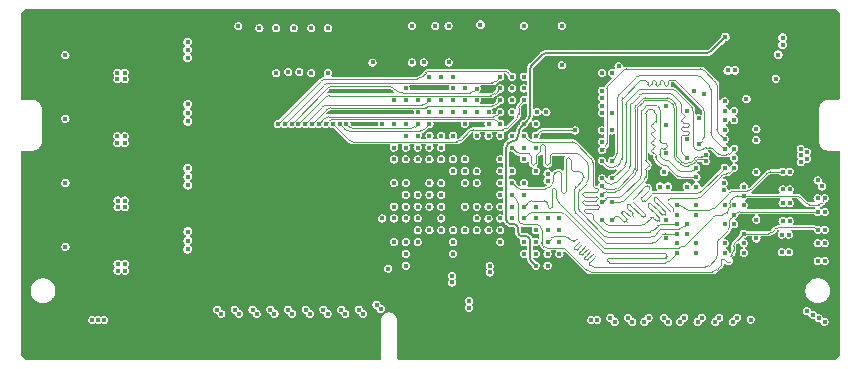
<source format=gbr>
%TF.GenerationSoftware,KiCad,Pcbnew,(6.0.0)*%
%TF.CreationDate,2022-04-26T21:12:19+08:00*%
%TF.ProjectId,XC6SLX25(FTG256)_CoreBoard,58433653-4c58-4323-9528-465447323536,rev?*%
%TF.SameCoordinates,Original*%
%TF.FileFunction,Copper,L2,Inr*%
%TF.FilePolarity,Positive*%
%FSLAX46Y46*%
G04 Gerber Fmt 4.6, Leading zero omitted, Abs format (unit mm)*
G04 Created by KiCad (PCBNEW (6.0.0)) date 2022-04-26 21:12:19*
%MOMM*%
%LPD*%
G01*
G04 APERTURE LIST*
%TA.AperFunction,ViaPad*%
%ADD10C,0.400000*%
%TD*%
%TA.AperFunction,ViaPad*%
%ADD11C,0.450000*%
%TD*%
%TA.AperFunction,Conductor*%
%ADD12C,0.200000*%
%TD*%
%TA.AperFunction,Conductor*%
%ADD13C,0.100000*%
%TD*%
G04 APERTURE END LIST*
D10*
%TO.N,/DDR_VTT*%
X172105401Y-90416362D03*
X172105401Y-91556362D03*
D11*
X170575000Y-81610000D03*
D10*
X172105401Y-90976362D03*
D11*
X170575000Y-81010000D03*
D10*
X172625401Y-91286362D03*
X172625401Y-90706362D03*
D11*
%TO.N,/DDR_VREF*%
X165725000Y-80940000D03*
D10*
X149672500Y-100312500D03*
X166475000Y-95205000D03*
X160545001Y-92404999D03*
X148675000Y-88305000D03*
%TO.N,/DDR_A8*%
X174140802Y-99908585D03*
X150675000Y-99305000D03*
X167275000Y-99205000D03*
%TO.N,GND*%
X143675000Y-96305000D03*
X168340000Y-95030000D03*
D11*
X116600000Y-81490000D03*
D10*
X107175000Y-94905000D03*
X142675000Y-90305000D03*
X134975000Y-80505000D03*
X174775000Y-80105000D03*
X152785000Y-104605000D03*
X168275000Y-87205000D03*
D11*
X116610000Y-98179999D03*
D10*
X143175000Y-79905000D03*
X145675000Y-93305000D03*
X168615000Y-84905000D03*
X123375000Y-80505000D03*
X138675000Y-97305000D03*
X112775000Y-79105000D03*
X121395000Y-104955000D03*
X107175000Y-96105000D03*
X151505000Y-104605000D03*
X172975000Y-79305000D03*
X136675000Y-90310000D03*
X170175000Y-102105000D03*
X151675000Y-84310000D03*
X113975000Y-79105000D03*
X147016250Y-104605000D03*
X165775000Y-79305000D03*
X107975000Y-79105000D03*
X166975000Y-79305000D03*
X133445000Y-104955000D03*
X115575000Y-102105000D03*
X165095000Y-91515000D03*
X123375000Y-83505000D03*
X150008750Y-104605000D03*
D11*
X116600000Y-82489999D03*
D10*
X166475000Y-89605000D03*
X174955000Y-96502000D03*
X107175000Y-84905000D03*
X163435000Y-87190000D03*
D11*
X116610000Y-93310000D03*
D10*
X147675000Y-91305000D03*
X148512500Y-104605000D03*
X133975000Y-80505000D03*
X167935000Y-81950000D03*
X134575000Y-88305000D03*
X142675000Y-93310000D03*
X122945000Y-104955000D03*
X141675000Y-85305000D03*
X150675000Y-89305000D03*
X167935000Y-82650000D03*
X117975000Y-95105000D03*
X120175000Y-95105000D03*
X128945000Y-104955000D03*
X113975000Y-103705000D03*
X117975000Y-89705000D03*
X140675000Y-98305000D03*
X122775000Y-87305000D03*
X107175000Y-80105000D03*
X167275000Y-92805000D03*
X110375000Y-79105000D03*
X127525000Y-98605000D03*
X138675000Y-87305000D03*
X124775000Y-93505000D03*
X149675000Y-86305001D03*
X142527500Y-104605000D03*
D11*
X116610000Y-92809999D03*
D10*
X135895000Y-100425000D03*
X136675000Y-93310000D03*
X123975000Y-86105000D03*
X134945000Y-104955000D03*
X174955000Y-93890000D03*
X107175000Y-97305000D03*
X139535000Y-104605000D03*
X124445000Y-104955000D03*
X168175000Y-79305000D03*
D11*
X116610000Y-98680000D03*
D10*
X174775000Y-84905000D03*
X167775000Y-102105000D03*
X127265000Y-88625000D03*
X107175000Y-82505000D03*
X174175000Y-79305000D03*
X135425750Y-91508948D03*
X142605000Y-102415000D03*
D11*
X116600000Y-87380000D03*
D10*
X174955000Y-99114000D03*
X121575000Y-87305000D03*
X111575000Y-79105000D03*
X174955000Y-100420000D03*
D11*
X116610000Y-97680000D03*
D10*
X107175000Y-100905000D03*
X168275000Y-88005000D03*
X122775000Y-86105000D03*
X107175000Y-81305000D03*
X116575000Y-79105000D03*
X168360000Y-97215000D03*
X144023750Y-104605000D03*
D11*
X116599999Y-86880001D03*
D10*
X145520000Y-104605000D03*
X120175000Y-89705000D03*
X114775000Y-102905000D03*
X174775000Y-81305000D03*
D11*
X116600000Y-87879999D03*
D10*
X125945000Y-104955000D03*
X150445000Y-83355000D03*
X126175000Y-90905000D03*
X174955000Y-95196000D03*
X145675000Y-99305000D03*
X161675000Y-93605000D03*
X144675000Y-94305000D03*
X139675000Y-93305000D03*
X149675000Y-93305000D03*
X171375000Y-102105000D03*
X174955000Y-97808000D03*
X144675000Y-91310000D03*
X107175000Y-83705000D03*
X107175000Y-99705000D03*
X131945000Y-104955000D03*
X174775000Y-82505000D03*
D11*
X116610000Y-92310000D03*
D10*
X116375000Y-101305000D03*
X115175000Y-79105000D03*
X171775000Y-79305000D03*
X135575000Y-88305000D03*
X144675000Y-90310000D03*
X168975000Y-102105000D03*
X170575000Y-79305000D03*
X109175000Y-79105000D03*
X148675000Y-97305000D03*
X140175000Y-79905000D03*
X126975000Y-90105000D03*
X141031250Y-104605000D03*
X174775000Y-83705000D03*
X134555000Y-85505000D03*
X144675000Y-88305000D03*
X130445000Y-104955000D03*
X121575000Y-86105000D03*
D11*
X116600000Y-81990000D03*
D10*
X169375000Y-79305000D03*
X167935000Y-81250000D03*
X107175000Y-98505000D03*
X121575000Y-88505000D03*
X127445000Y-104955000D03*
%TO.N,/DDR_A14*%
X173540802Y-99908585D03*
X147675000Y-95305000D03*
X165675000Y-99205001D03*
%TO.N,/DDR_A13*%
X163275000Y-99205000D03*
X146675000Y-95305000D03*
X171105401Y-99170452D03*
%TO.N,Net-(R40-Pad1)*%
X127695000Y-84015000D03*
%TO.N,Net-(R42-Pad1)*%
X130675000Y-80205000D03*
%TO.N,/DDR_RESET*%
X148675000Y-96305000D03*
X161675000Y-99205000D03*
%TO.N,/DDR_A6*%
X167275000Y-98405000D03*
X174140802Y-98408585D03*
X148675000Y-93305000D03*
%TO.N,/DDR_A11*%
X165675000Y-98405000D03*
X173540802Y-98408585D03*
X149675000Y-96304999D03*
%TO.N,/DDR_A9*%
X150675000Y-100305000D03*
X163275000Y-98405000D03*
X170505401Y-99170452D03*
D11*
%TO.N,+3V3*%
X144992501Y-79900000D03*
X120200000Y-86644999D03*
D10*
X146675001Y-89305000D03*
X142675000Y-89304999D03*
X148675000Y-85305000D03*
X112625000Y-104905000D03*
X141675000Y-93305000D03*
X151882501Y-80000000D03*
X148675000Y-80000000D03*
D11*
X166525000Y-83780000D03*
D10*
X145675000Y-87305000D03*
X129185000Y-80205000D03*
D11*
X120200000Y-88095000D03*
D10*
X113125000Y-104905000D03*
D11*
X120200000Y-87369999D03*
D10*
X136675000Y-88310000D03*
X141675001Y-91305000D03*
X141172501Y-80000000D03*
X138675000Y-94304999D03*
X112125000Y-104905000D03*
X136675000Y-96310000D03*
X132075000Y-80205000D03*
X146675001Y-93305000D03*
X142292501Y-80010000D03*
X144675000Y-86310000D03*
X137675000Y-91310000D03*
X144675000Y-95305000D03*
D11*
X165935000Y-83780000D03*
D10*
X141675000Y-94305000D03*
X141675000Y-87305000D03*
X139197500Y-80000000D03*
X147675000Y-96305000D03*
X138675000Y-90305000D03*
X138675000Y-85305000D03*
%TO.N,+1V5*%
X167275000Y-93605000D03*
X168355000Y-96405000D03*
X168355000Y-89675000D03*
X169995000Y-84470000D03*
D11*
X170195000Y-82440000D03*
D10*
X148675000Y-94305000D03*
X160675000Y-90805001D03*
X160185000Y-93605000D03*
X160675001Y-86805000D03*
X166475000Y-91205000D03*
X168355000Y-98005000D03*
X168355000Y-92405000D03*
X160675001Y-98005000D03*
X168355000Y-88745000D03*
X160675000Y-88404999D03*
X148675000Y-90305000D03*
X160675000Y-96405001D03*
X167515000Y-86205000D03*
X150675000Y-97305000D03*
X149675000Y-92305000D03*
D11*
X120200000Y-82710000D03*
X120200000Y-82035000D03*
D10*
X149675000Y-88304998D03*
D11*
X120199999Y-81360000D03*
D10*
%TO.N,+2V5*%
X138675000Y-99305000D03*
D11*
X120210000Y-98177500D03*
X120210000Y-97415000D03*
D10*
X145675000Y-97305000D03*
X141675000Y-97305000D03*
X154375000Y-104905000D03*
D11*
X120189430Y-98919430D03*
D10*
X154875000Y-104905000D03*
X148675000Y-99305000D03*
X142675000Y-99305000D03*
%TO.N,/DDR_A7*%
X161675000Y-98405000D03*
X171105401Y-97670452D03*
X149675000Y-97305000D03*
%TO.N,/DDR_A4*%
X173540802Y-97251540D03*
X147675000Y-94304999D03*
X167275000Y-97605000D03*
%TO.N,/DDR_A1*%
X146675000Y-91305000D03*
X174140802Y-95751540D03*
X165675000Y-96805000D03*
%TO.N,/DDR_A2*%
X162475000Y-97605000D03*
X151675000Y-97305000D03*
X171175000Y-96513407D03*
%TO.N,/DDR_A5*%
X147675000Y-93305001D03*
X170505401Y-97670452D03*
X161675000Y-97605000D03*
%TO.N,/DDR_BA1*%
X173540802Y-95751540D03*
X150675000Y-98305000D03*
X166475000Y-96004999D03*
%TO.N,+1V2*%
X142675000Y-92305000D03*
X143675000Y-93305000D03*
X144675000Y-93305000D03*
D11*
X120210000Y-93485000D03*
D10*
X143675000Y-92310000D03*
D11*
X120210000Y-92060000D03*
D10*
X142675000Y-91305000D03*
X144675000Y-92305000D03*
X143675000Y-91305000D03*
D11*
X120210000Y-92772500D03*
D10*
%TO.N,/DDR_A12*%
X174140802Y-97251540D03*
X149675000Y-95305000D03*
X166475000Y-96805000D03*
%TO.N,/DDR_A0*%
X171175000Y-95013407D03*
X162475000Y-96805000D03*
X147675000Y-90305000D03*
%TO.N,/DDR_A3*%
X148675000Y-89305000D03*
X161675000Y-96805000D03*
X170575000Y-96513407D03*
%TO.N,/DDR_BA2*%
X163275000Y-96005000D03*
X151675000Y-99305000D03*
X170575000Y-95013407D03*
%TO.N,/DDR_BA0*%
X149675000Y-98305000D03*
X171175000Y-93856362D03*
X161675000Y-96005000D03*
%TO.N,Net-(DDR3-1-PadL8)*%
X167275000Y-95205000D03*
%TO.N,/DDR_A10*%
X173540802Y-94594495D03*
X165675000Y-95204999D03*
X146675001Y-94305000D03*
%TO.N,/DDR_WE*%
X163275000Y-95205000D03*
X170575000Y-93856362D03*
X151675001Y-98305000D03*
%TO.N,/DDR_CS1*%
X161675000Y-95205000D03*
X149675000Y-99305000D03*
X170575000Y-92356362D03*
%TO.N,/DDR_CKE*%
X148675000Y-95305000D03*
X174140802Y-94594495D03*
X167275000Y-94405000D03*
%TO.N,/DDR_CLK-*%
X151675000Y-96305000D03*
X165575000Y-93905000D03*
%TO.N,/DDR_~{CAS}*%
X162485000Y-93605000D03*
X147675000Y-92305000D03*
X173905000Y-93600000D03*
%TO.N,/DDR_ODT*%
X171175000Y-92356362D03*
X160875000Y-93605000D03*
X147674999Y-89305000D03*
%TO.N,/DDR_CLK+*%
X150675000Y-96305000D03*
X165585000Y-93305000D03*
%TO.N,/DDR_~{RAS}*%
X146675000Y-92305000D03*
X173540802Y-93094495D03*
X163275000Y-93605000D03*
%TO.N,/DDR_D5*%
X166475000Y-92005000D03*
X155285001Y-96435000D03*
%TO.N,/DDR_D7*%
X156125001Y-96435000D03*
X165675000Y-92005000D03*
%TO.N,/DDR_D4*%
X163275000Y-92805000D03*
X156125001Y-94935001D03*
%TO.N,/DDR_LDQS-*%
X164065000Y-91475000D03*
X155275001Y-94285000D03*
%TO.N,/DDR_D6*%
X155285001Y-94935000D03*
X163275000Y-92005000D03*
%TO.N,/DDR_D3*%
X166474999Y-90405000D03*
X156125001Y-92925000D03*
%TO.N,/DDR_D1*%
X165675000Y-90405000D03*
X156125001Y-91425000D03*
%TO.N,/DDR_LDQS+*%
X164055000Y-90914999D03*
X155275001Y-93585000D03*
%TO.N,/DDR_D2*%
X155285001Y-92925000D03*
X162475000Y-91205000D03*
%TO.N,/DDR_LDM*%
X155275001Y-90515000D03*
X165674999Y-89605000D03*
%TO.N,/DDR_D0*%
X163475000Y-90005000D03*
X155285001Y-91425000D03*
%TO.N,/DDR_D8*%
X165675000Y-88805000D03*
X155285001Y-88855000D03*
%TO.N,/DDR_UDM*%
X155275001Y-89815000D03*
X162475000Y-89605000D03*
%TO.N,/DDR_D10*%
X166475000Y-88005000D03*
X156125001Y-88854999D03*
%TO.N,/DDR_UDQS+*%
X165675000Y-88005000D03*
X155285001Y-86785000D03*
%TO.N,/DDR_D9*%
X163455000Y-87824999D03*
X155285001Y-87355000D03*
%TO.N,/DDR_D11*%
X162474999Y-87205000D03*
X156125001Y-87355000D03*
%TO.N,/DDR_D14*%
X155285001Y-83995000D03*
X166475001Y-87205000D03*
%TO.N,/DDR_UDQS-*%
X155285001Y-86085000D03*
X165675000Y-87205000D03*
%TO.N,/DDR_D12*%
X165675001Y-86405000D03*
X156125000Y-83995000D03*
%TO.N,/DDR_D15*%
X163904999Y-85775000D03*
X156685000Y-83435000D03*
%TO.N,/DDR_D13*%
X155285001Y-85495000D03*
X163075000Y-85505000D03*
%TO.N,Net-(R1-Pad1)*%
X148675000Y-98305000D03*
%TO.N,TMS*%
X137175000Y-100555000D03*
X174125000Y-105055000D03*
%TO.N,TDI*%
X139675000Y-98305000D03*
X172625000Y-104155000D03*
%TO.N,TCK*%
X137675001Y-98305000D03*
X173625000Y-104755000D03*
%TO.N,TDO*%
X173125000Y-104455000D03*
X137675000Y-96305000D03*
%TO.N,RESET_FPGA*%
X124490000Y-80035000D03*
X151885000Y-83350000D03*
%TO.N,Flash_CLK*%
X130675000Y-84015000D03*
X140675000Y-84305000D03*
%TO.N,Net-(R8-Pad1)*%
X135855000Y-83100000D03*
X137675000Y-86305000D03*
%TO.N,Net-(R9-Pad1)*%
X140675000Y-89305000D03*
X142300000Y-83100000D03*
%TO.N,5V*%
X109850000Y-87870000D03*
X114870000Y-83960000D03*
X114880000Y-100730000D03*
X114880000Y-95360000D03*
X114870000Y-89350000D03*
X114270000Y-95360000D03*
X114270000Y-100730000D03*
X114270000Y-100160000D03*
X114870000Y-84530000D03*
X114880000Y-94790000D03*
X114260000Y-84530000D03*
X109860000Y-93310000D03*
X114260000Y-89350000D03*
X114270000Y-94790000D03*
X114870000Y-89920000D03*
X114260000Y-89919999D03*
X109860000Y-98709999D03*
X109850000Y-82480000D03*
X114880000Y-100160000D03*
X114260000Y-83960000D03*
%TO.N,/DDR_MD8*%
X153005001Y-88855000D03*
X149675000Y-89305000D03*
%TO.N,/DDR_MUDM*%
X149675000Y-90305000D03*
%TO.N,/DDR_MUDQS-*%
X150575000Y-87304999D03*
%TO.N,/DDR_MUDQS+*%
X149775000Y-87305000D03*
%TO.N,/DDR_MLDQS-*%
X150675000Y-93105000D03*
%TO.N,/DDR_MLDQS+*%
X150675000Y-92505000D03*
%TO.N,/DDR_MLDM*%
X148675000Y-91305000D03*
%TO.N,/FPGA_BL_DONE*%
X138675000Y-86305000D03*
X139197364Y-83100000D03*
%TO.N,/Bank1_L1-*%
X139675000Y-96305000D03*
X133551777Y-104381777D03*
%TO.N,/Bank1_L1+*%
X138675000Y-96305000D03*
X133198223Y-104028223D03*
%TO.N,/Bank1_L30+*%
X139675000Y-95305000D03*
X134698223Y-104028223D03*
%TO.N,/Bank1_L32+*%
X132051777Y-104381777D03*
X138675000Y-95305000D03*
%TO.N,/Bank1_L32-*%
X137675000Y-95305000D03*
X131698223Y-104028223D03*
%TO.N,/Bank1_L30-*%
X140675000Y-94305000D03*
X135051777Y-104381777D03*
%TO.N,/Bank1_L38+*%
X136198223Y-103628223D03*
X139675000Y-94305000D03*
%TO.N,/Bank1_L38-*%
X136551777Y-103981777D03*
X140675000Y-93305000D03*
%TO.N,/Bank1_L39+*%
X138674999Y-93305000D03*
X129051777Y-104381777D03*
%TO.N,/Bank1_L39-*%
X128698223Y-104028223D03*
X137675000Y-93310000D03*
%TO.N,/Bank1_L40+*%
X130551777Y-104381777D03*
X140674999Y-91305000D03*
%TO.N,/Bank1_L40-*%
X139675000Y-91310000D03*
X130198223Y-104028223D03*
%TO.N,/Bank1_L41+*%
X138675000Y-91305000D03*
X126051777Y-104381777D03*
%TO.N,/Bank1_L42-*%
X127551777Y-104381777D03*
X140675000Y-90305000D03*
%TO.N,/Bank1_L42+*%
X127198223Y-104028223D03*
X139675000Y-90305000D03*
%TO.N,/Bank1_L41-*%
X137675000Y-90305000D03*
X125698223Y-104028223D03*
%TO.N,/Bank1_L53+*%
X124551777Y-104381777D03*
X139675000Y-89305000D03*
%TO.N,/Bank1_L53-*%
X124198223Y-104028223D03*
X138674999Y-89305000D03*
%TO.N,/Bank1_L74+*%
X138675000Y-88305000D03*
X123051777Y-104381777D03*
%TO.N,/Bank1_L74-*%
X137675000Y-88305000D03*
X122698223Y-104028223D03*
%TO.N,/Bank0_L37+*%
X142600000Y-101730000D03*
X141675000Y-96305000D03*
%TO.N,/Bank0_L37-*%
X142600000Y-101180000D03*
X142675000Y-98310000D03*
%TO.N,/Bank0_L38+*%
X143675000Y-97310000D03*
%TO.N,/Bank0_L38-*%
X144675000Y-97310000D03*
%TO.N,/Bank0_L5+*%
X145775000Y-100330000D03*
X145675000Y-95305000D03*
%TO.N,/Bank0_L5-*%
X146675000Y-96305000D03*
X145775000Y-100880000D03*
%TO.N,/Bank0_L40+*%
X144025000Y-103305000D03*
X143675000Y-95305000D03*
%TO.N,/Bank0_L40-*%
X144025000Y-103855000D03*
X142675000Y-97305000D03*
%TO.N,/Bank0_L7+*%
X146675000Y-97305000D03*
%TO.N,/Bank0_L7-*%
X146675001Y-98305000D03*
%TO.N,/Bank0_L63+*%
X138674999Y-98305000D03*
%TO.N,/Bank0_L63-*%
X138675000Y-100310000D03*
%TO.N,/Bank0_L64+*%
X141675000Y-95305000D03*
%TO.N,/Bank0_L64-*%
X140675000Y-95310000D03*
%TO.N,/Bank0_L66+*%
X140675000Y-97305000D03*
%TO.N,/Bank0_L36+*%
X145675000Y-96305000D03*
%TO.N,/Bank0_L66-*%
X139675000Y-97305000D03*
%TO.N,/Bank0_L36-*%
X144675001Y-96305000D03*
%TO.N,/Bank2_L64-*%
X131321000Y-88315000D03*
X146675000Y-87305000D03*
%TO.N,/Bank2_L64+*%
X146675000Y-88305000D03*
X131902000Y-88315000D03*
%TO.N,/Bank2_L63-*%
X127835000Y-88315000D03*
X147675000Y-84305000D03*
%TO.N,/Bank2_L30-*%
X160538223Y-104728223D03*
X143675000Y-85305000D03*
%TO.N,/Bank2_L63+*%
X148675000Y-86305000D03*
X132483000Y-88315000D03*
%TO.N,/Bank2_L30+*%
X143675000Y-86305001D03*
X160891777Y-105081777D03*
%TO.N,/Bank2_L62-*%
X165221777Y-104718223D03*
X145675000Y-89305000D03*
%TO.N,/Bank2_L29-*%
X143675000Y-87310000D03*
X156351777Y-105081777D03*
%TO.N,/Bank2_L62+*%
X164868223Y-105071777D03*
X144675000Y-89305000D03*
%TO.N,/Bank2_L29+*%
X155998223Y-104728223D03*
X143675000Y-88305000D03*
%TO.N,/Bank2_L49-*%
X166368223Y-105071777D03*
X147675000Y-86305000D03*
%TO.N,/Bank2_L23-*%
X159225940Y-104731282D03*
X142675000Y-84305000D03*
%TO.N,/Bank2_L49+*%
X147675000Y-87305000D03*
X166721777Y-104718223D03*
%TO.N,/Bank2_L23+*%
X158872386Y-105084836D03*
X142675000Y-85305000D03*
%TO.N,/Bank2_L48-*%
X147675000Y-85305000D03*
X167880000Y-104870000D03*
%TO.N,/Bank2_L16-*%
X141675000Y-89310000D03*
X162241777Y-104708223D03*
%TO.N,/Bank2_L48+*%
X129578000Y-88315000D03*
X146675000Y-85305000D03*
%TO.N,/Bank2_L16+*%
X161888223Y-105061777D03*
X141675000Y-90310000D03*
%TO.N,/Bank2_L47-*%
X146675000Y-84305000D03*
X128416000Y-88315000D03*
%TO.N,/Bank2_L14-*%
X157851777Y-105081777D03*
X142675000Y-86305000D03*
%TO.N,/Bank2_L47+*%
X130740000Y-88315000D03*
X146675000Y-86305000D03*
%TO.N,/Bank2_L14+*%
X157498223Y-104728223D03*
X142675000Y-87305000D03*
%TO.N,/Bank2_L31+*%
X163378223Y-105071777D03*
X144675000Y-87305000D03*
%TO.N,/Bank2_L13-*%
X140675000Y-86305001D03*
X130159000Y-88315000D03*
%TO.N,/Bank2_L32+*%
X128997000Y-88315000D03*
X144675000Y-85310000D03*
%TO.N,/Bank2_L2-*%
X140675000Y-88305000D03*
X133064000Y-88315000D03*
%TO.N,/Bank2_L31-*%
X145675000Y-88305000D03*
X163731777Y-104718223D03*
%TO.N,/Bank2_L2+*%
X139675000Y-88305000D03*
X133645000Y-88315000D03*
%TO.N,Flash_CS*%
X148675000Y-84305000D03*
X126275000Y-80205000D03*
%TO.N,Net-(R4-Pad1)*%
X140675000Y-87304999D03*
X140200000Y-83100000D03*
%TO.N,Flash_MISO_2*%
X128715000Y-83905000D03*
X139675000Y-87305000D03*
%TO.N,Flash_MISO_3*%
X129655000Y-83905000D03*
X139675000Y-86305000D03*
%TO.N,Flash_MISO_1*%
X141675000Y-86305000D03*
X127695000Y-80205000D03*
%TO.N,Flash_MOSI*%
X141675000Y-84305000D03*
X132075000Y-84015000D03*
%TD*%
D12*
%TO.N,/DDR_VREF*%
X149049487Y-97884487D02*
X149110543Y-97945543D01*
X149198411Y-98157675D02*
X149198411Y-99714147D01*
X148062868Y-96897868D02*
X148087132Y-96922132D01*
X147590724Y-96810000D02*
X147850736Y-96810000D01*
X147279243Y-96622783D02*
X147378592Y-96722132D01*
X148675000Y-88305000D02*
X149028554Y-87951446D01*
X150549468Y-82310000D02*
X164106472Y-82310000D01*
X148175000Y-97134264D02*
X148175000Y-97485736D01*
X164530736Y-82134264D02*
X165725000Y-80940000D01*
X148485883Y-97796619D02*
X148837355Y-97796619D01*
X149175000Y-87597893D02*
X149175000Y-83684468D01*
X148190000Y-89240000D02*
X148190000Y-89290000D01*
X147191375Y-90288625D02*
X147191375Y-96410651D01*
X149321447Y-83330914D02*
X150195915Y-82456446D01*
X148675000Y-88305000D02*
X148508198Y-88471802D01*
X148262868Y-97697868D02*
X148273751Y-97708751D01*
X149286279Y-99926279D02*
X149672500Y-100312500D01*
X164530736Y-82134264D02*
G75*
G02*
X164106472Y-82310000I-424263J424260D01*
G01*
X148262868Y-97697868D02*
G75*
G02*
X148175000Y-97485736I212130J212131D01*
G01*
X149175000Y-83684468D02*
G75*
G02*
X149321447Y-83330914I499997J1D01*
G01*
X148190000Y-89240000D02*
G75*
G02*
X148508198Y-88471802I1086391J2D01*
G01*
X149049487Y-97884487D02*
G75*
G03*
X148837355Y-97796619I-212131J-212130D01*
G01*
X148174999Y-97134264D02*
G75*
G03*
X148087131Y-96922133I-299997J1D01*
G01*
X147590724Y-96809999D02*
G75*
G02*
X147378593Y-96722131I-1J299997D01*
G01*
X147690000Y-89790000D02*
G75*
G03*
X148190000Y-89290000I-1J500001D01*
G01*
X150549468Y-82310001D02*
G75*
G03*
X150195915Y-82456446I0J-500001D01*
G01*
X149174999Y-87597893D02*
G75*
G02*
X149028554Y-87951446I-500001J0D01*
G01*
X148485883Y-97796618D02*
G75*
G02*
X148273752Y-97708750I-1J299997D01*
G01*
X147279243Y-96622783D02*
G75*
G02*
X147191375Y-96410651I212130J212131D01*
G01*
X149286279Y-99926279D02*
G75*
G02*
X149198411Y-99714147I212130J212131D01*
G01*
X149198410Y-98157675D02*
G75*
G03*
X149110542Y-97945544I-299997J1D01*
G01*
X147191375Y-90288625D02*
G75*
G02*
X147690000Y-89790000I498625J0D01*
G01*
X148062868Y-96897868D02*
G75*
G03*
X147850736Y-96810000I-212131J-212130D01*
G01*
D13*
%TO.N,/DDR_RESET*%
X160718934Y-99318934D02*
X160741066Y-99341066D01*
X155895000Y-100055000D02*
X160617893Y-100055000D01*
X148675000Y-96305000D02*
X149028555Y-95951446D01*
X155715000Y-99845000D02*
X155715000Y-99875000D01*
X160612868Y-99665000D02*
X155895000Y-99665000D01*
X160741066Y-99598934D02*
X160718934Y-99621066D01*
X160971447Y-99908553D02*
X161675000Y-99205000D01*
X160785000Y-99447132D02*
X160785000Y-99492868D01*
X155569264Y-99275001D02*
X160612868Y-99275000D01*
X152121447Y-95951447D02*
X155357133Y-99187132D01*
X149382107Y-95805000D02*
X151767893Y-95805000D01*
X160785000Y-99447132D02*
G75*
G03*
X160741066Y-99341066I-149997J1D01*
G01*
X160718934Y-99318934D02*
G75*
G03*
X160612868Y-99275000I-106065J-106063D01*
G01*
X155569264Y-99275000D02*
G75*
G02*
X155357134Y-99187131I4J300004D01*
G01*
X149382107Y-95805000D02*
G75*
G03*
X149028555Y-95951446I0J-499997D01*
G01*
X155715000Y-99845000D02*
G75*
G02*
X155895000Y-99665000I180001J-1D01*
G01*
X155895000Y-100055000D02*
G75*
G02*
X155715000Y-99875000I1J180001D01*
G01*
X160741066Y-99598934D02*
G75*
G03*
X160785000Y-99492868I-106063J106065D01*
G01*
X152121447Y-95951447D02*
G75*
G03*
X151767893Y-95805000I-353551J-353545D01*
G01*
X160612868Y-99665000D02*
G75*
G03*
X160718934Y-99621066I1J149997D01*
G01*
X160971447Y-99908553D02*
G75*
G02*
X160617893Y-100055000I-353557J353561D01*
G01*
%TO.N,/DDR_A4*%
X164627893Y-100805000D02*
X154312107Y-100805000D01*
X166278553Y-99361447D02*
X166120000Y-99520000D01*
X173495709Y-97206447D02*
X173540802Y-97251540D01*
X165872514Y-100014976D02*
X165872512Y-100014977D01*
X165377535Y-100014975D02*
X165377535Y-100014976D01*
X153958553Y-100658553D02*
X152251446Y-98951446D01*
X165377535Y-100262463D02*
X165225189Y-100414811D01*
X166120001Y-100014975D02*
X166120000Y-100014976D01*
X148327842Y-96677842D02*
X148292157Y-96642157D01*
X150327842Y-98687842D02*
X150292157Y-98652157D01*
X165377534Y-100262463D02*
X165377535Y-100262463D01*
X151897893Y-98805000D02*
X150610685Y-98805000D01*
X167275000Y-97605000D02*
X169347893Y-97605000D01*
X166425000Y-98662107D02*
X166425000Y-99007893D01*
X169701447Y-97458553D02*
X169953554Y-97206446D01*
X148028554Y-94658553D02*
X147675000Y-94304999D01*
X170307107Y-97060000D02*
X173142155Y-97060000D01*
X150057842Y-96963527D02*
X150006472Y-96912157D01*
X165872512Y-100014977D02*
X165625023Y-99767489D01*
X148175000Y-96359315D02*
X148175000Y-95012107D01*
X165225189Y-100414811D02*
X164981446Y-100658554D01*
X167275000Y-97605000D02*
X166571446Y-98308555D01*
X150175000Y-98369315D02*
X150175000Y-97246370D01*
X149723630Y-96795000D02*
X148610685Y-96795000D01*
X173495709Y-97206447D02*
G75*
G03*
X173142155Y-97060000I-353553J-353550D01*
G01*
X169701447Y-97458553D02*
G75*
G02*
X169347893Y-97605000I-353553J353550D01*
G01*
X165377534Y-100262463D02*
G75*
G03*
X165377535Y-100014976I-123742J123744D01*
G01*
X169953554Y-97206446D02*
G75*
G02*
X170307107Y-97060000I353553J-353556D01*
G01*
X166120001Y-99767487D02*
G75*
G02*
X166120001Y-99520001I123745J123743D01*
G01*
X148028554Y-94658553D02*
G75*
G02*
X148175000Y-95012107I-353556J-353553D01*
G01*
X165872515Y-100014975D02*
G75*
G03*
X166119999Y-100014975I123742J123739D01*
G01*
X165377535Y-100014975D02*
G75*
G02*
X165377535Y-99767489I123743J123743D01*
G01*
X150327842Y-98687842D02*
G75*
G03*
X150610685Y-98805000I282845J282846D01*
G01*
X166120001Y-100014975D02*
G75*
G03*
X166120000Y-99767488I-123743J123743D01*
G01*
X166278553Y-99361447D02*
G75*
G03*
X166425000Y-99007893I-353545J353551D01*
G01*
X164627893Y-100804999D02*
G75*
G03*
X164981446Y-100658554I0J500001D01*
G01*
X148175001Y-96359315D02*
G75*
G03*
X148292157Y-96642157I399997J-1D01*
G01*
X153958553Y-100658553D02*
G75*
G03*
X154312107Y-100805000I353553J353550D01*
G01*
X148327842Y-96677842D02*
G75*
G03*
X148610685Y-96795000I282845J282846D01*
G01*
X166425000Y-98662107D02*
G75*
G02*
X166571446Y-98308555I499997J0D01*
G01*
X149723630Y-96795001D02*
G75*
G02*
X150006472Y-96912157I1J-399997D01*
G01*
X150057842Y-96963527D02*
G75*
G02*
X150175000Y-97246370I-282846J-282845D01*
G01*
X150175001Y-98369315D02*
G75*
G03*
X150292157Y-98652157I399997J-1D01*
G01*
X165377536Y-99767490D02*
G75*
G02*
X165625022Y-99767490I123743J-123745D01*
G01*
X151897893Y-98805001D02*
G75*
G02*
X152251446Y-98951446I0J-500001D01*
G01*
%TO.N,/DDR_A5*%
X155587494Y-98405000D02*
X159509315Y-98405000D01*
X148340685Y-93805000D02*
X150489315Y-93805000D01*
X152652605Y-91336661D02*
X152652605Y-92127395D01*
X153552157Y-92442157D02*
X153607842Y-92497842D01*
X151292157Y-92447843D02*
X151295447Y-92444553D01*
X151578290Y-92327395D02*
X151652605Y-92327395D01*
X160640685Y-97605000D02*
X161675000Y-97605000D01*
X159792157Y-98287843D02*
X160357842Y-97722157D01*
X153725000Y-92780685D02*
X153725000Y-92789315D01*
X153068404Y-95885910D02*
X155587494Y-98405000D01*
X153266920Y-92327395D02*
X153269315Y-92325000D01*
X147675000Y-93305001D02*
X148057842Y-93687842D01*
X153203680Y-92327395D02*
X153266920Y-92327395D01*
X151175000Y-93119315D02*
X151175000Y-92730685D01*
X151852605Y-92527395D02*
X151852605Y-94018129D01*
X152252605Y-92527395D02*
X152252605Y-91336661D01*
X152852605Y-92327395D02*
X153203680Y-92327395D01*
X150772157Y-93687843D02*
X151057842Y-93402158D01*
X152252605Y-94018129D02*
X152252605Y-92527395D01*
X153607843Y-93072157D02*
X153068405Y-93611595D01*
X152951247Y-93894438D02*
X152951247Y-95603068D01*
X152252605Y-94018129D02*
G75*
G02*
X152052605Y-94218129I-200001J1D01*
G01*
X152951247Y-93894438D02*
G75*
G02*
X153068405Y-93611595I399982J7D01*
G01*
X153724999Y-92780685D02*
G75*
G03*
X153607841Y-92497843I-400003J-2D01*
G01*
X150772157Y-93687843D02*
G75*
G02*
X150489315Y-93805000I-282841J282841D01*
G01*
X151852605Y-92527395D02*
G75*
G03*
X151652605Y-92327395I-200001J-1D01*
G01*
X151174999Y-93119315D02*
G75*
G02*
X151057841Y-93402157I-400003J2D01*
G01*
X151578290Y-92327396D02*
G75*
G03*
X151295448Y-92444554I2J-400003D01*
G01*
X153552157Y-92442157D02*
G75*
G03*
X153269315Y-92325000I-282841J-282841D01*
G01*
X152452605Y-91136661D02*
G75*
G03*
X152252605Y-91336661I1J-200001D01*
G01*
X153607843Y-93072157D02*
G75*
G03*
X153725000Y-92789315I-282841J282841D01*
G01*
X153068404Y-95885910D02*
G75*
G02*
X152951247Y-95603068I282841J282841D01*
G01*
X152852605Y-92327395D02*
G75*
G02*
X152652605Y-92127395I1J200001D01*
G01*
X160640685Y-97605001D02*
G75*
G03*
X160357842Y-97722157I-2J-399997D01*
G01*
X148340685Y-93804999D02*
G75*
G02*
X148057842Y-93687842I-1J399997D01*
G01*
X152652605Y-91336661D02*
G75*
G03*
X152452605Y-91136661I-200001J-1D01*
G01*
X151292157Y-92447843D02*
G75*
G03*
X151175000Y-92730685I282841J-282841D01*
G01*
X152052605Y-94218129D02*
G75*
G02*
X151852605Y-94018129I1J200001D01*
G01*
X159792157Y-98287843D02*
G75*
G02*
X159509315Y-98405000I-282841J282841D01*
G01*
%TO.N,/DDR_BA1*%
X165055000Y-99389315D02*
X165055000Y-98360685D01*
X166070000Y-97014315D02*
X166070000Y-96575684D01*
X166187158Y-96292841D02*
X166475000Y-96004999D01*
X153710410Y-99240410D02*
X154056414Y-98894405D01*
X153576538Y-99374285D02*
X153710410Y-99240410D01*
X154692809Y-99530798D02*
X154240737Y-99982869D01*
X154134672Y-99664672D02*
X154480676Y-99318667D01*
X152422157Y-97952157D02*
X152547842Y-98077842D01*
X164312158Y-100297842D02*
X164937843Y-99672157D01*
X154612228Y-100415000D02*
X164029315Y-100415000D01*
X154268547Y-99106536D02*
X153922541Y-99452541D01*
X154000800Y-99798547D02*
X154134672Y-99664672D01*
X153844285Y-98682274D02*
X153498279Y-99028279D01*
X153286148Y-98816148D02*
X153632152Y-98470143D01*
X154212928Y-100222807D02*
X154258674Y-100268554D01*
X165172158Y-98077842D02*
X165952843Y-97297157D01*
X153922541Y-99452541D02*
X153788667Y-99586412D01*
X150675000Y-98305000D02*
X151027842Y-97952158D01*
X153175928Y-98077843D02*
X153207890Y-98045881D01*
X152830685Y-98195000D02*
X152893086Y-98195000D01*
X166935566Y-95751540D02*
X173540802Y-95751540D01*
X153420024Y-98258012D02*
X153180085Y-98497951D01*
X153498279Y-99028279D02*
X153364405Y-99162150D01*
X153152276Y-98950024D02*
X153286148Y-98816148D01*
X166475000Y-96004999D02*
X166582012Y-95897987D01*
X151310685Y-97835000D02*
X152139315Y-97835000D01*
X154240737Y-99982869D02*
X154212929Y-100010674D01*
X153180085Y-98497951D02*
X152940143Y-98737888D01*
X152830685Y-98195000D02*
G75*
G02*
X152547842Y-98077842I-2J399993D01*
G01*
X153844284Y-98470143D02*
G75*
G03*
X153632153Y-98470144I-106065J-106065D01*
G01*
X152940142Y-98950021D02*
G75*
G02*
X152940143Y-98737888I106069J106066D01*
G01*
X153175928Y-98077843D02*
G75*
G02*
X152893086Y-98195000I-282841J282841D01*
G01*
X165172158Y-98077842D02*
G75*
G03*
X165055000Y-98360685I282835J-282841D01*
G01*
X154692808Y-99530797D02*
G75*
G03*
X154692808Y-99318667I-106065J106065D01*
G01*
X165054999Y-99389315D02*
G75*
G02*
X164937843Y-99672157I-399997J-1D01*
G01*
X153576537Y-99374284D02*
G75*
G02*
X153364405Y-99374282I-106065J106072D01*
G01*
X154268546Y-98894405D02*
G75*
G03*
X154056415Y-98894406I-106065J-106065D01*
G01*
X151310685Y-97835001D02*
G75*
G03*
X151027843Y-97952159I2J-400003D01*
G01*
X154692808Y-99318667D02*
G75*
G03*
X154480677Y-99318668I-106065J-106065D01*
G01*
X154612228Y-100414999D02*
G75*
G02*
X154258674Y-100268554I-1J500001D01*
G01*
X166070001Y-96575684D02*
G75*
G02*
X166187159Y-96292842I400003J-2D01*
G01*
X166069999Y-97014315D02*
G75*
G02*
X165952843Y-97297157I-399997J-1D01*
G01*
X152422157Y-97952157D02*
G75*
G03*
X152139315Y-97835000I-282841J-282841D01*
G01*
X153844284Y-98682273D02*
G75*
G03*
X153844284Y-98470143I-106065J106065D01*
G01*
X153788666Y-99798545D02*
G75*
G02*
X153788667Y-99586412I106069J106066D01*
G01*
X154000799Y-99798546D02*
G75*
G02*
X153788667Y-99798544I-106065J106072D01*
G01*
X154212928Y-100222807D02*
G75*
G02*
X154212929Y-100010674I106069J106066D01*
G01*
X153364404Y-99374283D02*
G75*
G02*
X153364405Y-99162150I106069J106066D01*
G01*
X164029315Y-100414999D02*
G75*
G03*
X164312157Y-100297841I-2J400003D01*
G01*
X153420024Y-98258012D02*
G75*
G03*
X153420024Y-98045880I-106069J106066D01*
G01*
X154268546Y-99106535D02*
G75*
G03*
X154268546Y-98894405I-106065J106065D01*
G01*
X166935566Y-95751540D02*
G75*
G03*
X166582012Y-95897987I-1J-499997D01*
G01*
X153152276Y-98950024D02*
G75*
G02*
X152940142Y-98950021I-106065J106075D01*
G01*
X153420023Y-98045881D02*
G75*
G03*
X153207890Y-98045881I-106066J-106066D01*
G01*
%TO.N,/DDR_A0*%
X148340685Y-90805000D02*
X149025000Y-90805001D01*
X151283728Y-90805000D02*
X153139315Y-90805001D01*
X150474998Y-90605004D02*
X150474998Y-91604999D01*
X150874997Y-91604998D02*
X150874996Y-91004998D01*
X150474999Y-90205004D02*
X150474998Y-90605004D01*
X159662307Y-97797843D02*
X160137503Y-97322646D01*
X149275001Y-91005000D02*
X149275001Y-91604999D01*
X149874999Y-90804997D02*
X149875000Y-90805001D01*
X155773822Y-97915000D02*
X159379464Y-97915000D01*
X153402157Y-95709020D02*
X155490980Y-97797843D01*
X153285000Y-94160685D02*
X153285000Y-95426178D01*
X149874998Y-90804997D02*
X149874999Y-90804997D01*
X149675000Y-91604998D02*
X149674999Y-91004998D01*
X150074999Y-90605002D02*
X150075000Y-90605002D01*
X149275000Y-91005000D02*
X149275001Y-91005000D01*
X153422157Y-90922158D02*
X153997841Y-91497842D01*
X160420345Y-97205489D02*
X161765489Y-97205489D01*
X153997843Y-93282157D02*
X153402158Y-93877842D01*
X162293023Y-96986977D02*
X162475000Y-96805000D01*
X150075000Y-90605002D02*
X150075000Y-90205003D01*
X151074996Y-90804997D02*
X151283728Y-90805000D01*
X151074995Y-90804997D02*
X151074996Y-90804997D01*
X147675000Y-90305000D02*
X148057843Y-90687842D01*
X149025000Y-90805001D02*
X149075001Y-90805001D01*
X154115000Y-91780686D02*
X154115000Y-92999315D01*
X153422157Y-90922158D02*
G75*
G03*
X153139315Y-90805001I-282841J-282841D01*
G01*
X155773822Y-97914999D02*
G75*
G02*
X155490980Y-97797843I-1J399997D01*
G01*
X154115000Y-91780686D02*
G75*
G03*
X153997841Y-91497842I-399988J4D01*
G01*
X153402157Y-95709020D02*
G75*
G02*
X153285000Y-95426178I282841J282841D01*
G01*
X149475001Y-91804999D02*
G75*
G02*
X149275001Y-91604999I1J200001D01*
G01*
X149874998Y-90804997D02*
G75*
G03*
X149674999Y-91004998I1J-200000D01*
G01*
X160420345Y-97205490D02*
G75*
G03*
X160137503Y-97322646I-1J-399997D01*
G01*
X150275000Y-90005003D02*
G75*
G03*
X150075000Y-90205003I1J-200001D01*
G01*
X159662307Y-97797843D02*
G75*
G02*
X159379464Y-97915000I-282846J282852D01*
G01*
X151074995Y-90804997D02*
G75*
G03*
X150874996Y-91004998I1J-200000D01*
G01*
X150474999Y-90205004D02*
G75*
G03*
X150275000Y-90005003I-200000J1D01*
G01*
X153285001Y-94160685D02*
G75*
G02*
X153402158Y-93877842I399997J1D01*
G01*
X150674998Y-91804999D02*
G75*
G02*
X150474998Y-91604999I1J200001D01*
G01*
X150074999Y-90605002D02*
G75*
G02*
X149875000Y-90805001I-199998J-1D01*
G01*
X153997843Y-93282157D02*
G75*
G03*
X154115000Y-92999315I-282841J282841D01*
G01*
X148340685Y-90805000D02*
G75*
G02*
X148057843Y-90687842I-3J399988D01*
G01*
X149275000Y-91005000D02*
G75*
G03*
X149075001Y-90805001I-199998J1D01*
G01*
X149675000Y-91604998D02*
G75*
G02*
X149475001Y-91804999I-200000J-1D01*
G01*
X150874997Y-91604998D02*
G75*
G02*
X150674998Y-91804999I-200000J-1D01*
G01*
X162293023Y-96986977D02*
G75*
G02*
X161765489Y-97205489I-527536J527537D01*
G01*
%TO.N,/DDR_A3*%
X152759315Y-89804999D02*
X149340685Y-89805000D01*
X154854133Y-93760000D02*
X154680000Y-93760000D01*
X154804133Y-94460000D02*
X153805867Y-94459999D01*
X149057842Y-89687843D02*
X148675000Y-89305000D01*
X160017843Y-96922157D02*
X159642158Y-97297842D01*
X153805867Y-94810000D02*
X154804133Y-94810000D01*
X154330000Y-95860000D02*
X153955867Y-95860000D01*
X159359315Y-97415000D02*
X155752057Y-97415000D01*
X154387842Y-91267842D02*
X153042157Y-89922156D01*
X155469215Y-97297843D02*
X154622157Y-96450785D01*
X154505000Y-93585000D02*
X154505000Y-91550685D01*
X154904133Y-95160000D02*
X153805867Y-95160000D01*
X154505000Y-96167943D02*
X154505000Y-96035000D01*
X153805867Y-94110000D02*
X154854133Y-94110000D01*
X161675000Y-96805000D02*
X160300685Y-96805000D01*
X153955868Y-95510000D02*
X154904133Y-95510000D01*
X154979132Y-94635000D02*
G75*
G02*
X154804133Y-94810000I-174997J-3D01*
G01*
X154330000Y-95860000D02*
G75*
G02*
X154505000Y-96035000I1J-174999D01*
G01*
X153805867Y-94810000D02*
G75*
G03*
X153630867Y-94985000I-1J-174999D01*
G01*
X153630867Y-94985000D02*
G75*
G03*
X153805867Y-95160000I174999J-1D01*
G01*
X154804133Y-94460000D02*
G75*
G02*
X154979132Y-94635000I2J-174997D01*
G01*
X153805867Y-94110000D02*
G75*
G03*
X153630867Y-94285000I-1J-174999D01*
G01*
X153780867Y-95685000D02*
G75*
G03*
X153955867Y-95860000I174999J-1D01*
G01*
X154854133Y-93760000D02*
G75*
G02*
X155029133Y-93935000I1J-174999D01*
G01*
X153630867Y-94285000D02*
G75*
G03*
X153805867Y-94459999I174997J-2D01*
G01*
X154622157Y-96450785D02*
G75*
G02*
X154505000Y-96167943I282841J282841D01*
G01*
X152759315Y-89805000D02*
G75*
G02*
X153042156Y-89922157I-4J-400008D01*
G01*
X149340685Y-89804999D02*
G75*
G02*
X149057843Y-89687842I3J400008D01*
G01*
X154505000Y-93585000D02*
G75*
G03*
X154680000Y-93760000I174999J-1D01*
G01*
X159359315Y-97414999D02*
G75*
G03*
X159642157Y-97297841I-2J400003D01*
G01*
X155029133Y-93935000D02*
G75*
G02*
X154854133Y-94110000I-174999J-1D01*
G01*
X155469215Y-97297843D02*
G75*
G03*
X155752057Y-97415000I282841J282841D01*
G01*
X153955868Y-95510000D02*
G75*
G03*
X153780867Y-95685000I-2J-174999D01*
G01*
X155079133Y-95335000D02*
G75*
G02*
X154904133Y-95510000I-174997J-3D01*
G01*
X160017843Y-96922157D02*
G75*
G02*
X160300685Y-96805000I282841J-282841D01*
G01*
X154387842Y-91267842D02*
G75*
G02*
X154505000Y-91550685I-282835J-282841D01*
G01*
X154904133Y-95160000D02*
G75*
G02*
X155079133Y-95335000I1J-174999D01*
G01*
%TO.N,/DDR_CS1*%
X170573074Y-92358288D02*
X169535172Y-92358288D01*
X166041895Y-94146446D02*
X164724788Y-95463553D01*
X169247192Y-92502808D02*
X167896447Y-93853553D01*
X164371234Y-95610000D02*
X162637107Y-95610000D01*
X170575000Y-92356362D02*
X170573074Y-92358288D01*
X161817893Y-95205000D02*
X161675000Y-95205000D01*
X167542893Y-94000000D02*
X166395448Y-94000000D01*
X162283554Y-95463554D02*
X162171447Y-95351447D01*
X162283554Y-95463554D02*
G75*
G03*
X162637107Y-95610000I353553J353556D01*
G01*
X169247192Y-92502808D02*
G75*
G02*
X169535172Y-92358289I367332J-372787D01*
G01*
X161817893Y-95205000D02*
G75*
G02*
X162171447Y-95351447I1J-499997D01*
G01*
X167542893Y-94000000D02*
G75*
G03*
X167896447Y-93853553I1J499997D01*
G01*
X166041895Y-94146446D02*
G75*
G02*
X166395448Y-94000000I353553J-353556D01*
G01*
X164371234Y-95610000D02*
G75*
G03*
X164724788Y-95463553I1J499997D01*
G01*
%TO.N,/DDR_CKE*%
X172840685Y-95150000D02*
X173619315Y-95150000D01*
X174140802Y-94628513D02*
X174140802Y-94594495D01*
X166080000Y-95341472D02*
X166080000Y-95078528D01*
X148675000Y-95305000D02*
X149057843Y-94922157D01*
X166255736Y-94654264D02*
X166329264Y-94580736D01*
X162230736Y-98629264D02*
X164684264Y-96175736D01*
X151410000Y-93897411D02*
X151410000Y-94345673D01*
X149340685Y-94805000D02*
X150370736Y-94805000D01*
X155455113Y-98804999D02*
X161806472Y-98804999D01*
X151060000Y-95312589D02*
X151060000Y-93897411D01*
X167275000Y-94405000D02*
X171764315Y-94405000D01*
X165845736Y-95824264D02*
X165904264Y-95765736D01*
X150582868Y-94892868D02*
X150622132Y-94932132D01*
X172047158Y-94522158D02*
X172557843Y-95032843D01*
X173902158Y-95032842D02*
X174023645Y-94911355D01*
X165108528Y-96000000D02*
X165421472Y-96000000D01*
X151702892Y-95052779D02*
X155455113Y-98804999D01*
X166753528Y-94405000D02*
X167275000Y-94405000D01*
X150710000Y-95144264D02*
X150710000Y-95312588D01*
X173902158Y-95032842D02*
G75*
G02*
X173619315Y-95150000I-282841J282835D01*
G01*
X166255736Y-94654264D02*
G75*
G03*
X166080000Y-95078528I424260J-424263D01*
G01*
X150370736Y-94805001D02*
G75*
G02*
X150582867Y-94892869I1J-299997D01*
G01*
X162230736Y-98629264D02*
G75*
G02*
X161806472Y-98804999I-424261J424260D01*
G01*
X151235000Y-93722411D02*
G75*
G03*
X151060000Y-93897411I-1J-174999D01*
G01*
X166080000Y-95341472D02*
G75*
G02*
X165904264Y-95765736I-599996J-1D01*
G01*
X172840685Y-95149999D02*
G75*
G02*
X172557843Y-95032843I-1J399997D01*
G01*
X151702892Y-95052779D02*
G75*
G02*
X151410000Y-94345673I707107J707105D01*
G01*
X172047158Y-94522158D02*
G75*
G03*
X171764315Y-94405000I-282841J-282835D01*
G01*
X151410000Y-93897411D02*
G75*
G03*
X151235000Y-93722411I-174999J1D01*
G01*
X151060000Y-95312589D02*
G75*
G02*
X150885000Y-95487589I-174997J-3D01*
G01*
X149340685Y-94805001D02*
G75*
G03*
X149057843Y-94922157I-1J-399997D01*
G01*
X150709999Y-95144264D02*
G75*
G03*
X150622131Y-94932133I-299997J1D01*
G01*
X150885000Y-95487589D02*
G75*
G02*
X150710000Y-95312588I-1J174999D01*
G01*
X165108528Y-96000000D02*
G75*
G03*
X164684264Y-96175736I-1J-599996D01*
G01*
X166753528Y-94405000D02*
G75*
G03*
X166329264Y-94580736I-1J-599996D01*
G01*
X174023645Y-94911355D02*
G75*
G03*
X174140802Y-94628513I-282841J282841D01*
G01*
X165845736Y-95824264D02*
G75*
G02*
X165421472Y-96000000I-424263J424260D01*
G01*
%TO.N,/DDR_D5*%
X161316906Y-95681884D02*
X161316909Y-95681883D01*
X159395070Y-96234927D02*
X159395072Y-96234926D01*
X160632511Y-95244973D02*
X159948117Y-94560579D01*
X159395072Y-96234926D02*
X158842157Y-96787842D01*
X165759315Y-92555000D02*
X165700686Y-92555000D01*
X159700629Y-94808067D02*
X160261282Y-95368720D01*
X165417842Y-92672158D02*
X163602158Y-94487843D01*
X159700630Y-94560578D02*
X159700629Y-94560579D01*
X160907842Y-94722158D02*
X160880000Y-94750000D01*
X160645156Y-96000082D02*
X160645156Y-96000083D01*
X155637843Y-96787842D02*
X155285001Y-96435000D01*
X159205653Y-95055555D02*
X159205653Y-95055556D01*
X160013792Y-95616208D02*
X159453140Y-95055556D01*
X160397668Y-96000083D02*
X160013791Y-95616206D01*
X158559314Y-96905000D02*
X155920685Y-96905000D01*
X160879999Y-94997488D02*
X161316908Y-95434397D01*
X163319316Y-94605000D02*
X161190685Y-94605000D01*
X166475000Y-92005000D02*
X166042157Y-92437843D01*
X159766305Y-95863697D02*
X160150180Y-96247572D01*
X161069421Y-95681883D02*
X160632511Y-95244973D01*
X160013791Y-95616206D02*
X160013792Y-95616208D01*
X159902691Y-96495060D02*
X159642558Y-96234927D01*
X160261282Y-95368720D02*
X160645156Y-95752595D01*
X160150180Y-96495059D02*
X160150179Y-96495060D01*
X159205652Y-95303044D02*
X159766305Y-95863697D01*
X160880000Y-94997486D02*
X160879999Y-94997488D01*
X161069422Y-95681882D02*
G75*
G03*
X161316908Y-95681882I123743J123745D01*
G01*
X159902692Y-96495059D02*
G75*
G03*
X160150178Y-96495059I123743J123745D01*
G01*
X161316906Y-95681884D02*
G75*
G03*
X161316908Y-95434397I-123740J123744D01*
G01*
X160907842Y-94722158D02*
G75*
G02*
X161190685Y-94605000I282841J-282835D01*
G01*
X160150180Y-96495059D02*
G75*
G03*
X160150180Y-96247572I-123744J123743D01*
G01*
X159700630Y-94808066D02*
G75*
G02*
X159700630Y-94560580I123745J123743D01*
G01*
X165700686Y-92555001D02*
G75*
G03*
X165417843Y-92672159I1J-400003D01*
G01*
X160397669Y-96000082D02*
G75*
G03*
X160645155Y-96000082I123743J123745D01*
G01*
X159395070Y-96234927D02*
G75*
G02*
X159642558Y-96234927I123744J-123742D01*
G01*
X159205653Y-95303043D02*
G75*
G02*
X159205654Y-95055557I123743J123743D01*
G01*
X155637843Y-96787842D02*
G75*
G03*
X155920685Y-96905000I282841J282835D01*
G01*
X165759315Y-92554999D02*
G75*
G03*
X166042157Y-92437843I1J399997D01*
G01*
X158559314Y-96904999D02*
G75*
G03*
X158842156Y-96787841I-2J400003D01*
G01*
X160880001Y-94997485D02*
G75*
G02*
X160880001Y-94750001I123739J123742D01*
G01*
X163602158Y-94487843D02*
G75*
G02*
X163319316Y-94605000I-282841J282841D01*
G01*
X159205654Y-95055556D02*
G75*
G02*
X159453139Y-95055557I123742J-123739D01*
G01*
X159700630Y-94560578D02*
G75*
G02*
X159948117Y-94560579I123743J-123743D01*
G01*
X160645156Y-96000082D02*
G75*
G03*
X160645156Y-95752595I-123741J123743D01*
G01*
%TO.N,/DDR_D7*%
X159261066Y-93888934D02*
X158638934Y-94511066D01*
X159067134Y-93555000D02*
X159121301Y-93555000D01*
X157379595Y-96347135D02*
X157005164Y-95972704D01*
X158955000Y-96022868D02*
X158955000Y-96004773D01*
X157117132Y-95685000D02*
X157150303Y-95685000D01*
X157379596Y-96594620D02*
X157379595Y-96594621D01*
X157256369Y-95728934D02*
X157627082Y-96099647D01*
X156961230Y-95866638D02*
X156961230Y-95840902D01*
X157005164Y-95734836D02*
X157011066Y-95728934D01*
X159227367Y-93598934D02*
X159261066Y-93632633D01*
X157909925Y-94650078D02*
X158081423Y-94478579D01*
X158764517Y-96185001D02*
X158792868Y-96185000D01*
X158081423Y-94478579D02*
X158961068Y-93598934D01*
X156125001Y-96435000D02*
X156425000Y-96135001D01*
X158898934Y-96141066D02*
X158911066Y-96128934D01*
X157874569Y-95852160D02*
X157414951Y-95392541D01*
X163622157Y-94057843D02*
X165675000Y-92005000D01*
X157662437Y-95145052D02*
X158658452Y-96141066D01*
X158595000Y-94617132D02*
X158595000Y-94651179D01*
X159305000Y-93738699D02*
X159305000Y-93782868D01*
X157874569Y-95852161D02*
X157874569Y-95852160D01*
X157414950Y-95145053D02*
X157414949Y-95145052D01*
X158911066Y-95898707D02*
X157909925Y-94897566D01*
X158928934Y-94801066D02*
X159511066Y-94218934D01*
X156672488Y-96135001D02*
X157132108Y-96594621D01*
X159617132Y-94175000D02*
X163339315Y-94175000D01*
X158638934Y-94757245D02*
X158682755Y-94801066D01*
X158788821Y-94845000D02*
X158822868Y-94845000D01*
X157874569Y-96099646D02*
X157874569Y-96099647D01*
X157256369Y-95728934D02*
G75*
G03*
X157150303Y-95685000I-106067J-106067D01*
G01*
X158682755Y-94801066D02*
G75*
G03*
X158788821Y-94845000I106065J106063D01*
G01*
X156672487Y-96135002D02*
G75*
G03*
X156425001Y-96135002I-123743J-123745D01*
G01*
X156961230Y-95866638D02*
G75*
G03*
X157005164Y-95972704I149997J-1D01*
G01*
X159305000Y-93738699D02*
G75*
G03*
X159261066Y-93632633I-149997J1D01*
G01*
X157909926Y-94650079D02*
G75*
G03*
X157909926Y-94897565I123745J-123743D01*
G01*
X157874569Y-95852161D02*
G75*
G02*
X157874569Y-96099647I-123743J-123743D01*
G01*
X157379595Y-96347135D02*
G75*
G02*
X157379595Y-96594621I-123743J-123743D01*
G01*
X158911066Y-95898707D02*
G75*
G02*
X158955000Y-96004773I-106063J-106065D01*
G01*
X157414951Y-95145054D02*
G75*
G03*
X157414952Y-95392540I123743J-123743D01*
G01*
X157117132Y-95685000D02*
G75*
G03*
X157011066Y-95728934I-1J-149997D01*
G01*
X158595000Y-94617132D02*
G75*
G02*
X158638934Y-94511066I149997J1D01*
G01*
X158638934Y-94757245D02*
G75*
G02*
X158595000Y-94651179I106063J106065D01*
G01*
X163622157Y-94057843D02*
G75*
G02*
X163339315Y-94175000I-282841J282841D01*
G01*
X157662437Y-95145052D02*
G75*
G03*
X157414949Y-95145052I-123744J-123742D01*
G01*
X158928934Y-94801066D02*
G75*
G02*
X158822868Y-94845000I-106065J106063D01*
G01*
X159227367Y-93598934D02*
G75*
G03*
X159121301Y-93555000I-106065J-106063D01*
G01*
X158961068Y-93598934D02*
G75*
G02*
X159067134Y-93555000I106065J-106063D01*
G01*
X157005164Y-95734836D02*
G75*
G03*
X156961230Y-95840902I106063J-106065D01*
G01*
X158898934Y-96141066D02*
G75*
G02*
X158792868Y-96185000I-106065J106063D01*
G01*
X157379596Y-96594620D02*
G75*
G02*
X157132108Y-96594621I-123744J123743D01*
G01*
X158764517Y-96185001D02*
G75*
G02*
X158658452Y-96141066I2J149999D01*
G01*
X158955000Y-96022868D02*
G75*
G02*
X158911066Y-96128934I-149997J-1D01*
G01*
X159305000Y-93782868D02*
G75*
G02*
X159261066Y-93888934I-149997J-1D01*
G01*
X159617132Y-94175000D02*
G75*
G03*
X159511066Y-94218934I-1J-149997D01*
G01*
X157874569Y-96099646D02*
G75*
G02*
X157627082Y-96099647I-123744J123742D01*
G01*
%TO.N,/DDR_D4*%
X159640000Y-89710000D02*
X159604114Y-89710000D01*
X159697708Y-87162157D02*
X159697842Y-87162290D01*
X160912156Y-91932157D02*
X161667841Y-92687842D01*
X159815000Y-90935000D02*
X159815000Y-91089315D01*
X157092157Y-94817844D02*
X158857842Y-93052158D01*
X159640000Y-88310000D02*
X159604114Y-88310000D01*
X159604114Y-90060000D02*
X159640000Y-90060001D01*
X159604114Y-89360000D02*
X159640000Y-89360000D01*
X159932157Y-91372157D02*
X160257842Y-91697842D01*
X156125001Y-94935001D02*
X156809315Y-94935001D01*
X159640000Y-90410000D02*
X159604114Y-90410000D01*
X159815000Y-88085000D02*
X159815000Y-88135000D01*
X159604114Y-90760000D02*
X159640000Y-90760000D01*
X159640001Y-89010000D02*
X159604114Y-89010000D01*
X161950685Y-92805000D02*
X163275000Y-92805000D01*
X159399462Y-87045001D02*
X159414866Y-87045000D01*
X160540686Y-91815000D02*
X160629314Y-91815000D01*
X159275000Y-91874999D02*
X159275000Y-91724999D01*
X158975000Y-92769316D02*
X158975000Y-92174999D01*
X159815000Y-87445134D02*
X159815000Y-88085000D01*
X158975000Y-91425000D02*
X158975000Y-91275000D01*
X159092157Y-87186621D02*
X159116619Y-87162158D01*
X159604114Y-88660000D02*
X159640000Y-88660000D01*
X158975000Y-91275000D02*
X158975000Y-87469463D01*
X159640000Y-88310000D02*
G75*
G03*
X159815000Y-88135000I1J174999D01*
G01*
X160540686Y-91815000D02*
G75*
G02*
X160257842Y-91697842I-3J399993D01*
G01*
X158974999Y-92769316D02*
G75*
G02*
X158857841Y-93052157I-400003J3D01*
G01*
X160912156Y-91932157D02*
G75*
G03*
X160629314Y-91815000I-282840J-282836D01*
G01*
X159815000Y-88835000D02*
G75*
G03*
X159640000Y-88660000I-174999J1D01*
G01*
X159640000Y-89710000D02*
G75*
G03*
X159815000Y-89535000I1J174999D01*
G01*
X159814999Y-87445134D02*
G75*
G03*
X159697841Y-87162291I-400003J-1D01*
G01*
X158975000Y-91425000D02*
G75*
G03*
X159125000Y-91574999I149998J-1D01*
G01*
X159604114Y-90060000D02*
G75*
G02*
X159429114Y-89885000I-3J174997D01*
G01*
X159429114Y-89885000D02*
G75*
G02*
X159604114Y-89710000I174999J1D01*
G01*
X159604114Y-88660000D02*
G75*
G02*
X159429115Y-88485000I-2J174997D01*
G01*
X159815000Y-90235000D02*
G75*
G03*
X159640000Y-90060001I-174997J2D01*
G01*
X159815000Y-90935000D02*
G75*
G03*
X159640000Y-90760000I-174999J1D01*
G01*
X159429114Y-90585001D02*
G75*
G02*
X159604114Y-90410000I174999J2D01*
G01*
X159275000Y-91874999D02*
G75*
G02*
X159125000Y-92024999I-150000J0D01*
G01*
X159429114Y-89185000D02*
G75*
G02*
X159604114Y-89010000I175001J-1D01*
G01*
X159092157Y-87186621D02*
G75*
G03*
X158975000Y-87469463I282841J-282841D01*
G01*
X159932157Y-91372157D02*
G75*
G02*
X159815000Y-91089315I282841J282841D01*
G01*
X159399462Y-87045002D02*
G75*
G03*
X159116619Y-87162158I-2J-399997D01*
G01*
X159125000Y-92024999D02*
G75*
G03*
X158975000Y-92174999I3J-150003D01*
G01*
X159697708Y-87162157D02*
G75*
G03*
X159414866Y-87045000I-282841J-282841D01*
G01*
X159815000Y-89535000D02*
G75*
G03*
X159640000Y-89360000I-174999J1D01*
G01*
X159604114Y-90760000D02*
G75*
G02*
X159429114Y-90585001I1J175001D01*
G01*
X159604114Y-89360000D02*
G75*
G02*
X159429114Y-89185000I-1J174999D01*
G01*
X159640000Y-90410000D02*
G75*
G03*
X159815000Y-90235000I1J174999D01*
G01*
X157092157Y-94817844D02*
G75*
G02*
X156809315Y-94935001I-282846J282852D01*
G01*
X159640001Y-89010000D02*
G75*
G03*
X159815000Y-88835000I0J174999D01*
G01*
X159429115Y-88485000D02*
G75*
G02*
X159604114Y-88310000I174997J3D01*
G01*
X159125000Y-91574999D02*
G75*
G02*
X159275000Y-91724999I0J-150000D01*
G01*
X161950685Y-92804999D02*
G75*
G02*
X161667841Y-92687842I-2J399997D01*
G01*
%TO.N,/DDR_LDQS-*%
X164065000Y-91475000D02*
X163997157Y-91407157D01*
X155407843Y-94152158D02*
X155275001Y-94285000D01*
X163202843Y-91407157D02*
X162872636Y-91737363D01*
X161935199Y-91737362D02*
X161492157Y-91294320D01*
X163714315Y-91290000D02*
X163485685Y-91290000D01*
X156400737Y-94035000D02*
X155690686Y-94035000D01*
X161375000Y-91011478D02*
X161375000Y-86930685D01*
X158245000Y-87090685D02*
X158245000Y-92190737D01*
X162589794Y-91854520D02*
X162218042Y-91854520D01*
X158757842Y-86412158D02*
X158362157Y-86807843D01*
X158127842Y-92473579D02*
X156683579Y-93917843D01*
X161257843Y-86647842D02*
X161022158Y-86412157D01*
X160739316Y-86295000D02*
X159040685Y-86295000D01*
X160739316Y-86295001D02*
G75*
G02*
X161022158Y-86412157I1J-399997D01*
G01*
X156683579Y-93917843D02*
G75*
G02*
X156400737Y-94035000I-282841J282841D01*
G01*
X161375001Y-91011478D02*
G75*
G03*
X161492157Y-91294320I399997J-1D01*
G01*
X161374999Y-86930685D02*
G75*
G03*
X161257843Y-86647842I-399997J2D01*
G01*
X158127842Y-92473579D02*
G75*
G03*
X158245000Y-92190737I-282830J282839D01*
G01*
X163714315Y-91290001D02*
G75*
G02*
X163997157Y-91407157I1J-399997D01*
G01*
X159040685Y-86295001D02*
G75*
G03*
X158757843Y-86412159I2J-400003D01*
G01*
X155407843Y-94152158D02*
G75*
G02*
X155690686Y-94035000I282841J-282835D01*
G01*
X162589794Y-91854519D02*
G75*
G03*
X162872636Y-91737363I1J399997D01*
G01*
X163485685Y-91290001D02*
G75*
G03*
X163202843Y-91407157I-1J-399997D01*
G01*
X158362157Y-86807843D02*
G75*
G03*
X158245000Y-87090685I282841J-282841D01*
G01*
X162218042Y-91854519D02*
G75*
G02*
X161935200Y-91737361I2J400003D01*
G01*
%TO.N,/DDR_D6*%
X158967132Y-86802868D02*
X158682868Y-87087132D01*
X159780736Y-86715000D02*
X159179264Y-86715000D01*
X160185000Y-90900736D02*
X160185000Y-90615000D01*
X163275000Y-92005000D02*
X163052868Y-92227132D01*
X160185000Y-88765000D02*
X160185000Y-87119264D01*
X160410000Y-90390000D02*
X160607072Y-90390000D01*
X161717132Y-92227132D02*
X160932868Y-91442868D01*
X160607072Y-89940000D02*
X160410000Y-89940000D01*
X160185000Y-89715000D02*
X160185000Y-88765000D01*
X160427132Y-91267132D02*
X160272868Y-91112868D01*
X162840736Y-92315000D02*
X161929264Y-92315000D01*
X155597133Y-94622868D02*
X155285001Y-94935000D01*
X160097132Y-86907132D02*
X159992868Y-86802868D01*
X158507132Y-92862868D02*
X156922868Y-94447132D01*
X158595000Y-87299264D02*
X158595000Y-92650736D01*
X156710736Y-94535000D02*
X155809265Y-94535000D01*
X160720736Y-91355000D02*
X160639264Y-91354999D01*
X160410000Y-90390000D02*
G75*
G03*
X160185000Y-90615000I0J-225000D01*
G01*
X160720736Y-91355001D02*
G75*
G02*
X160932867Y-91442869I1J-299997D01*
G01*
X161929264Y-92314999D02*
G75*
G02*
X161717133Y-92227131I-1J299997D01*
G01*
X162840736Y-92315000D02*
G75*
G03*
X163052868Y-92227132I-4J300009D01*
G01*
X160607072Y-89940000D02*
G75*
G02*
X160832072Y-90165000I0J-225000D01*
G01*
X160427132Y-91267132D02*
G75*
G03*
X160639264Y-91354999I212132J212136D01*
G01*
X160184999Y-87119264D02*
G75*
G03*
X160097131Y-86907133I-299997J1D01*
G01*
X160185000Y-89715000D02*
G75*
G03*
X160410000Y-89940000I225000J0D01*
G01*
X158507132Y-92862868D02*
G75*
G03*
X158595000Y-92650736I-212130J212131D01*
G01*
X159780736Y-86715001D02*
G75*
G02*
X159992867Y-86802869I1J-299997D01*
G01*
X160272868Y-91112868D02*
G75*
G02*
X160185000Y-90900736I212130J212131D01*
G01*
X158682868Y-87087132D02*
G75*
G03*
X158595000Y-87299264I212130J-212131D01*
G01*
X156710736Y-94534999D02*
G75*
G03*
X156922867Y-94447131I1J299997D01*
G01*
X160832072Y-90165000D02*
G75*
G02*
X160607072Y-90390000I-225000J0D01*
G01*
X155809265Y-94535001D02*
G75*
G03*
X155597134Y-94622869I-1J-299997D01*
G01*
X158967132Y-86802868D02*
G75*
G02*
X159179264Y-86715000I212131J-212130D01*
G01*
%TO.N,/DDR_D3*%
X157197842Y-91852159D02*
X156125001Y-92925000D01*
X163549315Y-90555000D02*
X163450685Y-90555000D01*
X161159315Y-85355000D02*
X158620685Y-85355000D01*
X162995000Y-90099315D02*
X162995000Y-87190685D01*
X165097842Y-90827842D02*
X164692157Y-90422157D01*
X162877842Y-86907842D02*
X161442157Y-85472157D01*
X165769315Y-90945000D02*
X165380685Y-90945000D01*
X163847842Y-90422158D02*
X163832157Y-90437843D01*
X166474999Y-90405000D02*
X166052157Y-90827843D01*
X158337842Y-85472158D02*
X157432157Y-86377843D01*
X163167842Y-90437842D02*
X163112157Y-90382157D01*
X164409315Y-90305000D02*
X164130685Y-90305000D01*
X157315000Y-86660685D02*
X157315000Y-91569316D01*
X162994999Y-87190685D02*
G75*
G03*
X162877841Y-86907843I-400003J-2D01*
G01*
X164692157Y-90422157D02*
G75*
G03*
X164409315Y-90305000I-282841J-282841D01*
G01*
X165380685Y-90944999D02*
G75*
G02*
X165097843Y-90827841I2J400003D01*
G01*
X163112157Y-90382157D02*
G75*
G02*
X162995000Y-90099315I282841J282841D01*
G01*
X163549315Y-90554999D02*
G75*
G03*
X163832157Y-90437843I1J399997D01*
G01*
X163847842Y-90422158D02*
G75*
G02*
X164130685Y-90305000I282841J-282835D01*
G01*
X163450685Y-90554999D02*
G75*
G02*
X163167843Y-90437841I2J400003D01*
G01*
X165769315Y-90944999D02*
G75*
G03*
X166052157Y-90827843I1J399997D01*
G01*
X161442157Y-85472157D02*
G75*
G03*
X161159315Y-85355000I-282841J-282841D01*
G01*
X157197842Y-91852159D02*
G75*
G03*
X157315000Y-91569316I-282835J282841D01*
G01*
X157315001Y-86660685D02*
G75*
G02*
X157432157Y-86377843I399997J1D01*
G01*
X158337842Y-85472158D02*
G75*
G02*
X158620685Y-85355000I282841J-282835D01*
G01*
%TO.N,/DDR_D1*%
X165675000Y-90405000D02*
X165651414Y-90405000D01*
X156565000Y-86162107D02*
X156565000Y-90777894D01*
X163297893Y-84185000D02*
X158542107Y-84185000D01*
X156418554Y-91131447D02*
X156125001Y-91425000D01*
X164475000Y-89021479D02*
X164475000Y-85362107D01*
X158188553Y-84331447D02*
X156711446Y-85808554D01*
X165651414Y-90405000D02*
X164621446Y-89375032D01*
X164328553Y-85008553D02*
X163651446Y-84331446D01*
X158188553Y-84331447D02*
G75*
G02*
X158542107Y-84185000I353553J-353550D01*
G01*
X156418554Y-91131447D02*
G75*
G03*
X156565000Y-90777894I-353556J353553D01*
G01*
X156711446Y-85808554D02*
G75*
G03*
X156565000Y-86162107I353556J-353553D01*
G01*
X163651446Y-84331446D02*
G75*
G03*
X163297893Y-84185000I-353553J-353556D01*
G01*
X164475001Y-89021479D02*
G75*
G03*
X164621446Y-89375032I500001J0D01*
G01*
X164474999Y-85362107D02*
G75*
G03*
X164328552Y-85008554I-500007J-3D01*
G01*
%TO.N,/DDR_LDQS+*%
X155407844Y-93717842D02*
X155275001Y-93585000D01*
X161457843Y-86565679D02*
X161104800Y-86212637D01*
X164055000Y-90914999D02*
X163997157Y-90972843D01*
X163120678Y-91207158D02*
X162789993Y-91537843D01*
X162017842Y-91537842D02*
X161692157Y-91212157D01*
X156317893Y-93835000D02*
X155690686Y-93835000D01*
X161575000Y-90929315D02*
X161575000Y-86848522D01*
X158675198Y-86212638D02*
X158162638Y-86725198D01*
X157928322Y-92390255D02*
X156600735Y-93717843D01*
X158045481Y-87008040D02*
X158045480Y-92107413D01*
X163714315Y-91090000D02*
X163403521Y-91090000D01*
X160821958Y-86095480D02*
X158958041Y-86095481D01*
X162507151Y-91655000D02*
X162300685Y-91654999D01*
X162300685Y-91654998D02*
G75*
G02*
X162017842Y-91537842I-2J399997D01*
G01*
X163120678Y-91207158D02*
G75*
G02*
X163403521Y-91090000I282841J-282835D01*
G01*
X158162638Y-86725198D02*
G75*
G03*
X158045481Y-87008040I282841J-282841D01*
G01*
X162789993Y-91537843D02*
G75*
G02*
X162507151Y-91655000I-282841J282841D01*
G01*
X155690686Y-93834999D02*
G75*
G02*
X155407844Y-93717842I1J399999D01*
G01*
X161575001Y-90929315D02*
G75*
G03*
X161692157Y-91212157I399997J-1D01*
G01*
X157928322Y-92390255D02*
G75*
G03*
X158045480Y-92107413I-282830J282839D01*
G01*
X158675198Y-86212638D02*
G75*
G02*
X158958041Y-86095481I282843J-282845D01*
G01*
X156317893Y-93834999D02*
G75*
G03*
X156600735Y-93717843I1J399997D01*
G01*
X163997157Y-90972843D02*
G75*
G02*
X163714315Y-91090000I-282841J282841D01*
G01*
X161457843Y-86565679D02*
G75*
G02*
X161575000Y-86848522I-282845J-282843D01*
G01*
X161104800Y-86212637D02*
G75*
G03*
X160821958Y-86095480I-282841J-282841D01*
G01*
%TO.N,/DDR_D2*%
X155972108Y-93405000D02*
X156087893Y-93405000D01*
X162170000Y-88200000D02*
X162560813Y-88200000D01*
X162112158Y-90842158D02*
X162475000Y-91205000D01*
X162165406Y-87495406D02*
X162165407Y-87495406D01*
X161995000Y-89425000D02*
X161995000Y-89475001D01*
X162560813Y-88550000D02*
X162170000Y-88550000D01*
X157792158Y-86527842D02*
X158487843Y-85832157D01*
X162170000Y-88900000D02*
X162560813Y-88900000D01*
X161995000Y-86710685D02*
X161995000Y-87325000D01*
X157675000Y-91859315D02*
X157675000Y-86810685D01*
X156441447Y-93258554D02*
X157557843Y-92142157D01*
X162335813Y-87665812D02*
X162335813Y-87675000D01*
X155285001Y-92925000D02*
X155618555Y-93258554D01*
X161995000Y-89475001D02*
X161995000Y-90559315D01*
X162560813Y-89250000D02*
X162170000Y-89250000D01*
X161995000Y-88015812D02*
X161995000Y-88025000D01*
X162165407Y-87845406D02*
X162165406Y-87845406D01*
X158770685Y-85715000D02*
X160999315Y-85715001D01*
X161282158Y-85832158D02*
X161877843Y-86427843D01*
X161995000Y-89425000D02*
G75*
G02*
X162170000Y-89250000I175001J-1D01*
G01*
X162335813Y-87665812D02*
G75*
G03*
X162165407Y-87495406I-170407J-1D01*
G01*
X162165406Y-87495406D02*
G75*
G02*
X161995000Y-87325000I3J170409D01*
G01*
X162735813Y-88375000D02*
G75*
G03*
X162560813Y-88200000I-174997J3D01*
G01*
X157557843Y-92142157D02*
G75*
G03*
X157675000Y-91859315I-282841J282841D01*
G01*
X161995001Y-90559315D02*
G75*
G03*
X162112159Y-90842157I400003J2D01*
G01*
X155618555Y-93258554D02*
G75*
G03*
X155972108Y-93405000I353553J353556D01*
G01*
X156441447Y-93258554D02*
G75*
G02*
X156087893Y-93405000I-353553J353556D01*
G01*
X161877843Y-86427843D02*
G75*
G02*
X161995000Y-86710685I-282841J-282841D01*
G01*
X162735813Y-89075000D02*
G75*
G03*
X162560813Y-88900000I-174999J1D01*
G01*
X162560813Y-88550000D02*
G75*
G03*
X162735813Y-88375000I1J174999D01*
G01*
X161282158Y-85832158D02*
G75*
G03*
X160999315Y-85715001I-282837J-282829D01*
G01*
X157675001Y-86810685D02*
G75*
G02*
X157792159Y-86527843I400003J-2D01*
G01*
X162170000Y-88200000D02*
G75*
G02*
X161995000Y-88025000I-3J174997D01*
G01*
X161995000Y-88015812D02*
G75*
G02*
X162165406Y-87845406I170405J1D01*
G01*
X161995000Y-88725001D02*
G75*
G02*
X162170000Y-88550000I174999J2D01*
G01*
X162165407Y-87845406D02*
G75*
G03*
X162335813Y-87675000I-1J170407D01*
G01*
X162170000Y-88900000D02*
G75*
G02*
X161995000Y-88725001I-1J174999D01*
G01*
X158487843Y-85832157D02*
G75*
G02*
X158770685Y-85715000I282841J-282841D01*
G01*
X162560813Y-89250000D02*
G75*
G03*
X162735813Y-89075000I3J174997D01*
G01*
%TO.N,/DDR_LDM*%
X155695000Y-89939315D02*
X155695000Y-85300685D01*
X163912158Y-83762158D02*
X164887843Y-84737843D01*
X155812158Y-85017841D02*
X157067842Y-83762157D01*
X165005000Y-85020685D02*
X165004999Y-88769315D01*
X155285000Y-90515000D02*
X155577843Y-90222157D01*
X165122158Y-89052158D02*
X165674999Y-89605000D01*
X155275001Y-90515000D02*
X155285000Y-90515000D01*
X157350684Y-83645000D02*
X163629315Y-83645000D01*
X157350684Y-83645001D02*
G75*
G03*
X157067843Y-83762158I6J-400013D01*
G01*
X155694999Y-89939315D02*
G75*
G02*
X155577843Y-90222157I-399997J-1D01*
G01*
X165004999Y-85020685D02*
G75*
G03*
X164887843Y-84737843I-399997J1D01*
G01*
X165004999Y-88769315D02*
G75*
G03*
X165122158Y-89052158I400006J4D01*
G01*
X155695001Y-85300685D02*
G75*
G02*
X155812159Y-85017842I400013J-5D01*
G01*
X163912158Y-83762158D02*
G75*
G03*
X163629315Y-83645000I-282841J-282835D01*
G01*
%TO.N,/DDR_D0*%
X158965000Y-84585000D02*
X158915001Y-84585000D01*
X156817842Y-91552159D02*
X156512157Y-91857844D01*
X155285001Y-91465001D02*
X155285001Y-91425000D01*
X160190000Y-84760000D02*
X160190000Y-84960000D01*
X161299315Y-84585000D02*
X161065000Y-84585000D01*
X163475000Y-90005000D02*
X163817843Y-89662157D01*
X158915001Y-84585000D02*
X158710685Y-84585000D01*
X159839999Y-84960000D02*
X159840000Y-84760000D01*
X155677842Y-91857842D02*
X155285001Y-91465001D01*
X156229315Y-91975001D02*
X155960685Y-91975001D01*
X160540000Y-84960000D02*
X160540000Y-84760000D01*
X156935000Y-86360685D02*
X156935000Y-91269315D01*
X159140000Y-84960000D02*
X159140000Y-84760000D01*
X159490000Y-84760001D02*
X159490000Y-84960000D01*
X160890000Y-84760000D02*
X160890001Y-84960000D01*
X158427842Y-84702158D02*
X157052157Y-86077843D01*
X163817842Y-86937842D02*
X161582157Y-84702157D01*
X163935000Y-89379315D02*
X163935000Y-87220685D01*
X160365000Y-84584999D02*
G75*
G02*
X160540000Y-84760000I-1J-175001D01*
G01*
X156935001Y-86360685D02*
G75*
G02*
X157052157Y-86077843I399997J1D01*
G01*
X158965000Y-84585000D02*
G75*
G02*
X159140000Y-84760000I1J-174999D01*
G01*
X159315000Y-85135000D02*
G75*
G03*
X159490000Y-84960000I1J174999D01*
G01*
X159140000Y-84960000D02*
G75*
G03*
X159315000Y-85135000I174999J-1D01*
G01*
X160715000Y-85135000D02*
G75*
G03*
X160890001Y-84960000I0J175001D01*
G01*
X159665000Y-84585000D02*
G75*
G02*
X159840000Y-84760000I3J-174997D01*
G01*
X160540000Y-84960000D02*
G75*
G03*
X160715000Y-85135000I174999J-1D01*
G01*
X158427842Y-84702158D02*
G75*
G02*
X158710685Y-84585000I282836J-282824D01*
G01*
X160890000Y-84760000D02*
G75*
G02*
X161065000Y-84585000I174997J3D01*
G01*
X159839999Y-84960000D02*
G75*
G03*
X160015000Y-85135000I175001J1D01*
G01*
X161582157Y-84702157D02*
G75*
G03*
X161299315Y-84585000I-282841J-282841D01*
G01*
X160190000Y-84760000D02*
G75*
G02*
X160365000Y-84584999I175001J0D01*
G01*
X159490000Y-84760001D02*
G75*
G02*
X159665000Y-84585000I174999J2D01*
G01*
X163817843Y-89662157D02*
G75*
G03*
X163935000Y-89379315I-282841J282841D01*
G01*
X156934999Y-91269315D02*
G75*
G02*
X156817841Y-91552158I-400003J1D01*
G01*
X156229315Y-91975000D02*
G75*
G03*
X156512157Y-91857844I1J399997D01*
G01*
X155960685Y-91975001D02*
G75*
G02*
X155677842Y-91857842I6J400011D01*
G01*
X160015000Y-85135000D02*
G75*
G03*
X160190000Y-84960000I1J174999D01*
G01*
X163817842Y-86937842D02*
G75*
G02*
X163935000Y-87220685I-282835J-282841D01*
G01*
%TO.N,/DDR_MD8*%
X153005001Y-88855000D02*
X150332107Y-88855000D01*
X149978553Y-89001447D02*
X149675000Y-89305000D01*
X150332107Y-88855000D02*
G75*
G03*
X149978553Y-89001447I-1J-499997D01*
G01*
%TO.N,/Bank2_L64-*%
X146431447Y-87548553D02*
X146675000Y-87305000D01*
X131321000Y-88309000D02*
X131788554Y-87841446D01*
X131321000Y-88315000D02*
X131321000Y-88309000D01*
X132142107Y-87695000D02*
X146077893Y-87695000D01*
X131788554Y-87841446D02*
G75*
G02*
X132142107Y-87695000I353553J-353556D01*
G01*
X146431447Y-87548553D02*
G75*
G02*
X146077893Y-87695000I-353553J353550D01*
G01*
%TO.N,/Bank2_L64+*%
X146431447Y-88061447D02*
X146675000Y-88305000D01*
X132502107Y-87915000D02*
X146077893Y-87915000D01*
X131902000Y-88315000D02*
X131902000Y-88308000D01*
X131902000Y-88308000D02*
X132148554Y-88061446D01*
X146431447Y-88061447D02*
G75*
G03*
X146077893Y-87915000I-353553J-353550D01*
G01*
X132502107Y-87915001D02*
G75*
G03*
X132148554Y-88061446I0J-500001D01*
G01*
%TO.N,/Bank2_L63-*%
X140368553Y-83961447D02*
X139971446Y-84358554D01*
X127835000Y-88315000D02*
X131498554Y-84651446D01*
X147675000Y-84305000D02*
X147331446Y-83961446D01*
X146977893Y-83815000D02*
X140722107Y-83815000D01*
X139617893Y-84505000D02*
X131852107Y-84505000D01*
X140368553Y-83961447D02*
G75*
G02*
X140722107Y-83815000I353553J-353550D01*
G01*
X139971446Y-84358554D02*
G75*
G02*
X139617893Y-84505000I-353553J353556D01*
G01*
X147331446Y-83961446D02*
G75*
G03*
X146977893Y-83815000I-353553J-353556D01*
G01*
X131852107Y-84505001D02*
G75*
G03*
X131498554Y-84651446I0J-500001D01*
G01*
%TO.N,/Bank2_L63+*%
X132485000Y-88315000D02*
X133833771Y-89663771D01*
X144399837Y-88795000D02*
X146872893Y-88795000D01*
X148225000Y-87442893D02*
X148225000Y-86962107D01*
X147226447Y-88648553D02*
X148078554Y-87796446D01*
X148371447Y-86608553D02*
X148675000Y-86305000D01*
X143323960Y-89663770D02*
X144046284Y-88941446D01*
X134187324Y-89810217D02*
X142970406Y-89810217D01*
X132483000Y-88315000D02*
X132485000Y-88315000D01*
X148224999Y-87442893D02*
G75*
G02*
X148078554Y-87796446I-500001J0D01*
G01*
X148225000Y-86962107D02*
G75*
G02*
X148371447Y-86608553I499997J1D01*
G01*
X146872893Y-88795000D02*
G75*
G03*
X147226447Y-88648553I1J499997D01*
G01*
X144399837Y-88795001D02*
G75*
G03*
X144046284Y-88941446I0J-500001D01*
G01*
X142970406Y-89810217D02*
G75*
G03*
X143323960Y-89663770I1J499997D01*
G01*
X134187324Y-89810216D02*
G75*
G02*
X133833771Y-89663771I0J500001D01*
G01*
%TO.N,/Bank2_L48+*%
X145872893Y-85900000D02*
X132200107Y-85900000D01*
X129578000Y-88315000D02*
X131846554Y-86046446D01*
X146675000Y-85305000D02*
X146226446Y-85753554D01*
X132200107Y-85900001D02*
G75*
G03*
X131846554Y-86046446I0J-500001D01*
G01*
X145872893Y-85899999D02*
G75*
G03*
X146226446Y-85753554I0J500001D01*
G01*
%TO.N,/Bank2_L47-*%
X128416000Y-88315000D02*
X131749554Y-84981446D01*
X132103107Y-84835000D02*
X145937893Y-84835000D01*
X146291447Y-84688553D02*
X146675000Y-84305000D01*
X132103107Y-84835001D02*
G75*
G03*
X131749554Y-84981446I0J-500001D01*
G01*
X146291447Y-84688553D02*
G75*
G02*
X145937893Y-84835000I-353553J353550D01*
G01*
%TO.N,/Bank2_L47+*%
X131978553Y-87081447D02*
X130745000Y-88315000D01*
X145962893Y-86805000D02*
X140637843Y-86805000D01*
X140342157Y-86935000D02*
X132332107Y-86935000D01*
X140496421Y-86863579D02*
X140483578Y-86876422D01*
X130745000Y-88315000D02*
X130740000Y-88315000D01*
X146670000Y-86305000D02*
X146316446Y-86658554D01*
X146675000Y-86305000D02*
X146670000Y-86305000D01*
X146316446Y-86658554D02*
G75*
G02*
X145962893Y-86805000I-353553J353556D01*
G01*
X131978553Y-87081447D02*
G75*
G02*
X132332107Y-86935000I353553J-353550D01*
G01*
X140483578Y-86876422D02*
G75*
G02*
X140342157Y-86935000I-141422J141425D01*
G01*
X140496421Y-86863579D02*
G75*
G02*
X140637843Y-86805000I141421J-141420D01*
G01*
%TO.N,/Bank2_L13-*%
X140421447Y-86558554D02*
X140675000Y-86305001D01*
X130159000Y-88311000D02*
X131618554Y-86851446D01*
X131972107Y-86705000D02*
X140067894Y-86705000D01*
X130159000Y-88315000D02*
X130159000Y-88311000D01*
X131618554Y-86851446D02*
G75*
G02*
X131972107Y-86705000I353553J-353556D01*
G01*
X140067894Y-86704999D02*
G75*
G03*
X140421447Y-86558554I0J500001D01*
G01*
%TO.N,/Bank2_L32+*%
X128997000Y-88315000D02*
X128997000Y-88313000D01*
X128997000Y-88313000D02*
X132038553Y-85271447D01*
X144665000Y-85310000D02*
X144675000Y-85310000D01*
X144446446Y-85528554D02*
X144665000Y-85310000D01*
X132392107Y-85125000D02*
X137127305Y-85125000D01*
X138455121Y-85675000D02*
X144092893Y-85675000D01*
X144446446Y-85528554D02*
G75*
G02*
X144092893Y-85675000I-353553J353556D01*
G01*
X138455121Y-85675000D02*
G75*
G02*
X137755000Y-85385000I0J990119D01*
G01*
X132392107Y-85125000D02*
G75*
G03*
X132038553Y-85271447I-1J-499997D01*
G01*
X137755000Y-85385000D02*
G75*
G03*
X137127305Y-85125000I-627696J-627697D01*
G01*
%TO.N,/Bank2_L2-*%
X140675000Y-88305000D02*
X140211446Y-88768554D01*
X133064000Y-88315000D02*
X133064109Y-88315000D01*
X133064109Y-88315000D02*
X133517663Y-88768554D01*
X139857893Y-88915000D02*
X133871216Y-88915000D01*
X133871216Y-88914999D02*
G75*
G02*
X133517663Y-88768554I0J500001D01*
G01*
X140211446Y-88768554D02*
G75*
G02*
X139857893Y-88915000I-353553J353556D01*
G01*
%TO.N,/Bank2_L2+*%
X133868553Y-88538553D02*
X133645000Y-88315000D01*
X139087893Y-88685000D02*
X134222107Y-88685000D01*
X139675000Y-88305000D02*
X139441446Y-88538554D01*
X139441446Y-88538554D02*
G75*
G02*
X139087893Y-88685000I-353553J353556D01*
G01*
X134222107Y-88685000D02*
G75*
G02*
X133868553Y-88538553I-1J499997D01*
G01*
%TD*%
%TA.AperFunction,Conductor*%
%TO.N,GND*%
G36*
X175057244Y-78564010D02*
G01*
X175078668Y-78575604D01*
X175085542Y-78581674D01*
X175378326Y-78874458D01*
X175392481Y-78894283D01*
X175399432Y-78917631D01*
X175400000Y-78926784D01*
X175400000Y-86186000D01*
X175395990Y-86210028D01*
X175384396Y-86231452D01*
X175366474Y-86247950D01*
X175344166Y-86257736D01*
X175326000Y-86260000D01*
X174465723Y-86260000D01*
X174458840Y-86259519D01*
X174458833Y-86259612D01*
X174456520Y-86259434D01*
X174454215Y-86259110D01*
X174450000Y-86259051D01*
X174448574Y-86259211D01*
X174383694Y-86262210D01*
X174377814Y-86262482D01*
X174377813Y-86262482D01*
X174376106Y-86262561D01*
X174302843Y-86272781D01*
X174293094Y-86275074D01*
X174232505Y-86289324D01*
X174232496Y-86289327D01*
X174230836Y-86289717D01*
X174229224Y-86290257D01*
X174229218Y-86290259D01*
X174162323Y-86312680D01*
X174162316Y-86312683D01*
X174160698Y-86313225D01*
X174093028Y-86343104D01*
X174091537Y-86343935D01*
X174091526Y-86343940D01*
X174029895Y-86378269D01*
X174029887Y-86378274D01*
X174028404Y-86379100D01*
X174027003Y-86380059D01*
X174026996Y-86380064D01*
X173973765Y-86416528D01*
X173967377Y-86420904D01*
X173966074Y-86421986D01*
X173912960Y-86466092D01*
X173910468Y-86468161D01*
X173858161Y-86520468D01*
X173857081Y-86521769D01*
X173857077Y-86521773D01*
X173822549Y-86563354D01*
X173810904Y-86577377D01*
X173809945Y-86578777D01*
X173770576Y-86636250D01*
X173769100Y-86638404D01*
X173768274Y-86639887D01*
X173768269Y-86639895D01*
X173733940Y-86701526D01*
X173733935Y-86701537D01*
X173733104Y-86703028D01*
X173703225Y-86770698D01*
X173702683Y-86772316D01*
X173702680Y-86772323D01*
X173681909Y-86834295D01*
X173679717Y-86840836D01*
X173679327Y-86842496D01*
X173679324Y-86842505D01*
X173669964Y-86882301D01*
X173662781Y-86912843D01*
X173652561Y-86986106D01*
X173652482Y-86987813D01*
X173652482Y-86987814D01*
X173649518Y-87051931D01*
X173649414Y-87053626D01*
X173649110Y-87055785D01*
X173649051Y-87060000D01*
X173649311Y-87062314D01*
X173649539Y-87064351D01*
X173650000Y-87072599D01*
X173650000Y-89744277D01*
X173649519Y-89751160D01*
X173649612Y-89751167D01*
X173649434Y-89753480D01*
X173649110Y-89755785D01*
X173649051Y-89760000D01*
X173649211Y-89761426D01*
X173652561Y-89833894D01*
X173662781Y-89907157D01*
X173665802Y-89920000D01*
X173679190Y-89976922D01*
X173679717Y-89979164D01*
X173680257Y-89980776D01*
X173680259Y-89980782D01*
X173702630Y-90047526D01*
X173703225Y-90049302D01*
X173733104Y-90116972D01*
X173733935Y-90118463D01*
X173733940Y-90118474D01*
X173768269Y-90180105D01*
X173768274Y-90180113D01*
X173769100Y-90181596D01*
X173770059Y-90182997D01*
X173770064Y-90183004D01*
X173804444Y-90233192D01*
X173810904Y-90242623D01*
X173811986Y-90243926D01*
X173853130Y-90293473D01*
X173858161Y-90299532D01*
X173910468Y-90351839D01*
X173911769Y-90352919D01*
X173911773Y-90352923D01*
X173960689Y-90393542D01*
X173967377Y-90399096D01*
X173968777Y-90400055D01*
X174026996Y-90439936D01*
X174027003Y-90439941D01*
X174028404Y-90440900D01*
X174029887Y-90441726D01*
X174029895Y-90441731D01*
X174091526Y-90476060D01*
X174091537Y-90476065D01*
X174093028Y-90476896D01*
X174160698Y-90506775D01*
X174162316Y-90507317D01*
X174162323Y-90507320D01*
X174229218Y-90529741D01*
X174229224Y-90529743D01*
X174230836Y-90530283D01*
X174232496Y-90530673D01*
X174232505Y-90530676D01*
X174274675Y-90540594D01*
X174302843Y-90547219D01*
X174376106Y-90557439D01*
X174377813Y-90557518D01*
X174377814Y-90557518D01*
X174441931Y-90560482D01*
X174443626Y-90560586D01*
X174445785Y-90560890D01*
X174450000Y-90560949D01*
X174454351Y-90560461D01*
X174462599Y-90560000D01*
X175326000Y-90560000D01*
X175350028Y-90564010D01*
X175371452Y-90575604D01*
X175387950Y-90593526D01*
X175397736Y-90615834D01*
X175400000Y-90634000D01*
X175400000Y-107893216D01*
X175395990Y-107917244D01*
X175384396Y-107938668D01*
X175378326Y-107945542D01*
X175085542Y-108238326D01*
X175065717Y-108252481D01*
X175042369Y-108259432D01*
X175033216Y-108260000D01*
X138019784Y-108260000D01*
X137995756Y-108255990D01*
X137974332Y-108244396D01*
X137967458Y-108238326D01*
X137921674Y-108192542D01*
X137907519Y-108172717D01*
X137900568Y-108149369D01*
X137900000Y-108140216D01*
X137900000Y-104925723D01*
X137900481Y-104918840D01*
X137900388Y-104918833D01*
X137900566Y-104916520D01*
X137900890Y-104914215D01*
X137900949Y-104910000D01*
X137900842Y-104909046D01*
X137900148Y-104895799D01*
X154023637Y-104895799D01*
X154024522Y-104914215D01*
X154025995Y-104944872D01*
X154026137Y-104947835D01*
X154026673Y-104950529D01*
X154026673Y-104950530D01*
X154035325Y-104994026D01*
X154036300Y-104998930D01*
X154053904Y-105047961D01*
X154055201Y-105050375D01*
X154055202Y-105050377D01*
X154074126Y-105085596D01*
X154078562Y-105093852D01*
X154109732Y-105135594D01*
X154146730Y-105172270D01*
X154148948Y-105173896D01*
X154148950Y-105173898D01*
X154186254Y-105201250D01*
X154188742Y-105203074D01*
X154191163Y-105204348D01*
X154191165Y-105204349D01*
X154197255Y-105207553D01*
X154234846Y-105227331D01*
X154243099Y-105230213D01*
X154281437Y-105243602D01*
X154281443Y-105243604D01*
X154284030Y-105244507D01*
X154286732Y-105245020D01*
X154332512Y-105253712D01*
X154332518Y-105253713D01*
X154335211Y-105254224D01*
X154337951Y-105254332D01*
X154337954Y-105254332D01*
X154365744Y-105255423D01*
X154387267Y-105256269D01*
X154389996Y-105255970D01*
X154389999Y-105255970D01*
X154421231Y-105252549D01*
X154439053Y-105250597D01*
X154441694Y-105249902D01*
X154441698Y-105249901D01*
X154473870Y-105241431D01*
X154489432Y-105237334D01*
X154537297Y-105216769D01*
X154581597Y-105189356D01*
X154582686Y-105188434D01*
X154603951Y-105177822D01*
X154628099Y-105174611D01*
X154651980Y-105179414D01*
X154669399Y-105188891D01*
X154688742Y-105203074D01*
X154691163Y-105204348D01*
X154691165Y-105204349D01*
X154697255Y-105207553D01*
X154734846Y-105227331D01*
X154743099Y-105230213D01*
X154781437Y-105243602D01*
X154781443Y-105243604D01*
X154784030Y-105244507D01*
X154786732Y-105245020D01*
X154832512Y-105253712D01*
X154832518Y-105253713D01*
X154835211Y-105254224D01*
X154837951Y-105254332D01*
X154837954Y-105254332D01*
X154865744Y-105255423D01*
X154887267Y-105256269D01*
X154889996Y-105255970D01*
X154889999Y-105255970D01*
X154921231Y-105252549D01*
X154939053Y-105250597D01*
X154941694Y-105249902D01*
X154941698Y-105249901D01*
X154973870Y-105241431D01*
X154989432Y-105237334D01*
X155037297Y-105216769D01*
X155081597Y-105189356D01*
X155121358Y-105155695D01*
X155155707Y-105116528D01*
X155183889Y-105072713D01*
X155186542Y-105066825D01*
X155191224Y-105056431D01*
X155205286Y-105025214D01*
X155219427Y-104975074D01*
X155222907Y-104947718D01*
X155225766Y-104925246D01*
X155225767Y-104925237D01*
X155226001Y-104923395D01*
X155226097Y-104919751D01*
X155226435Y-104906843D01*
X155226435Y-104906837D01*
X155226483Y-104905000D01*
X155226346Y-104903152D01*
X155222826Y-104855787D01*
X155222825Y-104855781D01*
X155222622Y-104853048D01*
X155211125Y-104802236D01*
X155209414Y-104797835D01*
X155193241Y-104756249D01*
X155193240Y-104756248D01*
X155192243Y-104753683D01*
X155184173Y-104739563D01*
X155172434Y-104719022D01*
X155646860Y-104719022D01*
X155647794Y-104738469D01*
X155649111Y-104765867D01*
X155649360Y-104771058D01*
X155649896Y-104773752D01*
X155649896Y-104773753D01*
X155658621Y-104817616D01*
X155659523Y-104822153D01*
X155677127Y-104871184D01*
X155678424Y-104873598D01*
X155678425Y-104873600D01*
X155697983Y-104910000D01*
X155701785Y-104917075D01*
X155732955Y-104958817D01*
X155769953Y-104995493D01*
X155772171Y-104997119D01*
X155772173Y-104997121D01*
X155799401Y-105017085D01*
X155811965Y-105026297D01*
X155858069Y-105050554D01*
X155870800Y-105055000D01*
X155904660Y-105066825D01*
X155904666Y-105066827D01*
X155907253Y-105067730D01*
X155937092Y-105073395D01*
X155945872Y-105075062D01*
X155968730Y-105083483D01*
X155987615Y-105098869D01*
X156000481Y-105119554D01*
X156004647Y-105133326D01*
X156006343Y-105141851D01*
X156013077Y-105175707D01*
X156030681Y-105224738D01*
X156031978Y-105227152D01*
X156031979Y-105227154D01*
X156051894Y-105264217D01*
X156055339Y-105270629D01*
X156086509Y-105312371D01*
X156123507Y-105349047D01*
X156125725Y-105350673D01*
X156125727Y-105350675D01*
X156152955Y-105370639D01*
X156165519Y-105379851D01*
X156211623Y-105404108D01*
X156220383Y-105407167D01*
X156258214Y-105420379D01*
X156258220Y-105420381D01*
X156260807Y-105421284D01*
X156263509Y-105421797D01*
X156309289Y-105430489D01*
X156309295Y-105430490D01*
X156311988Y-105431001D01*
X156314728Y-105431109D01*
X156314731Y-105431109D01*
X156342521Y-105432200D01*
X156364044Y-105433046D01*
X156366773Y-105432747D01*
X156366776Y-105432747D01*
X156396007Y-105429545D01*
X156415830Y-105427374D01*
X156418471Y-105426679D01*
X156418475Y-105426678D01*
X156451938Y-105417868D01*
X156466209Y-105414111D01*
X156514074Y-105393546D01*
X156558374Y-105366133D01*
X156598135Y-105332472D01*
X156632484Y-105293305D01*
X156660666Y-105249490D01*
X156662214Y-105246055D01*
X156672728Y-105222713D01*
X156682063Y-105201991D01*
X156696204Y-105151851D01*
X156700167Y-105120695D01*
X156702543Y-105102023D01*
X156702544Y-105102014D01*
X156702778Y-105100172D01*
X156702840Y-105097835D01*
X156703212Y-105083620D01*
X156703212Y-105083614D01*
X156703260Y-105081777D01*
X156703062Y-105079108D01*
X156699603Y-105032564D01*
X156699602Y-105032558D01*
X156699399Y-105029825D01*
X156687902Y-104979013D01*
X156682037Y-104963930D01*
X156670018Y-104933026D01*
X156670017Y-104933025D01*
X156669020Y-104930460D01*
X156658588Y-104912207D01*
X156644534Y-104887616D01*
X156644532Y-104887613D01*
X156643170Y-104885230D01*
X156623429Y-104860190D01*
X156612613Y-104846470D01*
X156612611Y-104846468D01*
X156610917Y-104844319D01*
X156608413Y-104841963D01*
X156574966Y-104810498D01*
X156574960Y-104810493D01*
X156572972Y-104808623D01*
X156530168Y-104778929D01*
X156483445Y-104755888D01*
X156433829Y-104740006D01*
X156413029Y-104736618D01*
X156406509Y-104735556D01*
X156383438Y-104727736D01*
X156372153Y-104719022D01*
X157146860Y-104719022D01*
X157147794Y-104738469D01*
X157149111Y-104765867D01*
X157149360Y-104771058D01*
X157149896Y-104773752D01*
X157149896Y-104773753D01*
X157158621Y-104817616D01*
X157159523Y-104822153D01*
X157177127Y-104871184D01*
X157178424Y-104873598D01*
X157178425Y-104873600D01*
X157197983Y-104910000D01*
X157201785Y-104917075D01*
X157232955Y-104958817D01*
X157269953Y-104995493D01*
X157272171Y-104997119D01*
X157272173Y-104997121D01*
X157299401Y-105017085D01*
X157311965Y-105026297D01*
X157358069Y-105050554D01*
X157370800Y-105055000D01*
X157404660Y-105066825D01*
X157404666Y-105066827D01*
X157407253Y-105067730D01*
X157437092Y-105073395D01*
X157445872Y-105075062D01*
X157468730Y-105083483D01*
X157487615Y-105098869D01*
X157500481Y-105119554D01*
X157504647Y-105133326D01*
X157506343Y-105141851D01*
X157513077Y-105175707D01*
X157530681Y-105224738D01*
X157531978Y-105227152D01*
X157531979Y-105227154D01*
X157551894Y-105264217D01*
X157555339Y-105270629D01*
X157586509Y-105312371D01*
X157623507Y-105349047D01*
X157625725Y-105350673D01*
X157625727Y-105350675D01*
X157652955Y-105370639D01*
X157665519Y-105379851D01*
X157711623Y-105404108D01*
X157720383Y-105407167D01*
X157758214Y-105420379D01*
X157758220Y-105420381D01*
X157760807Y-105421284D01*
X157763509Y-105421797D01*
X157809289Y-105430489D01*
X157809295Y-105430490D01*
X157811988Y-105431001D01*
X157814728Y-105431109D01*
X157814731Y-105431109D01*
X157842521Y-105432200D01*
X157864044Y-105433046D01*
X157866773Y-105432747D01*
X157866776Y-105432747D01*
X157896007Y-105429545D01*
X157915830Y-105427374D01*
X157918471Y-105426679D01*
X157918475Y-105426678D01*
X157951938Y-105417868D01*
X157966209Y-105414111D01*
X158014074Y-105393546D01*
X158058374Y-105366133D01*
X158098135Y-105332472D01*
X158132484Y-105293305D01*
X158160666Y-105249490D01*
X158162214Y-105246055D01*
X158172728Y-105222713D01*
X158182063Y-105201991D01*
X158196204Y-105151851D01*
X158200167Y-105120695D01*
X158202543Y-105102023D01*
X158202544Y-105102014D01*
X158202778Y-105100172D01*
X158202840Y-105097835D01*
X158203212Y-105083620D01*
X158203212Y-105083614D01*
X158203260Y-105081777D01*
X158203062Y-105079108D01*
X158202804Y-105075635D01*
X158521023Y-105075635D01*
X158521155Y-105078378D01*
X158523273Y-105122461D01*
X158523523Y-105127671D01*
X158524059Y-105130365D01*
X158524059Y-105130366D01*
X158533078Y-105175707D01*
X158533686Y-105178766D01*
X158551290Y-105227797D01*
X158552587Y-105230211D01*
X158552588Y-105230213D01*
X158573209Y-105268590D01*
X158575948Y-105273688D01*
X158577593Y-105275891D01*
X158584669Y-105285367D01*
X158607118Y-105315430D01*
X158644116Y-105352106D01*
X158646334Y-105353732D01*
X158646336Y-105353734D01*
X158678519Y-105377331D01*
X158686128Y-105382910D01*
X158732232Y-105407167D01*
X158741430Y-105410379D01*
X158778823Y-105423438D01*
X158778829Y-105423440D01*
X158781416Y-105424343D01*
X158784118Y-105424856D01*
X158829898Y-105433548D01*
X158829904Y-105433549D01*
X158832597Y-105434060D01*
X158835337Y-105434168D01*
X158835340Y-105434168D01*
X158863130Y-105435259D01*
X158884653Y-105436105D01*
X158887382Y-105435806D01*
X158887385Y-105435806D01*
X158916616Y-105432604D01*
X158936439Y-105430433D01*
X158939080Y-105429738D01*
X158939084Y-105429737D01*
X158968546Y-105421980D01*
X158986818Y-105417170D01*
X159034683Y-105396605D01*
X159037245Y-105395020D01*
X159054878Y-105384108D01*
X159078983Y-105369192D01*
X159118744Y-105335531D01*
X159153093Y-105296364D01*
X159181275Y-105252549D01*
X159184201Y-105246055D01*
X159193211Y-105226052D01*
X159202672Y-105205050D01*
X159216813Y-105154910D01*
X159218484Y-105141774D01*
X159225493Y-105118445D01*
X159239699Y-105098655D01*
X159259560Y-105084550D01*
X159283836Y-105077553D01*
X159289993Y-105076879D01*
X159292634Y-105076184D01*
X159292638Y-105076183D01*
X159322100Y-105068426D01*
X159340372Y-105063616D01*
X159388237Y-105043051D01*
X159391140Y-105041255D01*
X159407584Y-105031079D01*
X159432537Y-105015638D01*
X159472298Y-104981977D01*
X159506647Y-104942810D01*
X159534829Y-104898995D01*
X159536459Y-104895378D01*
X159547890Y-104870000D01*
X159556226Y-104851496D01*
X159570367Y-104801356D01*
X159574570Y-104768317D01*
X159576706Y-104751528D01*
X159576707Y-104751519D01*
X159576941Y-104749677D01*
X159577053Y-104745430D01*
X159577375Y-104733125D01*
X159577375Y-104733119D01*
X159577423Y-104731282D01*
X159577214Y-104728469D01*
X159576512Y-104719022D01*
X160186860Y-104719022D01*
X160187794Y-104738469D01*
X160189111Y-104765867D01*
X160189360Y-104771058D01*
X160189896Y-104773752D01*
X160189896Y-104773753D01*
X160198621Y-104817616D01*
X160199523Y-104822153D01*
X160217127Y-104871184D01*
X160218424Y-104873598D01*
X160218425Y-104873600D01*
X160237983Y-104910000D01*
X160241785Y-104917075D01*
X160272955Y-104958817D01*
X160309953Y-104995493D01*
X160312171Y-104997119D01*
X160312173Y-104997121D01*
X160339401Y-105017085D01*
X160351965Y-105026297D01*
X160398069Y-105050554D01*
X160410800Y-105055000D01*
X160444660Y-105066825D01*
X160444666Y-105066827D01*
X160447253Y-105067730D01*
X160477092Y-105073395D01*
X160485872Y-105075062D01*
X160508730Y-105083483D01*
X160527615Y-105098869D01*
X160540481Y-105119554D01*
X160544647Y-105133326D01*
X160546343Y-105141851D01*
X160553077Y-105175707D01*
X160570681Y-105224738D01*
X160571978Y-105227152D01*
X160571979Y-105227154D01*
X160591894Y-105264217D01*
X160595339Y-105270629D01*
X160626509Y-105312371D01*
X160663507Y-105349047D01*
X160665725Y-105350673D01*
X160665727Y-105350675D01*
X160692955Y-105370639D01*
X160705519Y-105379851D01*
X160751623Y-105404108D01*
X160760383Y-105407167D01*
X160798214Y-105420379D01*
X160798220Y-105420381D01*
X160800807Y-105421284D01*
X160803509Y-105421797D01*
X160849289Y-105430489D01*
X160849295Y-105430490D01*
X160851988Y-105431001D01*
X160854728Y-105431109D01*
X160854731Y-105431109D01*
X160882521Y-105432200D01*
X160904044Y-105433046D01*
X160906773Y-105432747D01*
X160906776Y-105432747D01*
X160936007Y-105429545D01*
X160955830Y-105427374D01*
X160958471Y-105426679D01*
X160958475Y-105426678D01*
X160991938Y-105417868D01*
X161006209Y-105414111D01*
X161054074Y-105393546D01*
X161098374Y-105366133D01*
X161138135Y-105332472D01*
X161172484Y-105293305D01*
X161200666Y-105249490D01*
X161202214Y-105246055D01*
X161212728Y-105222713D01*
X161222063Y-105201991D01*
X161236204Y-105151851D01*
X161240167Y-105120695D01*
X161242543Y-105102023D01*
X161242544Y-105102014D01*
X161242778Y-105100172D01*
X161242840Y-105097835D01*
X161243212Y-105083620D01*
X161243212Y-105083614D01*
X161243260Y-105081777D01*
X161243062Y-105079108D01*
X161241090Y-105052576D01*
X161536860Y-105052576D01*
X161537798Y-105072095D01*
X161539147Y-105100172D01*
X161539360Y-105104612D01*
X161539896Y-105107306D01*
X161539896Y-105107307D01*
X161548902Y-105152583D01*
X161549523Y-105155707D01*
X161567127Y-105204738D01*
X161568424Y-105207152D01*
X161568425Y-105207154D01*
X161588771Y-105245020D01*
X161591785Y-105250629D01*
X161622955Y-105292371D01*
X161640912Y-105310172D01*
X161653117Y-105322270D01*
X161659953Y-105329047D01*
X161662171Y-105330673D01*
X161662173Y-105330675D01*
X161699754Y-105358230D01*
X161701965Y-105359851D01*
X161748069Y-105384108D01*
X161761714Y-105388873D01*
X161794660Y-105400379D01*
X161794666Y-105400381D01*
X161797253Y-105401284D01*
X161799955Y-105401797D01*
X161845735Y-105410489D01*
X161845741Y-105410490D01*
X161848434Y-105411001D01*
X161851174Y-105411109D01*
X161851177Y-105411109D01*
X161878967Y-105412200D01*
X161900490Y-105413046D01*
X161903219Y-105412747D01*
X161903222Y-105412747D01*
X161932453Y-105409545D01*
X161952276Y-105407374D01*
X161954917Y-105406679D01*
X161954921Y-105406678D01*
X161989053Y-105397692D01*
X162002655Y-105394111D01*
X162050520Y-105373546D01*
X162094820Y-105346133D01*
X162134581Y-105312472D01*
X162168930Y-105273305D01*
X162197112Y-105229490D01*
X162202843Y-105216769D01*
X162207174Y-105207154D01*
X162218509Y-105181991D01*
X162232650Y-105131851D01*
X162234321Y-105118715D01*
X162241330Y-105095386D01*
X162255536Y-105075596D01*
X162273869Y-105062576D01*
X163026860Y-105062576D01*
X163027792Y-105081979D01*
X163028880Y-105104612D01*
X163029360Y-105114612D01*
X163029896Y-105117306D01*
X163029896Y-105117307D01*
X163037532Y-105155695D01*
X163039523Y-105165707D01*
X163057127Y-105214738D01*
X163058424Y-105217152D01*
X163058425Y-105217154D01*
X163079384Y-105256161D01*
X163081785Y-105260629D01*
X163112955Y-105302371D01*
X163149953Y-105339047D01*
X163152171Y-105340673D01*
X163152173Y-105340675D01*
X163189244Y-105367856D01*
X163191965Y-105369851D01*
X163238069Y-105394108D01*
X163248332Y-105397692D01*
X163284660Y-105410379D01*
X163284666Y-105410381D01*
X163287253Y-105411284D01*
X163289955Y-105411797D01*
X163335735Y-105420489D01*
X163335741Y-105420490D01*
X163338434Y-105421001D01*
X163341174Y-105421109D01*
X163341177Y-105421109D01*
X163368967Y-105422200D01*
X163390490Y-105423046D01*
X163393219Y-105422747D01*
X163393222Y-105422747D01*
X163422453Y-105419545D01*
X163442276Y-105417374D01*
X163444917Y-105416679D01*
X163444921Y-105416678D01*
X163477609Y-105408072D01*
X163492655Y-105404111D01*
X163540520Y-105383546D01*
X163584820Y-105356133D01*
X163624581Y-105322472D01*
X163658930Y-105283305D01*
X163687112Y-105239490D01*
X163690574Y-105231806D01*
X163696472Y-105218712D01*
X163708509Y-105191991D01*
X163722650Y-105141851D01*
X163724321Y-105128715D01*
X163731330Y-105105386D01*
X163745536Y-105085596D01*
X163765397Y-105071491D01*
X163789673Y-105064494D01*
X163795830Y-105063820D01*
X163798471Y-105063125D01*
X163798475Y-105063124D01*
X163800556Y-105062576D01*
X164516860Y-105062576D01*
X164517792Y-105081979D01*
X164518880Y-105104612D01*
X164519360Y-105114612D01*
X164519896Y-105117306D01*
X164519896Y-105117307D01*
X164527532Y-105155695D01*
X164529523Y-105165707D01*
X164547127Y-105214738D01*
X164548424Y-105217152D01*
X164548425Y-105217154D01*
X164569384Y-105256161D01*
X164571785Y-105260629D01*
X164602955Y-105302371D01*
X164639953Y-105339047D01*
X164642171Y-105340673D01*
X164642173Y-105340675D01*
X164679244Y-105367856D01*
X164681965Y-105369851D01*
X164728069Y-105394108D01*
X164738332Y-105397692D01*
X164774660Y-105410379D01*
X164774666Y-105410381D01*
X164777253Y-105411284D01*
X164779955Y-105411797D01*
X164825735Y-105420489D01*
X164825741Y-105420490D01*
X164828434Y-105421001D01*
X164831174Y-105421109D01*
X164831177Y-105421109D01*
X164858967Y-105422200D01*
X164880490Y-105423046D01*
X164883219Y-105422747D01*
X164883222Y-105422747D01*
X164912453Y-105419545D01*
X164932276Y-105417374D01*
X164934917Y-105416679D01*
X164934921Y-105416678D01*
X164967609Y-105408072D01*
X164982655Y-105404111D01*
X165030520Y-105383546D01*
X165074820Y-105356133D01*
X165114581Y-105322472D01*
X165148930Y-105283305D01*
X165177112Y-105239490D01*
X165180574Y-105231806D01*
X165186472Y-105218712D01*
X165198509Y-105191991D01*
X165212650Y-105141851D01*
X165214321Y-105128715D01*
X165221330Y-105105386D01*
X165235536Y-105085596D01*
X165255397Y-105071491D01*
X165279673Y-105064494D01*
X165285830Y-105063820D01*
X165288471Y-105063125D01*
X165288475Y-105063124D01*
X165290556Y-105062576D01*
X166016860Y-105062576D01*
X166017792Y-105081979D01*
X166018880Y-105104612D01*
X166019360Y-105114612D01*
X166019896Y-105117306D01*
X166019896Y-105117307D01*
X166027532Y-105155695D01*
X166029523Y-105165707D01*
X166047127Y-105214738D01*
X166048424Y-105217152D01*
X166048425Y-105217154D01*
X166069384Y-105256161D01*
X166071785Y-105260629D01*
X166102955Y-105302371D01*
X166139953Y-105339047D01*
X166142171Y-105340673D01*
X166142173Y-105340675D01*
X166179244Y-105367856D01*
X166181965Y-105369851D01*
X166228069Y-105394108D01*
X166238332Y-105397692D01*
X166274660Y-105410379D01*
X166274666Y-105410381D01*
X166277253Y-105411284D01*
X166279955Y-105411797D01*
X166325735Y-105420489D01*
X166325741Y-105420490D01*
X166328434Y-105421001D01*
X166331174Y-105421109D01*
X166331177Y-105421109D01*
X166358967Y-105422200D01*
X166380490Y-105423046D01*
X166383219Y-105422747D01*
X166383222Y-105422747D01*
X166412453Y-105419545D01*
X166432276Y-105417374D01*
X166434917Y-105416679D01*
X166434921Y-105416678D01*
X166467609Y-105408072D01*
X166482655Y-105404111D01*
X166530520Y-105383546D01*
X166574820Y-105356133D01*
X166614581Y-105322472D01*
X166648930Y-105283305D01*
X166677112Y-105239490D01*
X166680574Y-105231806D01*
X166686472Y-105218712D01*
X166698509Y-105191991D01*
X166712650Y-105141851D01*
X166714321Y-105128715D01*
X166721330Y-105105386D01*
X166735536Y-105085596D01*
X166755397Y-105071491D01*
X166779673Y-105064494D01*
X166785830Y-105063820D01*
X166788471Y-105063125D01*
X166788475Y-105063124D01*
X166822686Y-105054117D01*
X166836209Y-105050557D01*
X166884074Y-105029992D01*
X166887751Y-105027717D01*
X166907692Y-105015377D01*
X166928374Y-105002579D01*
X166968135Y-104968918D01*
X167002484Y-104929751D01*
X167030666Y-104885936D01*
X167034128Y-104878252D01*
X167040754Y-104863542D01*
X167041990Y-104860799D01*
X167528637Y-104860799D01*
X167528769Y-104863542D01*
X167531001Y-104910000D01*
X167531137Y-104912835D01*
X167531673Y-104915529D01*
X167531673Y-104915530D01*
X167539846Y-104956618D01*
X167541300Y-104963930D01*
X167558904Y-105012961D01*
X167560201Y-105015375D01*
X167560202Y-105015377D01*
X167580190Y-105052576D01*
X167583562Y-105058852D01*
X167585207Y-105061055D01*
X167587641Y-105064314D01*
X167614732Y-105100594D01*
X167651730Y-105137270D01*
X167653948Y-105138896D01*
X167653950Y-105138898D01*
X167690514Y-105165707D01*
X167693742Y-105168074D01*
X167739846Y-105192331D01*
X167746040Y-105194494D01*
X167786437Y-105208602D01*
X167786443Y-105208604D01*
X167789030Y-105209507D01*
X167791732Y-105210020D01*
X167837512Y-105218712D01*
X167837518Y-105218713D01*
X167840211Y-105219224D01*
X167842951Y-105219332D01*
X167842954Y-105219332D01*
X167870744Y-105220423D01*
X167892267Y-105221269D01*
X167894996Y-105220970D01*
X167894999Y-105220970D01*
X167929837Y-105217154D01*
X167944053Y-105215597D01*
X167946694Y-105214902D01*
X167946698Y-105214901D01*
X167986778Y-105204349D01*
X167994432Y-105202334D01*
X168042297Y-105181769D01*
X168048676Y-105177822D01*
X168057155Y-105172575D01*
X168086597Y-105154356D01*
X168126358Y-105120695D01*
X168160707Y-105081528D01*
X168188889Y-105037713D01*
X168191209Y-105032564D01*
X168201038Y-105010743D01*
X168210286Y-104990214D01*
X168224427Y-104940074D01*
X168227699Y-104914351D01*
X168230766Y-104890246D01*
X168230767Y-104890237D01*
X168231001Y-104888395D01*
X168231066Y-104885936D01*
X168231435Y-104871843D01*
X168231435Y-104871837D01*
X168231483Y-104870000D01*
X168231310Y-104867670D01*
X168227826Y-104820787D01*
X168227825Y-104820781D01*
X168227622Y-104818048D01*
X168216125Y-104767236D01*
X168212185Y-104757103D01*
X168198241Y-104721249D01*
X168198240Y-104721248D01*
X168197243Y-104718683D01*
X168191182Y-104708078D01*
X168172757Y-104675839D01*
X168172755Y-104675836D01*
X168171393Y-104673453D01*
X168150627Y-104647112D01*
X168140836Y-104634693D01*
X168140834Y-104634691D01*
X168139140Y-104632542D01*
X168135730Y-104629334D01*
X168103189Y-104598721D01*
X168103183Y-104598716D01*
X168101195Y-104596846D01*
X168058391Y-104567152D01*
X168032824Y-104554544D01*
X168014132Y-104545326D01*
X168014131Y-104545326D01*
X168011668Y-104544111D01*
X167962052Y-104528229D01*
X167940619Y-104524738D01*
X167913350Y-104520296D01*
X167913345Y-104520296D01*
X167910634Y-104519854D01*
X167907889Y-104519818D01*
X167907888Y-104519818D01*
X167885998Y-104519532D01*
X167858542Y-104519173D01*
X167806923Y-104526198D01*
X167804295Y-104526964D01*
X167759538Y-104540009D01*
X167759533Y-104540011D01*
X167756908Y-104540776D01*
X167754423Y-104541922D01*
X167754422Y-104541922D01*
X167749674Y-104544111D01*
X167709598Y-104562586D01*
X167666031Y-104591150D01*
X167627164Y-104625839D01*
X167625410Y-104627948D01*
X167625408Y-104627950D01*
X167596300Y-104662950D01*
X167593852Y-104665893D01*
X167581897Y-104685594D01*
X167568869Y-104707064D01*
X167566826Y-104710430D01*
X167546680Y-104758473D01*
X167546005Y-104761131D01*
X167546004Y-104761134D01*
X167542566Y-104774672D01*
X167533857Y-104808966D01*
X167533583Y-104811688D01*
X167533582Y-104811693D01*
X167529322Y-104853999D01*
X167528637Y-104860799D01*
X167041990Y-104860799D01*
X167052063Y-104838437D01*
X167066204Y-104788297D01*
X167070327Y-104755888D01*
X167072543Y-104738469D01*
X167072544Y-104738460D01*
X167072778Y-104736618D01*
X167072847Y-104734009D01*
X167073212Y-104720066D01*
X167073212Y-104720060D01*
X167073260Y-104718223D01*
X167073117Y-104716293D01*
X167069603Y-104669010D01*
X167069602Y-104669004D01*
X167069399Y-104666271D01*
X167057902Y-104615459D01*
X167054321Y-104606249D01*
X167040018Y-104569472D01*
X167040017Y-104569471D01*
X167039020Y-104566906D01*
X167019402Y-104532580D01*
X167014534Y-104524062D01*
X167014532Y-104524059D01*
X167013170Y-104521676D01*
X166996552Y-104500597D01*
X166982613Y-104482916D01*
X166982611Y-104482914D01*
X166980917Y-104480765D01*
X166978920Y-104478886D01*
X166944966Y-104446944D01*
X166944960Y-104446939D01*
X166942972Y-104445069D01*
X166900168Y-104415375D01*
X166868305Y-104399662D01*
X166855909Y-104393549D01*
X166855908Y-104393549D01*
X166853445Y-104392334D01*
X166803829Y-104376452D01*
X166785444Y-104373457D01*
X166755127Y-104368519D01*
X166755122Y-104368519D01*
X166752411Y-104368077D01*
X166749666Y-104368041D01*
X166749665Y-104368041D01*
X166727775Y-104367755D01*
X166700319Y-104367396D01*
X166648700Y-104374421D01*
X166646072Y-104375187D01*
X166601315Y-104388232D01*
X166601310Y-104388234D01*
X166598685Y-104388999D01*
X166596200Y-104390145D01*
X166596199Y-104390145D01*
X166563334Y-104405296D01*
X166551375Y-104410809D01*
X166507808Y-104439373D01*
X166468941Y-104474062D01*
X166467187Y-104476171D01*
X166467185Y-104476173D01*
X166439451Y-104509521D01*
X166435629Y-104514116D01*
X166423117Y-104534735D01*
X166411322Y-104554173D01*
X166408603Y-104558653D01*
X166388457Y-104606696D01*
X166387782Y-104609354D01*
X166387781Y-104609357D01*
X166383059Y-104627950D01*
X166375634Y-104657189D01*
X166375359Y-104659917D01*
X166374881Y-104662628D01*
X166374615Y-104662581D01*
X166368972Y-104683316D01*
X166355289Y-104703470D01*
X166335804Y-104718090D01*
X166311722Y-104725719D01*
X166308291Y-104726186D01*
X166295146Y-104727975D01*
X166292518Y-104728741D01*
X166247761Y-104741786D01*
X166247756Y-104741788D01*
X166245131Y-104742553D01*
X166242646Y-104743699D01*
X166242645Y-104743699D01*
X166204825Y-104761134D01*
X166197821Y-104764363D01*
X166195527Y-104765867D01*
X166186028Y-104772095D01*
X166154254Y-104792927D01*
X166152210Y-104794751D01*
X166152209Y-104794752D01*
X166147870Y-104798625D01*
X166115387Y-104827616D01*
X166113633Y-104829725D01*
X166113631Y-104829727D01*
X166089741Y-104858453D01*
X166082075Y-104867670D01*
X166069499Y-104888395D01*
X166057126Y-104908785D01*
X166055049Y-104912207D01*
X166034903Y-104960250D01*
X166034228Y-104962908D01*
X166034227Y-104962911D01*
X166031138Y-104975074D01*
X166022080Y-105010743D01*
X166021806Y-105013465D01*
X166021805Y-105013470D01*
X166017135Y-105059844D01*
X166016860Y-105062576D01*
X165290556Y-105062576D01*
X165322686Y-105054117D01*
X165336209Y-105050557D01*
X165384074Y-105029992D01*
X165387751Y-105027717D01*
X165407692Y-105015377D01*
X165428374Y-105002579D01*
X165468135Y-104968918D01*
X165502484Y-104929751D01*
X165530666Y-104885936D01*
X165534128Y-104878252D01*
X165540754Y-104863542D01*
X165552063Y-104838437D01*
X165566204Y-104788297D01*
X165570327Y-104755888D01*
X165572543Y-104738469D01*
X165572544Y-104738460D01*
X165572778Y-104736618D01*
X165572847Y-104734009D01*
X165573212Y-104720066D01*
X165573212Y-104720060D01*
X165573260Y-104718223D01*
X165573117Y-104716293D01*
X165569603Y-104669010D01*
X165569602Y-104669004D01*
X165569399Y-104666271D01*
X165557902Y-104615459D01*
X165554321Y-104606249D01*
X165540018Y-104569472D01*
X165540017Y-104569471D01*
X165539020Y-104566906D01*
X165519402Y-104532580D01*
X165514534Y-104524062D01*
X165514532Y-104524059D01*
X165513170Y-104521676D01*
X165496552Y-104500597D01*
X165482613Y-104482916D01*
X165482611Y-104482914D01*
X165480917Y-104480765D01*
X165478920Y-104478886D01*
X165444966Y-104446944D01*
X165444960Y-104446939D01*
X165442972Y-104445069D01*
X165400168Y-104415375D01*
X165368305Y-104399662D01*
X165355909Y-104393549D01*
X165355908Y-104393549D01*
X165353445Y-104392334D01*
X165303829Y-104376452D01*
X165285444Y-104373457D01*
X165255127Y-104368519D01*
X165255122Y-104368519D01*
X165252411Y-104368077D01*
X165249666Y-104368041D01*
X165249665Y-104368041D01*
X165227775Y-104367755D01*
X165200319Y-104367396D01*
X165148700Y-104374421D01*
X165146072Y-104375187D01*
X165101315Y-104388232D01*
X165101310Y-104388234D01*
X165098685Y-104388999D01*
X165096200Y-104390145D01*
X165096199Y-104390145D01*
X165063334Y-104405296D01*
X165051375Y-104410809D01*
X165007808Y-104439373D01*
X164968941Y-104474062D01*
X164967187Y-104476171D01*
X164967185Y-104476173D01*
X164939451Y-104509521D01*
X164935629Y-104514116D01*
X164923117Y-104534735D01*
X164911322Y-104554173D01*
X164908603Y-104558653D01*
X164888457Y-104606696D01*
X164887782Y-104609354D01*
X164887781Y-104609357D01*
X164883059Y-104627950D01*
X164875634Y-104657189D01*
X164875359Y-104659917D01*
X164874881Y-104662628D01*
X164874615Y-104662581D01*
X164868972Y-104683316D01*
X164855289Y-104703470D01*
X164835804Y-104718090D01*
X164811722Y-104725719D01*
X164808291Y-104726186D01*
X164795146Y-104727975D01*
X164792518Y-104728741D01*
X164747761Y-104741786D01*
X164747756Y-104741788D01*
X164745131Y-104742553D01*
X164742646Y-104743699D01*
X164742645Y-104743699D01*
X164704825Y-104761134D01*
X164697821Y-104764363D01*
X164695527Y-104765867D01*
X164686028Y-104772095D01*
X164654254Y-104792927D01*
X164652210Y-104794751D01*
X164652209Y-104794752D01*
X164647870Y-104798625D01*
X164615387Y-104827616D01*
X164613633Y-104829725D01*
X164613631Y-104829727D01*
X164589741Y-104858453D01*
X164582075Y-104867670D01*
X164569499Y-104888395D01*
X164557126Y-104908785D01*
X164555049Y-104912207D01*
X164534903Y-104960250D01*
X164534228Y-104962908D01*
X164534227Y-104962911D01*
X164531138Y-104975074D01*
X164522080Y-105010743D01*
X164521806Y-105013465D01*
X164521805Y-105013470D01*
X164517135Y-105059844D01*
X164516860Y-105062576D01*
X163800556Y-105062576D01*
X163832686Y-105054117D01*
X163846209Y-105050557D01*
X163894074Y-105029992D01*
X163897751Y-105027717D01*
X163917692Y-105015377D01*
X163938374Y-105002579D01*
X163978135Y-104968918D01*
X164012484Y-104929751D01*
X164040666Y-104885936D01*
X164044128Y-104878252D01*
X164050754Y-104863542D01*
X164062063Y-104838437D01*
X164076204Y-104788297D01*
X164080327Y-104755888D01*
X164082543Y-104738469D01*
X164082544Y-104738460D01*
X164082778Y-104736618D01*
X164082847Y-104734009D01*
X164083212Y-104720066D01*
X164083212Y-104720060D01*
X164083260Y-104718223D01*
X164083117Y-104716293D01*
X164079603Y-104669010D01*
X164079602Y-104669004D01*
X164079399Y-104666271D01*
X164067902Y-104615459D01*
X164064321Y-104606249D01*
X164050018Y-104569472D01*
X164050017Y-104569471D01*
X164049020Y-104566906D01*
X164029402Y-104532580D01*
X164024534Y-104524062D01*
X164024532Y-104524059D01*
X164023170Y-104521676D01*
X164006552Y-104500597D01*
X163992613Y-104482916D01*
X163992611Y-104482914D01*
X163990917Y-104480765D01*
X163988920Y-104478886D01*
X163954966Y-104446944D01*
X163954960Y-104446939D01*
X163952972Y-104445069D01*
X163910168Y-104415375D01*
X163878305Y-104399662D01*
X163865909Y-104393549D01*
X163865908Y-104393549D01*
X163863445Y-104392334D01*
X163813829Y-104376452D01*
X163795444Y-104373457D01*
X163765127Y-104368519D01*
X163765122Y-104368519D01*
X163762411Y-104368077D01*
X163759666Y-104368041D01*
X163759665Y-104368041D01*
X163737775Y-104367755D01*
X163710319Y-104367396D01*
X163658700Y-104374421D01*
X163656072Y-104375187D01*
X163611315Y-104388232D01*
X163611310Y-104388234D01*
X163608685Y-104388999D01*
X163606200Y-104390145D01*
X163606199Y-104390145D01*
X163573334Y-104405296D01*
X163561375Y-104410809D01*
X163517808Y-104439373D01*
X163478941Y-104474062D01*
X163477187Y-104476171D01*
X163477185Y-104476173D01*
X163449451Y-104509521D01*
X163445629Y-104514116D01*
X163433117Y-104534735D01*
X163421322Y-104554173D01*
X163418603Y-104558653D01*
X163398457Y-104606696D01*
X163397782Y-104609354D01*
X163397781Y-104609357D01*
X163393059Y-104627950D01*
X163385634Y-104657189D01*
X163385359Y-104659917D01*
X163384881Y-104662628D01*
X163384615Y-104662581D01*
X163378972Y-104683316D01*
X163365289Y-104703470D01*
X163345804Y-104718090D01*
X163321722Y-104725719D01*
X163318291Y-104726186D01*
X163305146Y-104727975D01*
X163302518Y-104728741D01*
X163257761Y-104741786D01*
X163257756Y-104741788D01*
X163255131Y-104742553D01*
X163252646Y-104743699D01*
X163252645Y-104743699D01*
X163214825Y-104761134D01*
X163207821Y-104764363D01*
X163205527Y-104765867D01*
X163196028Y-104772095D01*
X163164254Y-104792927D01*
X163162210Y-104794751D01*
X163162209Y-104794752D01*
X163157870Y-104798625D01*
X163125387Y-104827616D01*
X163123633Y-104829725D01*
X163123631Y-104829727D01*
X163099741Y-104858453D01*
X163092075Y-104867670D01*
X163079499Y-104888395D01*
X163067126Y-104908785D01*
X163065049Y-104912207D01*
X163044903Y-104960250D01*
X163044228Y-104962908D01*
X163044227Y-104962911D01*
X163041138Y-104975074D01*
X163032080Y-105010743D01*
X163031806Y-105013465D01*
X163031805Y-105013470D01*
X163027135Y-105059844D01*
X163026860Y-105062576D01*
X162273869Y-105062576D01*
X162275397Y-105061491D01*
X162299673Y-105054494D01*
X162305830Y-105053820D01*
X162308471Y-105053125D01*
X162308475Y-105053124D01*
X162342607Y-105044138D01*
X162356209Y-105040557D01*
X162404074Y-105019992D01*
X162448374Y-104992579D01*
X162488135Y-104958918D01*
X162522484Y-104919751D01*
X162550666Y-104875936D01*
X162554173Y-104868152D01*
X162561665Y-104851520D01*
X162572063Y-104828437D01*
X162586204Y-104778297D01*
X162591075Y-104740006D01*
X162592543Y-104728469D01*
X162592544Y-104728460D01*
X162592778Y-104726618D01*
X162592850Y-104723898D01*
X162593212Y-104710066D01*
X162593212Y-104710060D01*
X162593260Y-104708223D01*
X162593103Y-104706105D01*
X162589603Y-104659010D01*
X162589602Y-104659004D01*
X162589399Y-104656271D01*
X162577902Y-104605459D01*
X162574840Y-104597586D01*
X162560018Y-104559472D01*
X162560017Y-104559471D01*
X162559020Y-104556906D01*
X162549363Y-104540009D01*
X162534534Y-104514062D01*
X162534532Y-104514059D01*
X162533170Y-104511676D01*
X162520039Y-104495020D01*
X162502613Y-104472916D01*
X162502611Y-104472914D01*
X162500917Y-104470765D01*
X162493792Y-104464062D01*
X162464966Y-104436944D01*
X162464960Y-104436939D01*
X162462972Y-104435069D01*
X162420168Y-104405375D01*
X162387100Y-104389068D01*
X162375909Y-104383549D01*
X162375908Y-104383549D01*
X162373445Y-104382334D01*
X162323829Y-104366452D01*
X162305444Y-104363457D01*
X162275127Y-104358519D01*
X162275122Y-104358519D01*
X162272411Y-104358077D01*
X162269666Y-104358041D01*
X162269665Y-104358041D01*
X162247775Y-104357755D01*
X162220319Y-104357396D01*
X162168700Y-104364421D01*
X162166072Y-104365187D01*
X162121315Y-104378232D01*
X162121310Y-104378234D01*
X162118685Y-104378999D01*
X162116200Y-104380145D01*
X162116199Y-104380145D01*
X162096993Y-104388999D01*
X162071375Y-104400809D01*
X162027808Y-104429373D01*
X161988941Y-104464062D01*
X161987187Y-104466171D01*
X161987185Y-104466173D01*
X161958308Y-104500895D01*
X161955629Y-104504116D01*
X161947482Y-104517542D01*
X161932688Y-104541922D01*
X161928603Y-104548653D01*
X161908457Y-104596696D01*
X161907782Y-104599354D01*
X161907781Y-104599357D01*
X161906031Y-104606249D01*
X161895634Y-104647189D01*
X161895359Y-104649917D01*
X161894881Y-104652628D01*
X161894615Y-104652581D01*
X161888972Y-104673316D01*
X161875289Y-104693470D01*
X161855804Y-104708090D01*
X161831722Y-104715719D01*
X161828291Y-104716186D01*
X161815146Y-104717975D01*
X161812518Y-104718741D01*
X161767761Y-104731786D01*
X161767756Y-104731788D01*
X161765131Y-104732553D01*
X161762646Y-104733699D01*
X161762645Y-104733699D01*
X161743439Y-104742553D01*
X161717821Y-104754363D01*
X161674254Y-104782927D01*
X161635387Y-104817616D01*
X161633633Y-104819725D01*
X161633631Y-104819727D01*
X161607190Y-104851520D01*
X161602075Y-104857670D01*
X161585786Y-104884513D01*
X161577626Y-104897961D01*
X161575049Y-104902207D01*
X161554903Y-104950250D01*
X161542080Y-105000743D01*
X161541806Y-105003465D01*
X161541805Y-105003470D01*
X161538070Y-105040557D01*
X161536860Y-105052576D01*
X161241090Y-105052576D01*
X161239603Y-105032564D01*
X161239602Y-105032558D01*
X161239399Y-105029825D01*
X161227902Y-104979013D01*
X161222037Y-104963930D01*
X161210018Y-104933026D01*
X161210017Y-104933025D01*
X161209020Y-104930460D01*
X161198588Y-104912207D01*
X161184534Y-104887616D01*
X161184532Y-104887613D01*
X161183170Y-104885230D01*
X161163429Y-104860190D01*
X161152613Y-104846470D01*
X161152611Y-104846468D01*
X161150917Y-104844319D01*
X161148413Y-104841963D01*
X161114966Y-104810498D01*
X161114960Y-104810493D01*
X161112972Y-104808623D01*
X161070168Y-104778929D01*
X161023445Y-104755888D01*
X160973829Y-104740006D01*
X160953029Y-104736618D01*
X160946509Y-104735556D01*
X160923438Y-104727736D01*
X160904157Y-104712848D01*
X160890754Y-104692507D01*
X160886026Y-104676230D01*
X160885845Y-104676271D01*
X160883880Y-104667587D01*
X160874348Y-104625459D01*
X160870010Y-104614303D01*
X160856464Y-104579472D01*
X160856463Y-104579471D01*
X160855466Y-104576906D01*
X160843688Y-104556298D01*
X160830980Y-104534062D01*
X160830978Y-104534059D01*
X160829616Y-104531676D01*
X160820169Y-104519693D01*
X160799059Y-104492916D01*
X160799057Y-104492914D01*
X160797363Y-104490765D01*
X160793716Y-104487334D01*
X160761412Y-104456944D01*
X160761406Y-104456939D01*
X160759418Y-104455069D01*
X160722377Y-104429373D01*
X160718873Y-104426942D01*
X160718872Y-104426941D01*
X160716614Y-104425375D01*
X160676058Y-104405375D01*
X160672355Y-104403549D01*
X160672354Y-104403549D01*
X160669891Y-104402334D01*
X160620275Y-104386452D01*
X160601507Y-104383395D01*
X160571573Y-104378519D01*
X160571568Y-104378519D01*
X160568857Y-104378077D01*
X160566112Y-104378041D01*
X160566111Y-104378041D01*
X160544221Y-104377755D01*
X160516765Y-104377396D01*
X160465146Y-104384421D01*
X160462518Y-104385187D01*
X160417761Y-104398232D01*
X160417756Y-104398234D01*
X160415131Y-104398999D01*
X160412646Y-104400145D01*
X160412645Y-104400145D01*
X160384263Y-104413229D01*
X160367821Y-104420809D01*
X160365527Y-104422313D01*
X160361304Y-104425082D01*
X160324254Y-104449373D01*
X160322210Y-104451197D01*
X160322209Y-104451198D01*
X160318782Y-104454257D01*
X160285387Y-104484062D01*
X160283633Y-104486171D01*
X160283631Y-104486173D01*
X160255620Y-104519854D01*
X160252075Y-104524116D01*
X160241270Y-104541922D01*
X160226698Y-104565936D01*
X160225049Y-104568653D01*
X160204903Y-104616696D01*
X160204228Y-104619354D01*
X160204227Y-104619357D01*
X160200184Y-104635276D01*
X160192080Y-104667189D01*
X160191806Y-104669911D01*
X160191805Y-104669916D01*
X160187284Y-104714809D01*
X160186860Y-104719022D01*
X159576512Y-104719022D01*
X159573766Y-104682069D01*
X159573765Y-104682063D01*
X159573562Y-104679330D01*
X159562065Y-104628518D01*
X159560876Y-104625459D01*
X159544181Y-104582531D01*
X159544180Y-104582530D01*
X159543183Y-104579965D01*
X159535860Y-104567152D01*
X159518697Y-104537121D01*
X159518695Y-104537118D01*
X159517333Y-104534735D01*
X159493194Y-104504116D01*
X159486776Y-104495975D01*
X159486774Y-104495973D01*
X159485080Y-104493824D01*
X159483083Y-104491945D01*
X159449129Y-104460003D01*
X159449123Y-104459998D01*
X159447135Y-104458128D01*
X159404331Y-104428434D01*
X159370844Y-104411920D01*
X159360072Y-104406608D01*
X159360071Y-104406608D01*
X159357608Y-104405393D01*
X159307992Y-104389511D01*
X159283944Y-104385594D01*
X159259290Y-104381578D01*
X159259285Y-104381578D01*
X159256574Y-104381136D01*
X159253829Y-104381100D01*
X159253828Y-104381100D01*
X159231938Y-104380814D01*
X159204482Y-104380455D01*
X159152863Y-104387480D01*
X159150235Y-104388246D01*
X159105478Y-104401291D01*
X159105473Y-104401293D01*
X159102848Y-104402058D01*
X159100363Y-104403204D01*
X159100362Y-104403204D01*
X159059004Y-104422270D01*
X159055538Y-104423868D01*
X159011971Y-104452432D01*
X159009927Y-104454256D01*
X159009926Y-104454257D01*
X159005589Y-104458128D01*
X158973104Y-104487121D01*
X158971350Y-104489230D01*
X158971348Y-104489232D01*
X158941819Y-104524738D01*
X158939792Y-104527175D01*
X158925219Y-104551191D01*
X158916050Y-104566301D01*
X158912766Y-104571712D01*
X158892620Y-104619755D01*
X158891945Y-104622413D01*
X158891944Y-104622416D01*
X158889850Y-104630663D01*
X158879797Y-104670248D01*
X158879522Y-104672976D01*
X158879044Y-104675687D01*
X158878778Y-104675640D01*
X158873135Y-104696375D01*
X158859452Y-104716529D01*
X158839967Y-104731149D01*
X158815885Y-104738778D01*
X158812454Y-104739245D01*
X158799309Y-104741034D01*
X158796681Y-104741800D01*
X158751924Y-104754845D01*
X158751919Y-104754847D01*
X158749294Y-104755612D01*
X158701984Y-104777422D01*
X158699690Y-104778926D01*
X158690804Y-104784752D01*
X158658417Y-104805986D01*
X158656373Y-104807810D01*
X158656372Y-104807811D01*
X158652358Y-104811394D01*
X158619550Y-104840675D01*
X158617796Y-104842784D01*
X158617794Y-104842786D01*
X158596325Y-104868601D01*
X158586238Y-104880729D01*
X158570752Y-104906249D01*
X158562559Y-104919751D01*
X158559212Y-104925266D01*
X158539066Y-104973309D01*
X158538391Y-104975967D01*
X158538390Y-104975970D01*
X158534172Y-104992579D01*
X158526243Y-105023802D01*
X158525969Y-105026524D01*
X158525968Y-105026529D01*
X158521317Y-105072713D01*
X158521023Y-105075635D01*
X158202804Y-105075635D01*
X158199603Y-105032564D01*
X158199602Y-105032558D01*
X158199399Y-105029825D01*
X158187902Y-104979013D01*
X158182037Y-104963930D01*
X158170018Y-104933026D01*
X158170017Y-104933025D01*
X158169020Y-104930460D01*
X158158588Y-104912207D01*
X158144534Y-104887616D01*
X158144532Y-104887613D01*
X158143170Y-104885230D01*
X158123429Y-104860190D01*
X158112613Y-104846470D01*
X158112611Y-104846468D01*
X158110917Y-104844319D01*
X158108413Y-104841963D01*
X158074966Y-104810498D01*
X158074960Y-104810493D01*
X158072972Y-104808623D01*
X158030168Y-104778929D01*
X157983445Y-104755888D01*
X157933829Y-104740006D01*
X157913029Y-104736618D01*
X157906509Y-104735556D01*
X157883438Y-104727736D01*
X157864157Y-104712848D01*
X157850754Y-104692507D01*
X157846026Y-104676230D01*
X157845845Y-104676271D01*
X157843880Y-104667587D01*
X157834348Y-104625459D01*
X157830010Y-104614303D01*
X157816464Y-104579472D01*
X157816463Y-104579471D01*
X157815466Y-104576906D01*
X157803688Y-104556298D01*
X157790980Y-104534062D01*
X157790978Y-104534059D01*
X157789616Y-104531676D01*
X157780169Y-104519693D01*
X157759059Y-104492916D01*
X157759057Y-104492914D01*
X157757363Y-104490765D01*
X157753716Y-104487334D01*
X157721412Y-104456944D01*
X157721406Y-104456939D01*
X157719418Y-104455069D01*
X157682377Y-104429373D01*
X157678873Y-104426942D01*
X157678872Y-104426941D01*
X157676614Y-104425375D01*
X157636058Y-104405375D01*
X157632355Y-104403549D01*
X157632354Y-104403549D01*
X157629891Y-104402334D01*
X157580275Y-104386452D01*
X157561507Y-104383395D01*
X157531573Y-104378519D01*
X157531568Y-104378519D01*
X157528857Y-104378077D01*
X157526112Y-104378041D01*
X157526111Y-104378041D01*
X157504221Y-104377755D01*
X157476765Y-104377396D01*
X157425146Y-104384421D01*
X157422518Y-104385187D01*
X157377761Y-104398232D01*
X157377756Y-104398234D01*
X157375131Y-104398999D01*
X157372646Y-104400145D01*
X157372645Y-104400145D01*
X157344263Y-104413229D01*
X157327821Y-104420809D01*
X157325527Y-104422313D01*
X157321304Y-104425082D01*
X157284254Y-104449373D01*
X157282210Y-104451197D01*
X157282209Y-104451198D01*
X157278782Y-104454257D01*
X157245387Y-104484062D01*
X157243633Y-104486171D01*
X157243631Y-104486173D01*
X157215620Y-104519854D01*
X157212075Y-104524116D01*
X157201270Y-104541922D01*
X157186698Y-104565936D01*
X157185049Y-104568653D01*
X157164903Y-104616696D01*
X157164228Y-104619354D01*
X157164227Y-104619357D01*
X157160184Y-104635276D01*
X157152080Y-104667189D01*
X157151806Y-104669911D01*
X157151805Y-104669916D01*
X157147284Y-104714809D01*
X157146860Y-104719022D01*
X156372153Y-104719022D01*
X156364157Y-104712848D01*
X156350754Y-104692507D01*
X156346026Y-104676230D01*
X156345845Y-104676271D01*
X156343880Y-104667587D01*
X156334348Y-104625459D01*
X156330010Y-104614303D01*
X156316464Y-104579472D01*
X156316463Y-104579471D01*
X156315466Y-104576906D01*
X156303688Y-104556298D01*
X156290980Y-104534062D01*
X156290978Y-104534059D01*
X156289616Y-104531676D01*
X156280169Y-104519693D01*
X156259059Y-104492916D01*
X156259057Y-104492914D01*
X156257363Y-104490765D01*
X156253716Y-104487334D01*
X156221412Y-104456944D01*
X156221406Y-104456939D01*
X156219418Y-104455069D01*
X156182377Y-104429373D01*
X156178873Y-104426942D01*
X156178872Y-104426941D01*
X156176614Y-104425375D01*
X156136058Y-104405375D01*
X156132355Y-104403549D01*
X156132354Y-104403549D01*
X156129891Y-104402334D01*
X156080275Y-104386452D01*
X156061507Y-104383395D01*
X156031573Y-104378519D01*
X156031568Y-104378519D01*
X156028857Y-104378077D01*
X156026112Y-104378041D01*
X156026111Y-104378041D01*
X156004221Y-104377755D01*
X155976765Y-104377396D01*
X155925146Y-104384421D01*
X155922518Y-104385187D01*
X155877761Y-104398232D01*
X155877756Y-104398234D01*
X155875131Y-104398999D01*
X155872646Y-104400145D01*
X155872645Y-104400145D01*
X155844263Y-104413229D01*
X155827821Y-104420809D01*
X155825527Y-104422313D01*
X155821304Y-104425082D01*
X155784254Y-104449373D01*
X155782210Y-104451197D01*
X155782209Y-104451198D01*
X155778782Y-104454257D01*
X155745387Y-104484062D01*
X155743633Y-104486171D01*
X155743631Y-104486173D01*
X155715620Y-104519854D01*
X155712075Y-104524116D01*
X155701270Y-104541922D01*
X155686698Y-104565936D01*
X155685049Y-104568653D01*
X155664903Y-104616696D01*
X155664228Y-104619354D01*
X155664227Y-104619357D01*
X155660184Y-104635276D01*
X155652080Y-104667189D01*
X155651806Y-104669911D01*
X155651805Y-104669916D01*
X155647284Y-104714809D01*
X155646860Y-104719022D01*
X155172434Y-104719022D01*
X155167757Y-104710839D01*
X155167755Y-104710836D01*
X155166393Y-104708453D01*
X155144849Y-104681126D01*
X155135836Y-104669693D01*
X155135834Y-104669691D01*
X155134140Y-104667542D01*
X155132143Y-104665663D01*
X155098189Y-104633721D01*
X155098183Y-104633716D01*
X155096195Y-104631846D01*
X155053391Y-104602152D01*
X155021214Y-104586284D01*
X155009132Y-104580326D01*
X155009131Y-104580326D01*
X155006668Y-104579111D01*
X154957052Y-104563229D01*
X154933986Y-104559472D01*
X154908350Y-104555296D01*
X154908345Y-104555296D01*
X154905634Y-104554854D01*
X154902889Y-104554818D01*
X154902888Y-104554818D01*
X154879779Y-104554516D01*
X154853542Y-104554173D01*
X154801923Y-104561198D01*
X154799295Y-104561964D01*
X154754538Y-104575009D01*
X154754533Y-104575011D01*
X154751908Y-104575776D01*
X154749423Y-104576922D01*
X154749422Y-104576922D01*
X154744674Y-104579111D01*
X154704598Y-104597586D01*
X154702304Y-104599090D01*
X154665219Y-104623404D01*
X154642926Y-104633225D01*
X154618653Y-104635276D01*
X154595029Y-104629334D01*
X154582466Y-104622321D01*
X154555657Y-104603723D01*
X154555648Y-104603718D01*
X154553391Y-104602152D01*
X154521214Y-104586284D01*
X154509132Y-104580326D01*
X154509131Y-104580326D01*
X154506668Y-104579111D01*
X154457052Y-104563229D01*
X154433986Y-104559472D01*
X154408350Y-104555296D01*
X154408345Y-104555296D01*
X154405634Y-104554854D01*
X154402889Y-104554818D01*
X154402888Y-104554818D01*
X154379779Y-104554516D01*
X154353542Y-104554173D01*
X154301923Y-104561198D01*
X154299295Y-104561964D01*
X154254538Y-104575009D01*
X154254533Y-104575011D01*
X154251908Y-104575776D01*
X154249423Y-104576922D01*
X154249422Y-104576922D01*
X154244674Y-104579111D01*
X154204598Y-104597586D01*
X154161031Y-104626150D01*
X154158987Y-104627974D01*
X154158986Y-104627975D01*
X154153869Y-104632542D01*
X154122164Y-104660839D01*
X154120410Y-104662948D01*
X154120408Y-104662950D01*
X154092610Y-104696375D01*
X154088852Y-104700893D01*
X154076167Y-104721797D01*
X154064494Y-104741034D01*
X154061826Y-104745430D01*
X154041680Y-104793473D01*
X154041005Y-104796131D01*
X154041004Y-104796134D01*
X154037745Y-104808966D01*
X154028857Y-104843966D01*
X154028583Y-104846688D01*
X154028582Y-104846693D01*
X154024196Y-104890246D01*
X154023637Y-104895799D01*
X137900148Y-104895799D01*
X137897562Y-104846470D01*
X137897427Y-104843888D01*
X137897427Y-104843886D01*
X137897326Y-104841963D01*
X137893180Y-104815786D01*
X137886972Y-104776590D01*
X137886971Y-104776586D01*
X137886668Y-104774672D01*
X137871507Y-104718090D01*
X137869534Y-104710725D01*
X137869533Y-104710723D01*
X137869035Y-104708863D01*
X137844619Y-104645258D01*
X137813689Y-104584554D01*
X137776582Y-104527415D01*
X137774682Y-104525068D01*
X137756073Y-104502089D01*
X137733707Y-104474469D01*
X137685531Y-104426293D01*
X137643187Y-104392003D01*
X137634093Y-104384639D01*
X137634091Y-104384638D01*
X137632585Y-104383418D01*
X137575446Y-104346311D01*
X137514742Y-104315381D01*
X137451137Y-104290965D01*
X137385328Y-104273332D01*
X137383414Y-104273029D01*
X137383410Y-104273028D01*
X137319944Y-104262976D01*
X137319943Y-104262976D01*
X137318037Y-104262674D01*
X137316114Y-104262573D01*
X137316112Y-104262573D01*
X137271501Y-104260235D01*
X137258050Y-104259530D01*
X137256480Y-104259428D01*
X137254215Y-104259110D01*
X137250000Y-104259051D01*
X137249046Y-104259158D01*
X137201935Y-104261627D01*
X137183888Y-104262573D01*
X137183886Y-104262573D01*
X137181963Y-104262674D01*
X137180057Y-104262976D01*
X137180056Y-104262976D01*
X137116590Y-104273028D01*
X137116586Y-104273029D01*
X137114672Y-104273332D01*
X137048863Y-104290965D01*
X136985258Y-104315381D01*
X136924554Y-104346311D01*
X136867415Y-104383418D01*
X136865909Y-104384638D01*
X136865907Y-104384639D01*
X136856813Y-104392003D01*
X136814469Y-104426293D01*
X136766293Y-104474469D01*
X136743927Y-104502089D01*
X136725319Y-104525068D01*
X136723418Y-104527415D01*
X136686311Y-104584554D01*
X136655381Y-104645258D01*
X136630965Y-104708863D01*
X136630467Y-104710723D01*
X136630466Y-104710725D01*
X136628493Y-104718090D01*
X136613332Y-104774672D01*
X136613029Y-104776586D01*
X136613028Y-104776590D01*
X136606820Y-104815786D01*
X136602674Y-104841963D01*
X136602573Y-104843886D01*
X136602573Y-104843888D01*
X136599530Y-104901947D01*
X136599428Y-104903520D01*
X136599110Y-104905785D01*
X136599051Y-104910000D01*
X136599311Y-104912314D01*
X136599539Y-104914351D01*
X136600000Y-104922599D01*
X136600000Y-108140216D01*
X136595990Y-108164244D01*
X136584396Y-108185668D01*
X136578326Y-108192542D01*
X136532542Y-108238326D01*
X136512717Y-108252481D01*
X136489369Y-108259432D01*
X136480216Y-108260000D01*
X106466784Y-108260000D01*
X106442756Y-108255990D01*
X106421332Y-108244396D01*
X106414458Y-108238326D01*
X106121674Y-107945542D01*
X106107519Y-107925717D01*
X106100568Y-107902369D01*
X106100000Y-107893216D01*
X106100000Y-104895799D01*
X111773637Y-104895799D01*
X111774522Y-104914215D01*
X111775995Y-104944872D01*
X111776137Y-104947835D01*
X111776673Y-104950529D01*
X111776673Y-104950530D01*
X111785325Y-104994026D01*
X111786300Y-104998930D01*
X111803904Y-105047961D01*
X111805201Y-105050375D01*
X111805202Y-105050377D01*
X111824126Y-105085596D01*
X111828562Y-105093852D01*
X111859732Y-105135594D01*
X111896730Y-105172270D01*
X111898948Y-105173896D01*
X111898950Y-105173898D01*
X111936254Y-105201250D01*
X111938742Y-105203074D01*
X111941163Y-105204348D01*
X111941165Y-105204349D01*
X111947255Y-105207553D01*
X111984846Y-105227331D01*
X111993099Y-105230213D01*
X112031437Y-105243602D01*
X112031443Y-105243604D01*
X112034030Y-105244507D01*
X112036732Y-105245020D01*
X112082512Y-105253712D01*
X112082518Y-105253713D01*
X112085211Y-105254224D01*
X112087951Y-105254332D01*
X112087954Y-105254332D01*
X112115744Y-105255423D01*
X112137267Y-105256269D01*
X112139996Y-105255970D01*
X112139999Y-105255970D01*
X112171231Y-105252549D01*
X112189053Y-105250597D01*
X112191694Y-105249902D01*
X112191698Y-105249901D01*
X112223870Y-105241431D01*
X112239432Y-105237334D01*
X112287297Y-105216769D01*
X112331597Y-105189356D01*
X112332686Y-105188434D01*
X112353951Y-105177822D01*
X112378099Y-105174611D01*
X112401980Y-105179414D01*
X112419399Y-105188891D01*
X112438742Y-105203074D01*
X112441163Y-105204348D01*
X112441165Y-105204349D01*
X112447255Y-105207553D01*
X112484846Y-105227331D01*
X112493099Y-105230213D01*
X112531437Y-105243602D01*
X112531443Y-105243604D01*
X112534030Y-105244507D01*
X112536732Y-105245020D01*
X112582512Y-105253712D01*
X112582518Y-105253713D01*
X112585211Y-105254224D01*
X112587951Y-105254332D01*
X112587954Y-105254332D01*
X112615744Y-105255423D01*
X112637267Y-105256269D01*
X112639996Y-105255970D01*
X112639999Y-105255970D01*
X112671231Y-105252549D01*
X112689053Y-105250597D01*
X112691694Y-105249902D01*
X112691698Y-105249901D01*
X112723870Y-105241431D01*
X112739432Y-105237334D01*
X112787297Y-105216769D01*
X112831597Y-105189356D01*
X112832686Y-105188434D01*
X112853951Y-105177822D01*
X112878099Y-105174611D01*
X112901980Y-105179414D01*
X112919399Y-105188891D01*
X112938742Y-105203074D01*
X112941163Y-105204348D01*
X112941165Y-105204349D01*
X112947255Y-105207553D01*
X112984846Y-105227331D01*
X112993099Y-105230213D01*
X113031437Y-105243602D01*
X113031443Y-105243604D01*
X113034030Y-105244507D01*
X113036732Y-105245020D01*
X113082512Y-105253712D01*
X113082518Y-105253713D01*
X113085211Y-105254224D01*
X113087951Y-105254332D01*
X113087954Y-105254332D01*
X113115744Y-105255423D01*
X113137267Y-105256269D01*
X113139996Y-105255970D01*
X113139999Y-105255970D01*
X113171231Y-105252549D01*
X113189053Y-105250597D01*
X113191694Y-105249902D01*
X113191698Y-105249901D01*
X113223870Y-105241431D01*
X113239432Y-105237334D01*
X113287297Y-105216769D01*
X113331597Y-105189356D01*
X113371358Y-105155695D01*
X113405707Y-105116528D01*
X113433889Y-105072713D01*
X113436542Y-105066825D01*
X113441224Y-105056431D01*
X113455286Y-105025214D01*
X113469427Y-104975074D01*
X113472907Y-104947718D01*
X113475766Y-104925246D01*
X113475767Y-104925237D01*
X113476001Y-104923395D01*
X113476097Y-104919751D01*
X113476435Y-104906843D01*
X113476435Y-104906837D01*
X113476483Y-104905000D01*
X113476346Y-104903152D01*
X113472826Y-104855787D01*
X113472825Y-104855781D01*
X113472622Y-104853048D01*
X113461125Y-104802236D01*
X113459414Y-104797835D01*
X113443241Y-104756249D01*
X113443240Y-104756248D01*
X113442243Y-104753683D01*
X113434173Y-104739563D01*
X113417757Y-104710839D01*
X113417755Y-104710836D01*
X113416393Y-104708453D01*
X113394849Y-104681126D01*
X113385836Y-104669693D01*
X113385834Y-104669691D01*
X113384140Y-104667542D01*
X113382143Y-104665663D01*
X113348189Y-104633721D01*
X113348183Y-104633716D01*
X113346195Y-104631846D01*
X113303391Y-104602152D01*
X113271214Y-104586284D01*
X113259132Y-104580326D01*
X113259131Y-104580326D01*
X113256668Y-104579111D01*
X113207052Y-104563229D01*
X113183986Y-104559472D01*
X113158350Y-104555296D01*
X113158345Y-104555296D01*
X113155634Y-104554854D01*
X113152889Y-104554818D01*
X113152888Y-104554818D01*
X113129779Y-104554516D01*
X113103542Y-104554173D01*
X113051923Y-104561198D01*
X113049295Y-104561964D01*
X113004538Y-104575009D01*
X113004533Y-104575011D01*
X113001908Y-104575776D01*
X112999423Y-104576922D01*
X112999422Y-104576922D01*
X112994674Y-104579111D01*
X112954598Y-104597586D01*
X112952304Y-104599090D01*
X112915219Y-104623404D01*
X112892926Y-104633225D01*
X112868653Y-104635276D01*
X112845029Y-104629334D01*
X112832466Y-104622321D01*
X112805657Y-104603723D01*
X112805648Y-104603718D01*
X112803391Y-104602152D01*
X112771214Y-104586284D01*
X112759132Y-104580326D01*
X112759131Y-104580326D01*
X112756668Y-104579111D01*
X112707052Y-104563229D01*
X112683986Y-104559472D01*
X112658350Y-104555296D01*
X112658345Y-104555296D01*
X112655634Y-104554854D01*
X112652889Y-104554818D01*
X112652888Y-104554818D01*
X112629779Y-104554516D01*
X112603542Y-104554173D01*
X112551923Y-104561198D01*
X112549295Y-104561964D01*
X112504538Y-104575009D01*
X112504533Y-104575011D01*
X112501908Y-104575776D01*
X112499423Y-104576922D01*
X112499422Y-104576922D01*
X112494674Y-104579111D01*
X112454598Y-104597586D01*
X112452304Y-104599090D01*
X112415219Y-104623404D01*
X112392926Y-104633225D01*
X112368653Y-104635276D01*
X112345029Y-104629334D01*
X112332466Y-104622321D01*
X112305657Y-104603723D01*
X112305648Y-104603718D01*
X112303391Y-104602152D01*
X112271214Y-104586284D01*
X112259132Y-104580326D01*
X112259131Y-104580326D01*
X112256668Y-104579111D01*
X112207052Y-104563229D01*
X112183986Y-104559472D01*
X112158350Y-104555296D01*
X112158345Y-104555296D01*
X112155634Y-104554854D01*
X112152889Y-104554818D01*
X112152888Y-104554818D01*
X112129779Y-104554516D01*
X112103542Y-104554173D01*
X112051923Y-104561198D01*
X112049295Y-104561964D01*
X112004538Y-104575009D01*
X112004533Y-104575011D01*
X112001908Y-104575776D01*
X111999423Y-104576922D01*
X111999422Y-104576922D01*
X111994674Y-104579111D01*
X111954598Y-104597586D01*
X111911031Y-104626150D01*
X111908987Y-104627974D01*
X111908986Y-104627975D01*
X111903869Y-104632542D01*
X111872164Y-104660839D01*
X111870410Y-104662948D01*
X111870408Y-104662950D01*
X111842610Y-104696375D01*
X111838852Y-104700893D01*
X111826167Y-104721797D01*
X111814494Y-104741034D01*
X111811826Y-104745430D01*
X111791680Y-104793473D01*
X111791005Y-104796131D01*
X111791004Y-104796134D01*
X111787745Y-104808966D01*
X111778857Y-104843966D01*
X111778583Y-104846688D01*
X111778582Y-104846693D01*
X111774196Y-104890246D01*
X111773637Y-104895799D01*
X106100000Y-104895799D01*
X106100000Y-104019022D01*
X122346860Y-104019022D01*
X122347129Y-104024612D01*
X122348707Y-104057459D01*
X122349360Y-104071058D01*
X122349896Y-104073752D01*
X122349896Y-104073753D01*
X122357488Y-104111920D01*
X122359523Y-104122153D01*
X122377127Y-104171184D01*
X122378424Y-104173598D01*
X122378425Y-104173600D01*
X122400484Y-104214654D01*
X122401785Y-104217075D01*
X122432955Y-104258817D01*
X122469953Y-104295493D01*
X122472171Y-104297119D01*
X122472173Y-104297121D01*
X122509754Y-104324676D01*
X122511965Y-104326297D01*
X122514386Y-104327571D01*
X122514388Y-104327572D01*
X122520906Y-104331001D01*
X122558069Y-104350554D01*
X122570565Y-104354918D01*
X122604660Y-104366825D01*
X122604666Y-104366827D01*
X122607253Y-104367730D01*
X122630882Y-104372216D01*
X122645872Y-104375062D01*
X122668730Y-104383483D01*
X122687615Y-104398869D01*
X122700481Y-104419554D01*
X122704647Y-104433326D01*
X122713077Y-104475707D01*
X122730681Y-104524738D01*
X122731978Y-104527152D01*
X122731979Y-104527154D01*
X122753471Y-104567152D01*
X122755339Y-104570629D01*
X122756984Y-104572832D01*
X122758610Y-104575009D01*
X122786509Y-104612371D01*
X122823507Y-104649047D01*
X122825725Y-104650673D01*
X122825727Y-104650675D01*
X122860636Y-104676271D01*
X122865519Y-104679851D01*
X122867940Y-104681125D01*
X122867942Y-104681126D01*
X122872105Y-104683316D01*
X122911623Y-104704108D01*
X122924065Y-104708453D01*
X122958214Y-104720379D01*
X122958220Y-104720381D01*
X122960807Y-104721284D01*
X122963509Y-104721797D01*
X123009289Y-104730489D01*
X123009295Y-104730490D01*
X123011988Y-104731001D01*
X123014728Y-104731109D01*
X123014731Y-104731109D01*
X123042521Y-104732200D01*
X123064044Y-104733046D01*
X123066773Y-104732747D01*
X123066776Y-104732747D01*
X123103349Y-104728741D01*
X123115830Y-104727374D01*
X123118471Y-104726679D01*
X123118475Y-104726678D01*
X123157609Y-104716375D01*
X123166209Y-104714111D01*
X123214074Y-104693546D01*
X123258374Y-104666133D01*
X123298135Y-104632472D01*
X123332484Y-104593305D01*
X123360666Y-104549490D01*
X123364592Y-104540776D01*
X123372096Y-104524116D01*
X123382063Y-104501991D01*
X123396204Y-104451851D01*
X123399910Y-104422721D01*
X123402543Y-104402023D01*
X123402544Y-104402014D01*
X123402778Y-104400172D01*
X123402984Y-104392334D01*
X123403212Y-104383620D01*
X123403212Y-104383614D01*
X123403260Y-104381777D01*
X123402985Y-104378077D01*
X123399603Y-104332564D01*
X123399602Y-104332558D01*
X123399399Y-104329825D01*
X123387902Y-104279013D01*
X123385575Y-104273028D01*
X123370018Y-104233026D01*
X123370017Y-104233025D01*
X123369020Y-104230460D01*
X123355133Y-104206161D01*
X123344534Y-104187616D01*
X123344532Y-104187613D01*
X123343170Y-104185230D01*
X123327472Y-104165318D01*
X123312613Y-104146470D01*
X123312611Y-104146468D01*
X123310917Y-104144319D01*
X123308920Y-104142440D01*
X123274966Y-104110498D01*
X123274960Y-104110493D01*
X123272972Y-104108623D01*
X123230168Y-104078929D01*
X123183445Y-104055888D01*
X123133829Y-104040006D01*
X123124623Y-104038507D01*
X123106509Y-104035556D01*
X123083438Y-104027736D01*
X123072153Y-104019022D01*
X123846860Y-104019022D01*
X123847129Y-104024612D01*
X123848707Y-104057459D01*
X123849360Y-104071058D01*
X123849896Y-104073752D01*
X123849896Y-104073753D01*
X123857488Y-104111920D01*
X123859523Y-104122153D01*
X123877127Y-104171184D01*
X123878424Y-104173598D01*
X123878425Y-104173600D01*
X123900484Y-104214654D01*
X123901785Y-104217075D01*
X123932955Y-104258817D01*
X123969953Y-104295493D01*
X123972171Y-104297119D01*
X123972173Y-104297121D01*
X124009754Y-104324676D01*
X124011965Y-104326297D01*
X124014386Y-104327571D01*
X124014388Y-104327572D01*
X124020906Y-104331001D01*
X124058069Y-104350554D01*
X124070565Y-104354918D01*
X124104660Y-104366825D01*
X124104666Y-104366827D01*
X124107253Y-104367730D01*
X124130882Y-104372216D01*
X124145872Y-104375062D01*
X124168730Y-104383483D01*
X124187615Y-104398869D01*
X124200481Y-104419554D01*
X124204647Y-104433326D01*
X124213077Y-104475707D01*
X124230681Y-104524738D01*
X124231978Y-104527152D01*
X124231979Y-104527154D01*
X124253471Y-104567152D01*
X124255339Y-104570629D01*
X124256984Y-104572832D01*
X124258610Y-104575009D01*
X124286509Y-104612371D01*
X124323507Y-104649047D01*
X124325725Y-104650673D01*
X124325727Y-104650675D01*
X124360636Y-104676271D01*
X124365519Y-104679851D01*
X124367940Y-104681125D01*
X124367942Y-104681126D01*
X124372105Y-104683316D01*
X124411623Y-104704108D01*
X124424065Y-104708453D01*
X124458214Y-104720379D01*
X124458220Y-104720381D01*
X124460807Y-104721284D01*
X124463509Y-104721797D01*
X124509289Y-104730489D01*
X124509295Y-104730490D01*
X124511988Y-104731001D01*
X124514728Y-104731109D01*
X124514731Y-104731109D01*
X124542521Y-104732200D01*
X124564044Y-104733046D01*
X124566773Y-104732747D01*
X124566776Y-104732747D01*
X124603349Y-104728741D01*
X124615830Y-104727374D01*
X124618471Y-104726679D01*
X124618475Y-104726678D01*
X124657609Y-104716375D01*
X124666209Y-104714111D01*
X124714074Y-104693546D01*
X124758374Y-104666133D01*
X124798135Y-104632472D01*
X124832484Y-104593305D01*
X124860666Y-104549490D01*
X124864592Y-104540776D01*
X124872096Y-104524116D01*
X124882063Y-104501991D01*
X124896204Y-104451851D01*
X124899910Y-104422721D01*
X124902543Y-104402023D01*
X124902544Y-104402014D01*
X124902778Y-104400172D01*
X124902984Y-104392334D01*
X124903212Y-104383620D01*
X124903212Y-104383614D01*
X124903260Y-104381777D01*
X124902985Y-104378077D01*
X124899603Y-104332564D01*
X124899602Y-104332558D01*
X124899399Y-104329825D01*
X124887902Y-104279013D01*
X124885575Y-104273028D01*
X124870018Y-104233026D01*
X124870017Y-104233025D01*
X124869020Y-104230460D01*
X124855133Y-104206161D01*
X124844534Y-104187616D01*
X124844532Y-104187613D01*
X124843170Y-104185230D01*
X124827472Y-104165318D01*
X124812613Y-104146470D01*
X124812611Y-104146468D01*
X124810917Y-104144319D01*
X124808920Y-104142440D01*
X124774966Y-104110498D01*
X124774960Y-104110493D01*
X124772972Y-104108623D01*
X124730168Y-104078929D01*
X124683445Y-104055888D01*
X124633829Y-104040006D01*
X124624623Y-104038507D01*
X124606509Y-104035556D01*
X124583438Y-104027736D01*
X124572153Y-104019022D01*
X125346860Y-104019022D01*
X125347129Y-104024612D01*
X125348707Y-104057459D01*
X125349360Y-104071058D01*
X125349896Y-104073752D01*
X125349896Y-104073753D01*
X125357488Y-104111920D01*
X125359523Y-104122153D01*
X125377127Y-104171184D01*
X125378424Y-104173598D01*
X125378425Y-104173600D01*
X125400484Y-104214654D01*
X125401785Y-104217075D01*
X125432955Y-104258817D01*
X125469953Y-104295493D01*
X125472171Y-104297119D01*
X125472173Y-104297121D01*
X125509754Y-104324676D01*
X125511965Y-104326297D01*
X125514386Y-104327571D01*
X125514388Y-104327572D01*
X125520906Y-104331001D01*
X125558069Y-104350554D01*
X125570565Y-104354918D01*
X125604660Y-104366825D01*
X125604666Y-104366827D01*
X125607253Y-104367730D01*
X125630882Y-104372216D01*
X125645872Y-104375062D01*
X125668730Y-104383483D01*
X125687615Y-104398869D01*
X125700481Y-104419554D01*
X125704647Y-104433326D01*
X125713077Y-104475707D01*
X125730681Y-104524738D01*
X125731978Y-104527152D01*
X125731979Y-104527154D01*
X125753471Y-104567152D01*
X125755339Y-104570629D01*
X125756984Y-104572832D01*
X125758610Y-104575009D01*
X125786509Y-104612371D01*
X125823507Y-104649047D01*
X125825725Y-104650673D01*
X125825727Y-104650675D01*
X125860636Y-104676271D01*
X125865519Y-104679851D01*
X125867940Y-104681125D01*
X125867942Y-104681126D01*
X125872105Y-104683316D01*
X125911623Y-104704108D01*
X125924065Y-104708453D01*
X125958214Y-104720379D01*
X125958220Y-104720381D01*
X125960807Y-104721284D01*
X125963509Y-104721797D01*
X126009289Y-104730489D01*
X126009295Y-104730490D01*
X126011988Y-104731001D01*
X126014728Y-104731109D01*
X126014731Y-104731109D01*
X126042521Y-104732200D01*
X126064044Y-104733046D01*
X126066773Y-104732747D01*
X126066776Y-104732747D01*
X126103349Y-104728741D01*
X126115830Y-104727374D01*
X126118471Y-104726679D01*
X126118475Y-104726678D01*
X126157609Y-104716375D01*
X126166209Y-104714111D01*
X126214074Y-104693546D01*
X126258374Y-104666133D01*
X126298135Y-104632472D01*
X126332484Y-104593305D01*
X126360666Y-104549490D01*
X126364592Y-104540776D01*
X126372096Y-104524116D01*
X126382063Y-104501991D01*
X126396204Y-104451851D01*
X126399910Y-104422721D01*
X126402543Y-104402023D01*
X126402544Y-104402014D01*
X126402778Y-104400172D01*
X126402984Y-104392334D01*
X126403212Y-104383620D01*
X126403212Y-104383614D01*
X126403260Y-104381777D01*
X126402985Y-104378077D01*
X126399603Y-104332564D01*
X126399602Y-104332558D01*
X126399399Y-104329825D01*
X126387902Y-104279013D01*
X126385575Y-104273028D01*
X126370018Y-104233026D01*
X126370017Y-104233025D01*
X126369020Y-104230460D01*
X126355133Y-104206161D01*
X126344534Y-104187616D01*
X126344532Y-104187613D01*
X126343170Y-104185230D01*
X126327472Y-104165318D01*
X126312613Y-104146470D01*
X126312611Y-104146468D01*
X126310917Y-104144319D01*
X126308920Y-104142440D01*
X126274966Y-104110498D01*
X126274960Y-104110493D01*
X126272972Y-104108623D01*
X126230168Y-104078929D01*
X126183445Y-104055888D01*
X126133829Y-104040006D01*
X126124623Y-104038507D01*
X126106509Y-104035556D01*
X126083438Y-104027736D01*
X126072153Y-104019022D01*
X126846860Y-104019022D01*
X126847129Y-104024612D01*
X126848707Y-104057459D01*
X126849360Y-104071058D01*
X126849896Y-104073752D01*
X126849896Y-104073753D01*
X126857488Y-104111920D01*
X126859523Y-104122153D01*
X126877127Y-104171184D01*
X126878424Y-104173598D01*
X126878425Y-104173600D01*
X126900484Y-104214654D01*
X126901785Y-104217075D01*
X126932955Y-104258817D01*
X126969953Y-104295493D01*
X126972171Y-104297119D01*
X126972173Y-104297121D01*
X127009754Y-104324676D01*
X127011965Y-104326297D01*
X127014386Y-104327571D01*
X127014388Y-104327572D01*
X127020906Y-104331001D01*
X127058069Y-104350554D01*
X127070565Y-104354918D01*
X127104660Y-104366825D01*
X127104666Y-104366827D01*
X127107253Y-104367730D01*
X127130882Y-104372216D01*
X127145872Y-104375062D01*
X127168730Y-104383483D01*
X127187615Y-104398869D01*
X127200481Y-104419554D01*
X127204647Y-104433326D01*
X127213077Y-104475707D01*
X127230681Y-104524738D01*
X127231978Y-104527152D01*
X127231979Y-104527154D01*
X127253471Y-104567152D01*
X127255339Y-104570629D01*
X127256984Y-104572832D01*
X127258610Y-104575009D01*
X127286509Y-104612371D01*
X127323507Y-104649047D01*
X127325725Y-104650673D01*
X127325727Y-104650675D01*
X127360636Y-104676271D01*
X127365519Y-104679851D01*
X127367940Y-104681125D01*
X127367942Y-104681126D01*
X127372105Y-104683316D01*
X127411623Y-104704108D01*
X127424065Y-104708453D01*
X127458214Y-104720379D01*
X127458220Y-104720381D01*
X127460807Y-104721284D01*
X127463509Y-104721797D01*
X127509289Y-104730489D01*
X127509295Y-104730490D01*
X127511988Y-104731001D01*
X127514728Y-104731109D01*
X127514731Y-104731109D01*
X127542521Y-104732200D01*
X127564044Y-104733046D01*
X127566773Y-104732747D01*
X127566776Y-104732747D01*
X127603349Y-104728741D01*
X127615830Y-104727374D01*
X127618471Y-104726679D01*
X127618475Y-104726678D01*
X127657609Y-104716375D01*
X127666209Y-104714111D01*
X127714074Y-104693546D01*
X127758374Y-104666133D01*
X127798135Y-104632472D01*
X127832484Y-104593305D01*
X127860666Y-104549490D01*
X127864592Y-104540776D01*
X127872096Y-104524116D01*
X127882063Y-104501991D01*
X127896204Y-104451851D01*
X127899910Y-104422721D01*
X127902543Y-104402023D01*
X127902544Y-104402014D01*
X127902778Y-104400172D01*
X127902984Y-104392334D01*
X127903212Y-104383620D01*
X127903212Y-104383614D01*
X127903260Y-104381777D01*
X127902985Y-104378077D01*
X127899603Y-104332564D01*
X127899602Y-104332558D01*
X127899399Y-104329825D01*
X127887902Y-104279013D01*
X127885575Y-104273028D01*
X127870018Y-104233026D01*
X127870017Y-104233025D01*
X127869020Y-104230460D01*
X127855133Y-104206161D01*
X127844534Y-104187616D01*
X127844532Y-104187613D01*
X127843170Y-104185230D01*
X127827472Y-104165318D01*
X127812613Y-104146470D01*
X127812611Y-104146468D01*
X127810917Y-104144319D01*
X127808920Y-104142440D01*
X127774966Y-104110498D01*
X127774960Y-104110493D01*
X127772972Y-104108623D01*
X127730168Y-104078929D01*
X127683445Y-104055888D01*
X127633829Y-104040006D01*
X127624623Y-104038507D01*
X127606509Y-104035556D01*
X127583438Y-104027736D01*
X127572153Y-104019022D01*
X128346860Y-104019022D01*
X128347129Y-104024612D01*
X128348707Y-104057459D01*
X128349360Y-104071058D01*
X128349896Y-104073752D01*
X128349896Y-104073753D01*
X128357488Y-104111920D01*
X128359523Y-104122153D01*
X128377127Y-104171184D01*
X128378424Y-104173598D01*
X128378425Y-104173600D01*
X128400484Y-104214654D01*
X128401785Y-104217075D01*
X128432955Y-104258817D01*
X128469953Y-104295493D01*
X128472171Y-104297119D01*
X128472173Y-104297121D01*
X128509754Y-104324676D01*
X128511965Y-104326297D01*
X128514386Y-104327571D01*
X128514388Y-104327572D01*
X128520906Y-104331001D01*
X128558069Y-104350554D01*
X128570565Y-104354918D01*
X128604660Y-104366825D01*
X128604666Y-104366827D01*
X128607253Y-104367730D01*
X128630882Y-104372216D01*
X128645872Y-104375062D01*
X128668730Y-104383483D01*
X128687615Y-104398869D01*
X128700481Y-104419554D01*
X128704647Y-104433326D01*
X128713077Y-104475707D01*
X128730681Y-104524738D01*
X128731978Y-104527152D01*
X128731979Y-104527154D01*
X128753471Y-104567152D01*
X128755339Y-104570629D01*
X128756984Y-104572832D01*
X128758610Y-104575009D01*
X128786509Y-104612371D01*
X128823507Y-104649047D01*
X128825725Y-104650673D01*
X128825727Y-104650675D01*
X128860636Y-104676271D01*
X128865519Y-104679851D01*
X128867940Y-104681125D01*
X128867942Y-104681126D01*
X128872105Y-104683316D01*
X128911623Y-104704108D01*
X128924065Y-104708453D01*
X128958214Y-104720379D01*
X128958220Y-104720381D01*
X128960807Y-104721284D01*
X128963509Y-104721797D01*
X129009289Y-104730489D01*
X129009295Y-104730490D01*
X129011988Y-104731001D01*
X129014728Y-104731109D01*
X129014731Y-104731109D01*
X129042521Y-104732200D01*
X129064044Y-104733046D01*
X129066773Y-104732747D01*
X129066776Y-104732747D01*
X129103349Y-104728741D01*
X129115830Y-104727374D01*
X129118471Y-104726679D01*
X129118475Y-104726678D01*
X129157609Y-104716375D01*
X129166209Y-104714111D01*
X129214074Y-104693546D01*
X129258374Y-104666133D01*
X129298135Y-104632472D01*
X129332484Y-104593305D01*
X129360666Y-104549490D01*
X129364592Y-104540776D01*
X129372096Y-104524116D01*
X129382063Y-104501991D01*
X129396204Y-104451851D01*
X129399910Y-104422721D01*
X129402543Y-104402023D01*
X129402544Y-104402014D01*
X129402778Y-104400172D01*
X129402984Y-104392334D01*
X129403212Y-104383620D01*
X129403212Y-104383614D01*
X129403260Y-104381777D01*
X129402985Y-104378077D01*
X129399603Y-104332564D01*
X129399602Y-104332558D01*
X129399399Y-104329825D01*
X129387902Y-104279013D01*
X129385575Y-104273028D01*
X129370018Y-104233026D01*
X129370017Y-104233025D01*
X129369020Y-104230460D01*
X129355133Y-104206161D01*
X129344534Y-104187616D01*
X129344532Y-104187613D01*
X129343170Y-104185230D01*
X129327472Y-104165318D01*
X129312613Y-104146470D01*
X129312611Y-104146468D01*
X129310917Y-104144319D01*
X129308920Y-104142440D01*
X129274966Y-104110498D01*
X129274960Y-104110493D01*
X129272972Y-104108623D01*
X129230168Y-104078929D01*
X129183445Y-104055888D01*
X129133829Y-104040006D01*
X129124623Y-104038507D01*
X129106509Y-104035556D01*
X129083438Y-104027736D01*
X129072153Y-104019022D01*
X129846860Y-104019022D01*
X129847129Y-104024612D01*
X129848707Y-104057459D01*
X129849360Y-104071058D01*
X129849896Y-104073752D01*
X129849896Y-104073753D01*
X129857488Y-104111920D01*
X129859523Y-104122153D01*
X129877127Y-104171184D01*
X129878424Y-104173598D01*
X129878425Y-104173600D01*
X129900484Y-104214654D01*
X129901785Y-104217075D01*
X129932955Y-104258817D01*
X129969953Y-104295493D01*
X129972171Y-104297119D01*
X129972173Y-104297121D01*
X130009754Y-104324676D01*
X130011965Y-104326297D01*
X130014386Y-104327571D01*
X130014388Y-104327572D01*
X130020906Y-104331001D01*
X130058069Y-104350554D01*
X130070565Y-104354918D01*
X130104660Y-104366825D01*
X130104666Y-104366827D01*
X130107253Y-104367730D01*
X130130882Y-104372216D01*
X130145872Y-104375062D01*
X130168730Y-104383483D01*
X130187615Y-104398869D01*
X130200481Y-104419554D01*
X130204647Y-104433326D01*
X130213077Y-104475707D01*
X130230681Y-104524738D01*
X130231978Y-104527152D01*
X130231979Y-104527154D01*
X130253471Y-104567152D01*
X130255339Y-104570629D01*
X130256984Y-104572832D01*
X130258610Y-104575009D01*
X130286509Y-104612371D01*
X130323507Y-104649047D01*
X130325725Y-104650673D01*
X130325727Y-104650675D01*
X130360636Y-104676271D01*
X130365519Y-104679851D01*
X130367940Y-104681125D01*
X130367942Y-104681126D01*
X130372105Y-104683316D01*
X130411623Y-104704108D01*
X130424065Y-104708453D01*
X130458214Y-104720379D01*
X130458220Y-104720381D01*
X130460807Y-104721284D01*
X130463509Y-104721797D01*
X130509289Y-104730489D01*
X130509295Y-104730490D01*
X130511988Y-104731001D01*
X130514728Y-104731109D01*
X130514731Y-104731109D01*
X130542521Y-104732200D01*
X130564044Y-104733046D01*
X130566773Y-104732747D01*
X130566776Y-104732747D01*
X130603349Y-104728741D01*
X130615830Y-104727374D01*
X130618471Y-104726679D01*
X130618475Y-104726678D01*
X130657609Y-104716375D01*
X130666209Y-104714111D01*
X130714074Y-104693546D01*
X130758374Y-104666133D01*
X130798135Y-104632472D01*
X130832484Y-104593305D01*
X130860666Y-104549490D01*
X130864592Y-104540776D01*
X130872096Y-104524116D01*
X130882063Y-104501991D01*
X130896204Y-104451851D01*
X130899910Y-104422721D01*
X130902543Y-104402023D01*
X130902544Y-104402014D01*
X130902778Y-104400172D01*
X130902984Y-104392334D01*
X130903212Y-104383620D01*
X130903212Y-104383614D01*
X130903260Y-104381777D01*
X130902985Y-104378077D01*
X130899603Y-104332564D01*
X130899602Y-104332558D01*
X130899399Y-104329825D01*
X130887902Y-104279013D01*
X130885575Y-104273028D01*
X130870018Y-104233026D01*
X130870017Y-104233025D01*
X130869020Y-104230460D01*
X130855133Y-104206161D01*
X130844534Y-104187616D01*
X130844532Y-104187613D01*
X130843170Y-104185230D01*
X130827472Y-104165318D01*
X130812613Y-104146470D01*
X130812611Y-104146468D01*
X130810917Y-104144319D01*
X130808920Y-104142440D01*
X130774966Y-104110498D01*
X130774960Y-104110493D01*
X130772972Y-104108623D01*
X130730168Y-104078929D01*
X130683445Y-104055888D01*
X130633829Y-104040006D01*
X130624623Y-104038507D01*
X130606509Y-104035556D01*
X130583438Y-104027736D01*
X130572153Y-104019022D01*
X131346860Y-104019022D01*
X131347129Y-104024612D01*
X131348707Y-104057459D01*
X131349360Y-104071058D01*
X131349896Y-104073752D01*
X131349896Y-104073753D01*
X131357488Y-104111920D01*
X131359523Y-104122153D01*
X131377127Y-104171184D01*
X131378424Y-104173598D01*
X131378425Y-104173600D01*
X131400484Y-104214654D01*
X131401785Y-104217075D01*
X131432955Y-104258817D01*
X131469953Y-104295493D01*
X131472171Y-104297119D01*
X131472173Y-104297121D01*
X131509754Y-104324676D01*
X131511965Y-104326297D01*
X131514386Y-104327571D01*
X131514388Y-104327572D01*
X131520906Y-104331001D01*
X131558069Y-104350554D01*
X131570565Y-104354918D01*
X131604660Y-104366825D01*
X131604666Y-104366827D01*
X131607253Y-104367730D01*
X131630882Y-104372216D01*
X131645872Y-104375062D01*
X131668730Y-104383483D01*
X131687615Y-104398869D01*
X131700481Y-104419554D01*
X131704647Y-104433326D01*
X131713077Y-104475707D01*
X131730681Y-104524738D01*
X131731978Y-104527152D01*
X131731979Y-104527154D01*
X131753471Y-104567152D01*
X131755339Y-104570629D01*
X131756984Y-104572832D01*
X131758610Y-104575009D01*
X131786509Y-104612371D01*
X131823507Y-104649047D01*
X131825725Y-104650673D01*
X131825727Y-104650675D01*
X131860636Y-104676271D01*
X131865519Y-104679851D01*
X131867940Y-104681125D01*
X131867942Y-104681126D01*
X131872105Y-104683316D01*
X131911623Y-104704108D01*
X131924065Y-104708453D01*
X131958214Y-104720379D01*
X131958220Y-104720381D01*
X131960807Y-104721284D01*
X131963509Y-104721797D01*
X132009289Y-104730489D01*
X132009295Y-104730490D01*
X132011988Y-104731001D01*
X132014728Y-104731109D01*
X132014731Y-104731109D01*
X132042521Y-104732200D01*
X132064044Y-104733046D01*
X132066773Y-104732747D01*
X132066776Y-104732747D01*
X132103349Y-104728741D01*
X132115830Y-104727374D01*
X132118471Y-104726679D01*
X132118475Y-104726678D01*
X132157609Y-104716375D01*
X132166209Y-104714111D01*
X132214074Y-104693546D01*
X132258374Y-104666133D01*
X132298135Y-104632472D01*
X132332484Y-104593305D01*
X132360666Y-104549490D01*
X132364592Y-104540776D01*
X132372096Y-104524116D01*
X132382063Y-104501991D01*
X132396204Y-104451851D01*
X132399910Y-104422721D01*
X132402543Y-104402023D01*
X132402544Y-104402014D01*
X132402778Y-104400172D01*
X132402984Y-104392334D01*
X132403212Y-104383620D01*
X132403212Y-104383614D01*
X132403260Y-104381777D01*
X132402985Y-104378077D01*
X132399603Y-104332564D01*
X132399602Y-104332558D01*
X132399399Y-104329825D01*
X132387902Y-104279013D01*
X132385575Y-104273028D01*
X132370018Y-104233026D01*
X132370017Y-104233025D01*
X132369020Y-104230460D01*
X132355133Y-104206161D01*
X132344534Y-104187616D01*
X132344532Y-104187613D01*
X132343170Y-104185230D01*
X132327472Y-104165318D01*
X132312613Y-104146470D01*
X132312611Y-104146468D01*
X132310917Y-104144319D01*
X132308920Y-104142440D01*
X132274966Y-104110498D01*
X132274960Y-104110493D01*
X132272972Y-104108623D01*
X132230168Y-104078929D01*
X132183445Y-104055888D01*
X132133829Y-104040006D01*
X132124623Y-104038507D01*
X132106509Y-104035556D01*
X132083438Y-104027736D01*
X132072153Y-104019022D01*
X132846860Y-104019022D01*
X132847129Y-104024612D01*
X132848707Y-104057459D01*
X132849360Y-104071058D01*
X132849896Y-104073752D01*
X132849896Y-104073753D01*
X132857488Y-104111920D01*
X132859523Y-104122153D01*
X132877127Y-104171184D01*
X132878424Y-104173598D01*
X132878425Y-104173600D01*
X132900484Y-104214654D01*
X132901785Y-104217075D01*
X132932955Y-104258817D01*
X132969953Y-104295493D01*
X132972171Y-104297119D01*
X132972173Y-104297121D01*
X133009754Y-104324676D01*
X133011965Y-104326297D01*
X133014386Y-104327571D01*
X133014388Y-104327572D01*
X133020906Y-104331001D01*
X133058069Y-104350554D01*
X133070565Y-104354918D01*
X133104660Y-104366825D01*
X133104666Y-104366827D01*
X133107253Y-104367730D01*
X133130882Y-104372216D01*
X133145872Y-104375062D01*
X133168730Y-104383483D01*
X133187615Y-104398869D01*
X133200481Y-104419554D01*
X133204647Y-104433326D01*
X133213077Y-104475707D01*
X133230681Y-104524738D01*
X133231978Y-104527152D01*
X133231979Y-104527154D01*
X133253471Y-104567152D01*
X133255339Y-104570629D01*
X133256984Y-104572832D01*
X133258610Y-104575009D01*
X133286509Y-104612371D01*
X133323507Y-104649047D01*
X133325725Y-104650673D01*
X133325727Y-104650675D01*
X133360636Y-104676271D01*
X133365519Y-104679851D01*
X133367940Y-104681125D01*
X133367942Y-104681126D01*
X133372105Y-104683316D01*
X133411623Y-104704108D01*
X133424065Y-104708453D01*
X133458214Y-104720379D01*
X133458220Y-104720381D01*
X133460807Y-104721284D01*
X133463509Y-104721797D01*
X133509289Y-104730489D01*
X133509295Y-104730490D01*
X133511988Y-104731001D01*
X133514728Y-104731109D01*
X133514731Y-104731109D01*
X133542521Y-104732200D01*
X133564044Y-104733046D01*
X133566773Y-104732747D01*
X133566776Y-104732747D01*
X133603349Y-104728741D01*
X133615830Y-104727374D01*
X133618471Y-104726679D01*
X133618475Y-104726678D01*
X133657609Y-104716375D01*
X133666209Y-104714111D01*
X133714074Y-104693546D01*
X133758374Y-104666133D01*
X133798135Y-104632472D01*
X133832484Y-104593305D01*
X133860666Y-104549490D01*
X133864592Y-104540776D01*
X133872096Y-104524116D01*
X133882063Y-104501991D01*
X133896204Y-104451851D01*
X133899910Y-104422721D01*
X133902543Y-104402023D01*
X133902544Y-104402014D01*
X133902778Y-104400172D01*
X133902984Y-104392334D01*
X133903212Y-104383620D01*
X133903212Y-104383614D01*
X133903260Y-104381777D01*
X133902985Y-104378077D01*
X133899603Y-104332564D01*
X133899602Y-104332558D01*
X133899399Y-104329825D01*
X133887902Y-104279013D01*
X133885575Y-104273028D01*
X133870018Y-104233026D01*
X133870017Y-104233025D01*
X133869020Y-104230460D01*
X133855133Y-104206161D01*
X133844534Y-104187616D01*
X133844532Y-104187613D01*
X133843170Y-104185230D01*
X133827472Y-104165318D01*
X133812613Y-104146470D01*
X133812611Y-104146468D01*
X133810917Y-104144319D01*
X133808920Y-104142440D01*
X133774966Y-104110498D01*
X133774960Y-104110493D01*
X133772972Y-104108623D01*
X133730168Y-104078929D01*
X133683445Y-104055888D01*
X133633829Y-104040006D01*
X133624623Y-104038507D01*
X133606509Y-104035556D01*
X133583438Y-104027736D01*
X133572153Y-104019022D01*
X134346860Y-104019022D01*
X134347129Y-104024612D01*
X134348707Y-104057459D01*
X134349360Y-104071058D01*
X134349896Y-104073752D01*
X134349896Y-104073753D01*
X134357488Y-104111920D01*
X134359523Y-104122153D01*
X134377127Y-104171184D01*
X134378424Y-104173598D01*
X134378425Y-104173600D01*
X134400484Y-104214654D01*
X134401785Y-104217075D01*
X134432955Y-104258817D01*
X134469953Y-104295493D01*
X134472171Y-104297119D01*
X134472173Y-104297121D01*
X134509754Y-104324676D01*
X134511965Y-104326297D01*
X134514386Y-104327571D01*
X134514388Y-104327572D01*
X134520906Y-104331001D01*
X134558069Y-104350554D01*
X134570565Y-104354918D01*
X134604660Y-104366825D01*
X134604666Y-104366827D01*
X134607253Y-104367730D01*
X134630882Y-104372216D01*
X134645872Y-104375062D01*
X134668730Y-104383483D01*
X134687615Y-104398869D01*
X134700481Y-104419554D01*
X134704647Y-104433326D01*
X134713077Y-104475707D01*
X134730681Y-104524738D01*
X134731978Y-104527152D01*
X134731979Y-104527154D01*
X134753471Y-104567152D01*
X134755339Y-104570629D01*
X134756984Y-104572832D01*
X134758610Y-104575009D01*
X134786509Y-104612371D01*
X134823507Y-104649047D01*
X134825725Y-104650673D01*
X134825727Y-104650675D01*
X134860636Y-104676271D01*
X134865519Y-104679851D01*
X134867940Y-104681125D01*
X134867942Y-104681126D01*
X134872105Y-104683316D01*
X134911623Y-104704108D01*
X134924065Y-104708453D01*
X134958214Y-104720379D01*
X134958220Y-104720381D01*
X134960807Y-104721284D01*
X134963509Y-104721797D01*
X135009289Y-104730489D01*
X135009295Y-104730490D01*
X135011988Y-104731001D01*
X135014728Y-104731109D01*
X135014731Y-104731109D01*
X135042521Y-104732200D01*
X135064044Y-104733046D01*
X135066773Y-104732747D01*
X135066776Y-104732747D01*
X135103349Y-104728741D01*
X135115830Y-104727374D01*
X135118471Y-104726679D01*
X135118475Y-104726678D01*
X135157609Y-104716375D01*
X135166209Y-104714111D01*
X135214074Y-104693546D01*
X135258374Y-104666133D01*
X135298135Y-104632472D01*
X135332484Y-104593305D01*
X135360666Y-104549490D01*
X135364592Y-104540776D01*
X135372096Y-104524116D01*
X135382063Y-104501991D01*
X135396204Y-104451851D01*
X135399910Y-104422721D01*
X135402543Y-104402023D01*
X135402544Y-104402014D01*
X135402778Y-104400172D01*
X135402984Y-104392334D01*
X135403212Y-104383620D01*
X135403212Y-104383614D01*
X135403260Y-104381777D01*
X135402985Y-104378077D01*
X135399603Y-104332564D01*
X135399602Y-104332558D01*
X135399399Y-104329825D01*
X135387902Y-104279013D01*
X135385575Y-104273028D01*
X135370018Y-104233026D01*
X135370017Y-104233025D01*
X135369020Y-104230460D01*
X135355133Y-104206161D01*
X135344534Y-104187616D01*
X135344532Y-104187613D01*
X135343170Y-104185230D01*
X135327472Y-104165318D01*
X135312613Y-104146470D01*
X135312611Y-104146468D01*
X135310917Y-104144319D01*
X135308920Y-104142440D01*
X135274966Y-104110498D01*
X135274960Y-104110493D01*
X135272972Y-104108623D01*
X135230168Y-104078929D01*
X135183445Y-104055888D01*
X135133829Y-104040006D01*
X135124623Y-104038507D01*
X135106509Y-104035556D01*
X135083438Y-104027736D01*
X135064157Y-104012848D01*
X135050754Y-103992507D01*
X135046026Y-103976230D01*
X135045845Y-103976271D01*
X135044407Y-103969916D01*
X135034348Y-103925459D01*
X135033137Y-103922343D01*
X135016464Y-103879472D01*
X135016463Y-103879471D01*
X135015466Y-103876906D01*
X134999569Y-103849090D01*
X134990980Y-103834062D01*
X134990978Y-103834059D01*
X134989616Y-103831676D01*
X134967962Y-103804209D01*
X134959059Y-103792916D01*
X134959057Y-103792914D01*
X134957363Y-103790765D01*
X134952482Y-103786173D01*
X134921412Y-103756944D01*
X134921406Y-103756939D01*
X134919418Y-103755069D01*
X134876614Y-103725375D01*
X134829891Y-103702334D01*
X134780275Y-103686452D01*
X134761890Y-103683457D01*
X134731573Y-103678519D01*
X134731568Y-103678519D01*
X134728857Y-103678077D01*
X134726112Y-103678041D01*
X134726111Y-103678041D01*
X134704221Y-103677755D01*
X134676765Y-103677396D01*
X134625146Y-103684421D01*
X134622518Y-103685187D01*
X134577761Y-103698232D01*
X134577756Y-103698234D01*
X134575131Y-103698999D01*
X134572646Y-103700145D01*
X134572645Y-103700145D01*
X134530749Y-103719459D01*
X134527821Y-103720809D01*
X134484254Y-103749373D01*
X134445387Y-103784062D01*
X134443633Y-103786171D01*
X134443631Y-103786173D01*
X134416099Y-103819278D01*
X134412075Y-103824116D01*
X134406040Y-103834062D01*
X134392216Y-103856843D01*
X134385049Y-103868653D01*
X134364903Y-103916696D01*
X134364228Y-103919354D01*
X134364227Y-103919357D01*
X134362465Y-103926297D01*
X134352080Y-103967189D01*
X134351806Y-103969911D01*
X134351805Y-103969916D01*
X134348645Y-104001293D01*
X134346860Y-104019022D01*
X133572153Y-104019022D01*
X133564157Y-104012848D01*
X133550754Y-103992507D01*
X133546026Y-103976230D01*
X133545845Y-103976271D01*
X133544407Y-103969916D01*
X133534348Y-103925459D01*
X133533137Y-103922343D01*
X133516464Y-103879472D01*
X133516463Y-103879471D01*
X133515466Y-103876906D01*
X133499569Y-103849090D01*
X133490980Y-103834062D01*
X133490978Y-103834059D01*
X133489616Y-103831676D01*
X133467962Y-103804209D01*
X133459059Y-103792916D01*
X133459057Y-103792914D01*
X133457363Y-103790765D01*
X133452482Y-103786173D01*
X133421412Y-103756944D01*
X133421406Y-103756939D01*
X133419418Y-103755069D01*
X133376614Y-103725375D01*
X133329891Y-103702334D01*
X133280275Y-103686452D01*
X133261890Y-103683457D01*
X133231573Y-103678519D01*
X133231568Y-103678519D01*
X133228857Y-103678077D01*
X133226112Y-103678041D01*
X133226111Y-103678041D01*
X133204221Y-103677755D01*
X133176765Y-103677396D01*
X133125146Y-103684421D01*
X133122518Y-103685187D01*
X133077761Y-103698232D01*
X133077756Y-103698234D01*
X133075131Y-103698999D01*
X133072646Y-103700145D01*
X133072645Y-103700145D01*
X133030749Y-103719459D01*
X133027821Y-103720809D01*
X132984254Y-103749373D01*
X132945387Y-103784062D01*
X132943633Y-103786171D01*
X132943631Y-103786173D01*
X132916099Y-103819278D01*
X132912075Y-103824116D01*
X132906040Y-103834062D01*
X132892216Y-103856843D01*
X132885049Y-103868653D01*
X132864903Y-103916696D01*
X132864228Y-103919354D01*
X132864227Y-103919357D01*
X132862465Y-103926297D01*
X132852080Y-103967189D01*
X132851806Y-103969911D01*
X132851805Y-103969916D01*
X132848645Y-104001293D01*
X132846860Y-104019022D01*
X132072153Y-104019022D01*
X132064157Y-104012848D01*
X132050754Y-103992507D01*
X132046026Y-103976230D01*
X132045845Y-103976271D01*
X132044407Y-103969916D01*
X132034348Y-103925459D01*
X132033137Y-103922343D01*
X132016464Y-103879472D01*
X132016463Y-103879471D01*
X132015466Y-103876906D01*
X131999569Y-103849090D01*
X131990980Y-103834062D01*
X131990978Y-103834059D01*
X131989616Y-103831676D01*
X131967962Y-103804209D01*
X131959059Y-103792916D01*
X131959057Y-103792914D01*
X131957363Y-103790765D01*
X131952482Y-103786173D01*
X131921412Y-103756944D01*
X131921406Y-103756939D01*
X131919418Y-103755069D01*
X131876614Y-103725375D01*
X131829891Y-103702334D01*
X131780275Y-103686452D01*
X131761890Y-103683457D01*
X131731573Y-103678519D01*
X131731568Y-103678519D01*
X131728857Y-103678077D01*
X131726112Y-103678041D01*
X131726111Y-103678041D01*
X131704221Y-103677755D01*
X131676765Y-103677396D01*
X131625146Y-103684421D01*
X131622518Y-103685187D01*
X131577761Y-103698232D01*
X131577756Y-103698234D01*
X131575131Y-103698999D01*
X131572646Y-103700145D01*
X131572645Y-103700145D01*
X131530749Y-103719459D01*
X131527821Y-103720809D01*
X131484254Y-103749373D01*
X131445387Y-103784062D01*
X131443633Y-103786171D01*
X131443631Y-103786173D01*
X131416099Y-103819278D01*
X131412075Y-103824116D01*
X131406040Y-103834062D01*
X131392216Y-103856843D01*
X131385049Y-103868653D01*
X131364903Y-103916696D01*
X131364228Y-103919354D01*
X131364227Y-103919357D01*
X131362465Y-103926297D01*
X131352080Y-103967189D01*
X131351806Y-103969911D01*
X131351805Y-103969916D01*
X131348645Y-104001293D01*
X131346860Y-104019022D01*
X130572153Y-104019022D01*
X130564157Y-104012848D01*
X130550754Y-103992507D01*
X130546026Y-103976230D01*
X130545845Y-103976271D01*
X130544407Y-103969916D01*
X130534348Y-103925459D01*
X130533137Y-103922343D01*
X130516464Y-103879472D01*
X130516463Y-103879471D01*
X130515466Y-103876906D01*
X130499569Y-103849090D01*
X130490980Y-103834062D01*
X130490978Y-103834059D01*
X130489616Y-103831676D01*
X130467962Y-103804209D01*
X130459059Y-103792916D01*
X130459057Y-103792914D01*
X130457363Y-103790765D01*
X130452482Y-103786173D01*
X130421412Y-103756944D01*
X130421406Y-103756939D01*
X130419418Y-103755069D01*
X130376614Y-103725375D01*
X130329891Y-103702334D01*
X130280275Y-103686452D01*
X130261890Y-103683457D01*
X130231573Y-103678519D01*
X130231568Y-103678519D01*
X130228857Y-103678077D01*
X130226112Y-103678041D01*
X130226111Y-103678041D01*
X130204221Y-103677755D01*
X130176765Y-103677396D01*
X130125146Y-103684421D01*
X130122518Y-103685187D01*
X130077761Y-103698232D01*
X130077756Y-103698234D01*
X130075131Y-103698999D01*
X130072646Y-103700145D01*
X130072645Y-103700145D01*
X130030749Y-103719459D01*
X130027821Y-103720809D01*
X129984254Y-103749373D01*
X129945387Y-103784062D01*
X129943633Y-103786171D01*
X129943631Y-103786173D01*
X129916099Y-103819278D01*
X129912075Y-103824116D01*
X129906040Y-103834062D01*
X129892216Y-103856843D01*
X129885049Y-103868653D01*
X129864903Y-103916696D01*
X129864228Y-103919354D01*
X129864227Y-103919357D01*
X129862465Y-103926297D01*
X129852080Y-103967189D01*
X129851806Y-103969911D01*
X129851805Y-103969916D01*
X129848645Y-104001293D01*
X129846860Y-104019022D01*
X129072153Y-104019022D01*
X129064157Y-104012848D01*
X129050754Y-103992507D01*
X129046026Y-103976230D01*
X129045845Y-103976271D01*
X129044407Y-103969916D01*
X129034348Y-103925459D01*
X129033137Y-103922343D01*
X129016464Y-103879472D01*
X129016463Y-103879471D01*
X129015466Y-103876906D01*
X128999569Y-103849090D01*
X128990980Y-103834062D01*
X128990978Y-103834059D01*
X128989616Y-103831676D01*
X128967962Y-103804209D01*
X128959059Y-103792916D01*
X128959057Y-103792914D01*
X128957363Y-103790765D01*
X128952482Y-103786173D01*
X128921412Y-103756944D01*
X128921406Y-103756939D01*
X128919418Y-103755069D01*
X128876614Y-103725375D01*
X128829891Y-103702334D01*
X128780275Y-103686452D01*
X128761890Y-103683457D01*
X128731573Y-103678519D01*
X128731568Y-103678519D01*
X128728857Y-103678077D01*
X128726112Y-103678041D01*
X128726111Y-103678041D01*
X128704221Y-103677755D01*
X128676765Y-103677396D01*
X128625146Y-103684421D01*
X128622518Y-103685187D01*
X128577761Y-103698232D01*
X128577756Y-103698234D01*
X128575131Y-103698999D01*
X128572646Y-103700145D01*
X128572645Y-103700145D01*
X128530749Y-103719459D01*
X128527821Y-103720809D01*
X128484254Y-103749373D01*
X128445387Y-103784062D01*
X128443633Y-103786171D01*
X128443631Y-103786173D01*
X128416099Y-103819278D01*
X128412075Y-103824116D01*
X128406040Y-103834062D01*
X128392216Y-103856843D01*
X128385049Y-103868653D01*
X128364903Y-103916696D01*
X128364228Y-103919354D01*
X128364227Y-103919357D01*
X128362465Y-103926297D01*
X128352080Y-103967189D01*
X128351806Y-103969911D01*
X128351805Y-103969916D01*
X128348645Y-104001293D01*
X128346860Y-104019022D01*
X127572153Y-104019022D01*
X127564157Y-104012848D01*
X127550754Y-103992507D01*
X127546026Y-103976230D01*
X127545845Y-103976271D01*
X127544407Y-103969916D01*
X127534348Y-103925459D01*
X127533137Y-103922343D01*
X127516464Y-103879472D01*
X127516463Y-103879471D01*
X127515466Y-103876906D01*
X127499569Y-103849090D01*
X127490980Y-103834062D01*
X127490978Y-103834059D01*
X127489616Y-103831676D01*
X127467962Y-103804209D01*
X127459059Y-103792916D01*
X127459057Y-103792914D01*
X127457363Y-103790765D01*
X127452482Y-103786173D01*
X127421412Y-103756944D01*
X127421406Y-103756939D01*
X127419418Y-103755069D01*
X127376614Y-103725375D01*
X127329891Y-103702334D01*
X127280275Y-103686452D01*
X127261890Y-103683457D01*
X127231573Y-103678519D01*
X127231568Y-103678519D01*
X127228857Y-103678077D01*
X127226112Y-103678041D01*
X127226111Y-103678041D01*
X127204221Y-103677755D01*
X127176765Y-103677396D01*
X127125146Y-103684421D01*
X127122518Y-103685187D01*
X127077761Y-103698232D01*
X127077756Y-103698234D01*
X127075131Y-103698999D01*
X127072646Y-103700145D01*
X127072645Y-103700145D01*
X127030749Y-103719459D01*
X127027821Y-103720809D01*
X126984254Y-103749373D01*
X126945387Y-103784062D01*
X126943633Y-103786171D01*
X126943631Y-103786173D01*
X126916099Y-103819278D01*
X126912075Y-103824116D01*
X126906040Y-103834062D01*
X126892216Y-103856843D01*
X126885049Y-103868653D01*
X126864903Y-103916696D01*
X126864228Y-103919354D01*
X126864227Y-103919357D01*
X126862465Y-103926297D01*
X126852080Y-103967189D01*
X126851806Y-103969911D01*
X126851805Y-103969916D01*
X126848645Y-104001293D01*
X126846860Y-104019022D01*
X126072153Y-104019022D01*
X126064157Y-104012848D01*
X126050754Y-103992507D01*
X126046026Y-103976230D01*
X126045845Y-103976271D01*
X126044407Y-103969916D01*
X126034348Y-103925459D01*
X126033137Y-103922343D01*
X126016464Y-103879472D01*
X126016463Y-103879471D01*
X126015466Y-103876906D01*
X125999569Y-103849090D01*
X125990980Y-103834062D01*
X125990978Y-103834059D01*
X125989616Y-103831676D01*
X125967962Y-103804209D01*
X125959059Y-103792916D01*
X125959057Y-103792914D01*
X125957363Y-103790765D01*
X125952482Y-103786173D01*
X125921412Y-103756944D01*
X125921406Y-103756939D01*
X125919418Y-103755069D01*
X125876614Y-103725375D01*
X125829891Y-103702334D01*
X125780275Y-103686452D01*
X125761890Y-103683457D01*
X125731573Y-103678519D01*
X125731568Y-103678519D01*
X125728857Y-103678077D01*
X125726112Y-103678041D01*
X125726111Y-103678041D01*
X125704221Y-103677755D01*
X125676765Y-103677396D01*
X125625146Y-103684421D01*
X125622518Y-103685187D01*
X125577761Y-103698232D01*
X125577756Y-103698234D01*
X125575131Y-103698999D01*
X125572646Y-103700145D01*
X125572645Y-103700145D01*
X125530749Y-103719459D01*
X125527821Y-103720809D01*
X125484254Y-103749373D01*
X125445387Y-103784062D01*
X125443633Y-103786171D01*
X125443631Y-103786173D01*
X125416099Y-103819278D01*
X125412075Y-103824116D01*
X125406040Y-103834062D01*
X125392216Y-103856843D01*
X125385049Y-103868653D01*
X125364903Y-103916696D01*
X125364228Y-103919354D01*
X125364227Y-103919357D01*
X125362465Y-103926297D01*
X125352080Y-103967189D01*
X125351806Y-103969911D01*
X125351805Y-103969916D01*
X125348645Y-104001293D01*
X125346860Y-104019022D01*
X124572153Y-104019022D01*
X124564157Y-104012848D01*
X124550754Y-103992507D01*
X124546026Y-103976230D01*
X124545845Y-103976271D01*
X124544407Y-103969916D01*
X124534348Y-103925459D01*
X124533137Y-103922343D01*
X124516464Y-103879472D01*
X124516463Y-103879471D01*
X124515466Y-103876906D01*
X124499569Y-103849090D01*
X124490980Y-103834062D01*
X124490978Y-103834059D01*
X124489616Y-103831676D01*
X124467962Y-103804209D01*
X124459059Y-103792916D01*
X124459057Y-103792914D01*
X124457363Y-103790765D01*
X124452482Y-103786173D01*
X124421412Y-103756944D01*
X124421406Y-103756939D01*
X124419418Y-103755069D01*
X124376614Y-103725375D01*
X124329891Y-103702334D01*
X124280275Y-103686452D01*
X124261890Y-103683457D01*
X124231573Y-103678519D01*
X124231568Y-103678519D01*
X124228857Y-103678077D01*
X124226112Y-103678041D01*
X124226111Y-103678041D01*
X124204221Y-103677755D01*
X124176765Y-103677396D01*
X124125146Y-103684421D01*
X124122518Y-103685187D01*
X124077761Y-103698232D01*
X124077756Y-103698234D01*
X124075131Y-103698999D01*
X124072646Y-103700145D01*
X124072645Y-103700145D01*
X124030749Y-103719459D01*
X124027821Y-103720809D01*
X123984254Y-103749373D01*
X123945387Y-103784062D01*
X123943633Y-103786171D01*
X123943631Y-103786173D01*
X123916099Y-103819278D01*
X123912075Y-103824116D01*
X123906040Y-103834062D01*
X123892216Y-103856843D01*
X123885049Y-103868653D01*
X123864903Y-103916696D01*
X123864228Y-103919354D01*
X123864227Y-103919357D01*
X123862465Y-103926297D01*
X123852080Y-103967189D01*
X123851806Y-103969911D01*
X123851805Y-103969916D01*
X123848645Y-104001293D01*
X123846860Y-104019022D01*
X123072153Y-104019022D01*
X123064157Y-104012848D01*
X123050754Y-103992507D01*
X123046026Y-103976230D01*
X123045845Y-103976271D01*
X123044407Y-103969916D01*
X123034348Y-103925459D01*
X123033137Y-103922343D01*
X123016464Y-103879472D01*
X123016463Y-103879471D01*
X123015466Y-103876906D01*
X122999569Y-103849090D01*
X122990980Y-103834062D01*
X122990978Y-103834059D01*
X122989616Y-103831676D01*
X122967962Y-103804209D01*
X122959059Y-103792916D01*
X122959057Y-103792914D01*
X122957363Y-103790765D01*
X122952482Y-103786173D01*
X122921412Y-103756944D01*
X122921406Y-103756939D01*
X122919418Y-103755069D01*
X122876614Y-103725375D01*
X122829891Y-103702334D01*
X122780275Y-103686452D01*
X122761890Y-103683457D01*
X122731573Y-103678519D01*
X122731568Y-103678519D01*
X122728857Y-103678077D01*
X122726112Y-103678041D01*
X122726111Y-103678041D01*
X122704221Y-103677755D01*
X122676765Y-103677396D01*
X122625146Y-103684421D01*
X122622518Y-103685187D01*
X122577761Y-103698232D01*
X122577756Y-103698234D01*
X122575131Y-103698999D01*
X122572646Y-103700145D01*
X122572645Y-103700145D01*
X122530749Y-103719459D01*
X122527821Y-103720809D01*
X122484254Y-103749373D01*
X122445387Y-103784062D01*
X122443633Y-103786171D01*
X122443631Y-103786173D01*
X122416099Y-103819278D01*
X122412075Y-103824116D01*
X122406040Y-103834062D01*
X122392216Y-103856843D01*
X122385049Y-103868653D01*
X122364903Y-103916696D01*
X122364228Y-103919354D01*
X122364227Y-103919357D01*
X122362465Y-103926297D01*
X122352080Y-103967189D01*
X122351806Y-103969911D01*
X122351805Y-103969916D01*
X122348645Y-104001293D01*
X122346860Y-104019022D01*
X106100000Y-104019022D01*
X106100000Y-103619022D01*
X135846860Y-103619022D01*
X135846992Y-103621765D01*
X135848690Y-103657103D01*
X135849360Y-103671058D01*
X135849896Y-103673752D01*
X135849896Y-103673753D01*
X135855823Y-103703549D01*
X135859523Y-103722153D01*
X135877127Y-103771184D01*
X135878424Y-103773598D01*
X135878425Y-103773600D01*
X135894872Y-103804209D01*
X135901785Y-103817075D01*
X135932955Y-103858817D01*
X135969953Y-103895493D01*
X135972171Y-103897119D01*
X135972173Y-103897121D01*
X136002500Y-103919357D01*
X136011965Y-103926297D01*
X136058069Y-103950554D01*
X136060818Y-103951514D01*
X136104660Y-103966825D01*
X136104666Y-103966827D01*
X136107253Y-103967730D01*
X136109955Y-103968243D01*
X136145872Y-103975062D01*
X136168730Y-103983483D01*
X136187615Y-103998869D01*
X136200481Y-104019554D01*
X136204647Y-104033326D01*
X136206741Y-104043852D01*
X136213077Y-104075707D01*
X136230681Y-104124738D01*
X136231978Y-104127152D01*
X136231979Y-104127154D01*
X136245035Y-104151453D01*
X136255339Y-104170629D01*
X136256984Y-104172832D01*
X136260344Y-104177331D01*
X136286509Y-104212371D01*
X136323507Y-104249047D01*
X136325725Y-104250673D01*
X136325727Y-104250675D01*
X136360882Y-104276451D01*
X136365519Y-104279851D01*
X136411623Y-104304108D01*
X136417754Y-104306249D01*
X136458214Y-104320379D01*
X136458220Y-104320381D01*
X136460807Y-104321284D01*
X136463509Y-104321797D01*
X136509289Y-104330489D01*
X136509295Y-104330490D01*
X136511988Y-104331001D01*
X136514728Y-104331109D01*
X136514731Y-104331109D01*
X136542521Y-104332200D01*
X136564044Y-104333046D01*
X136566773Y-104332747D01*
X136566776Y-104332747D01*
X136596007Y-104329545D01*
X136615830Y-104327374D01*
X136618471Y-104326679D01*
X136618475Y-104326678D01*
X136647937Y-104318921D01*
X136666209Y-104314111D01*
X136714074Y-104293546D01*
X136758374Y-104266133D01*
X136798135Y-104232472D01*
X136832484Y-104193305D01*
X136860666Y-104149490D01*
X136862027Y-104146470D01*
X136870728Y-104127154D01*
X136882063Y-104101991D01*
X136896204Y-104051851D01*
X136900230Y-104020205D01*
X136902543Y-104002023D01*
X136902544Y-104002014D01*
X136902778Y-104000172D01*
X136902903Y-103995430D01*
X136903212Y-103983620D01*
X136903212Y-103983614D01*
X136903260Y-103981777D01*
X136903062Y-103979108D01*
X136899603Y-103932564D01*
X136899602Y-103932558D01*
X136899399Y-103929825D01*
X136887902Y-103879013D01*
X136886205Y-103874648D01*
X136874985Y-103845799D01*
X143673637Y-103845799D01*
X143674355Y-103860749D01*
X143675932Y-103893558D01*
X143676137Y-103897835D01*
X143676673Y-103900529D01*
X143676673Y-103900530D01*
X143681632Y-103925459D01*
X143686300Y-103948930D01*
X143703904Y-103997961D01*
X143705201Y-104000375D01*
X143705202Y-104000377D01*
X143720164Y-104028223D01*
X143728562Y-104043852D01*
X143759732Y-104085594D01*
X143796730Y-104122270D01*
X143798948Y-104123896D01*
X143798950Y-104123898D01*
X143828820Y-104145799D01*
X143838742Y-104153074D01*
X143884846Y-104177331D01*
X143893311Y-104180287D01*
X143931437Y-104193602D01*
X143931443Y-104193604D01*
X143934030Y-104194507D01*
X143936732Y-104195020D01*
X143982512Y-104203712D01*
X143982518Y-104203713D01*
X143985211Y-104204224D01*
X143987951Y-104204332D01*
X143987954Y-104204332D01*
X144015744Y-104205423D01*
X144037267Y-104206269D01*
X144039996Y-104205970D01*
X144039999Y-104205970D01*
X144069230Y-104202768D01*
X144089053Y-104200597D01*
X144091694Y-104199902D01*
X144091698Y-104199901D01*
X144121160Y-104192144D01*
X144139432Y-104187334D01*
X144187297Y-104166769D01*
X144221185Y-104145799D01*
X172273637Y-104145799D01*
X172273884Y-104150936D01*
X172276002Y-104195020D01*
X172276137Y-104197835D01*
X172276673Y-104200529D01*
X172276673Y-104200530D01*
X172279413Y-104214303D01*
X172286300Y-104248930D01*
X172303904Y-104297961D01*
X172305201Y-104300375D01*
X172305202Y-104300377D01*
X172316436Y-104321284D01*
X172328562Y-104343852D01*
X172330207Y-104346055D01*
X172332909Y-104349674D01*
X172359732Y-104385594D01*
X172396730Y-104422270D01*
X172398948Y-104423896D01*
X172398950Y-104423898D01*
X172431646Y-104447871D01*
X172438742Y-104453074D01*
X172441163Y-104454348D01*
X172441165Y-104454349D01*
X172448348Y-104458128D01*
X172484846Y-104477331D01*
X172497775Y-104481846D01*
X172531437Y-104493602D01*
X172531443Y-104493604D01*
X172534030Y-104494507D01*
X172536732Y-104495020D01*
X172582512Y-104503712D01*
X172582518Y-104503713D01*
X172585211Y-104504224D01*
X172587951Y-104504332D01*
X172587954Y-104504332D01*
X172615744Y-104505423D01*
X172637267Y-104506269D01*
X172639996Y-104505970D01*
X172639999Y-104505970D01*
X172669230Y-104502768D01*
X172689053Y-104500597D01*
X172692791Y-104499613D01*
X172696762Y-104498568D01*
X172721019Y-104496330D01*
X172744689Y-104502089D01*
X172765206Y-104515221D01*
X172780347Y-104534304D01*
X172786277Y-104548815D01*
X172786300Y-104548930D01*
X172803904Y-104597961D01*
X172805201Y-104600375D01*
X172805202Y-104600377D01*
X172822111Y-104631846D01*
X172828562Y-104643852D01*
X172830207Y-104646055D01*
X172830996Y-104647112D01*
X172859732Y-104685594D01*
X172882413Y-104708078D01*
X172893112Y-104718683D01*
X172896730Y-104722270D01*
X172898948Y-104723896D01*
X172898950Y-104723898D01*
X172918288Y-104738077D01*
X172938742Y-104753074D01*
X172941163Y-104754348D01*
X172941165Y-104754349D01*
X172945744Y-104756758D01*
X172984846Y-104777331D01*
X172989422Y-104778929D01*
X173031437Y-104793602D01*
X173031443Y-104793604D01*
X173034030Y-104794507D01*
X173036732Y-104795020D01*
X173082512Y-104803712D01*
X173082518Y-104803713D01*
X173085211Y-104804224D01*
X173087951Y-104804332D01*
X173087954Y-104804332D01*
X173115744Y-104805423D01*
X173137267Y-104806269D01*
X173139996Y-104805970D01*
X173139999Y-104805970D01*
X173169230Y-104802768D01*
X173189053Y-104800597D01*
X173192791Y-104799613D01*
X173196762Y-104798568D01*
X173221019Y-104796330D01*
X173244689Y-104802089D01*
X173265206Y-104815221D01*
X173280347Y-104834304D01*
X173286277Y-104848815D01*
X173286300Y-104848930D01*
X173303904Y-104897961D01*
X173305201Y-104900375D01*
X173305202Y-104900377D01*
X173326532Y-104940074D01*
X173328562Y-104943852D01*
X173359732Y-104985594D01*
X173396730Y-105022270D01*
X173398948Y-105023896D01*
X173398950Y-105023898D01*
X173435305Y-105050554D01*
X173438742Y-105053074D01*
X173441163Y-105054348D01*
X173441165Y-105054349D01*
X173449724Y-105058852D01*
X173484846Y-105077331D01*
X173496864Y-105081528D01*
X173531437Y-105093602D01*
X173531443Y-105093604D01*
X173534030Y-105094507D01*
X173536732Y-105095020D01*
X173582512Y-105103712D01*
X173582518Y-105103713D01*
X173585211Y-105104224D01*
X173587951Y-105104332D01*
X173587954Y-105104332D01*
X173614790Y-105105386D01*
X173637267Y-105106269D01*
X173639996Y-105105970D01*
X173639999Y-105105970D01*
X173671441Y-105102526D01*
X173689053Y-105100597D01*
X173692791Y-105099613D01*
X173696762Y-105098568D01*
X173721019Y-105096330D01*
X173744689Y-105102089D01*
X173765206Y-105115221D01*
X173780347Y-105134304D01*
X173786277Y-105148815D01*
X173786300Y-105148930D01*
X173803904Y-105197961D01*
X173805201Y-105200375D01*
X173805202Y-105200377D01*
X173825060Y-105237334D01*
X173828562Y-105243852D01*
X173830207Y-105246055D01*
X173833599Y-105250597D01*
X173859732Y-105285594D01*
X173896730Y-105322270D01*
X173898948Y-105323896D01*
X173898950Y-105323898D01*
X173930611Y-105347112D01*
X173938742Y-105353074D01*
X173984846Y-105377331D01*
X173992062Y-105379851D01*
X174031437Y-105393602D01*
X174031443Y-105393604D01*
X174034030Y-105394507D01*
X174036732Y-105395020D01*
X174082512Y-105403712D01*
X174082518Y-105403713D01*
X174085211Y-105404224D01*
X174087951Y-105404332D01*
X174087954Y-105404332D01*
X174115744Y-105405423D01*
X174137267Y-105406269D01*
X174139996Y-105405970D01*
X174139999Y-105405970D01*
X174169230Y-105402768D01*
X174189053Y-105400597D01*
X174191694Y-105399902D01*
X174191698Y-105399901D01*
X174221348Y-105392095D01*
X174239432Y-105387334D01*
X174287297Y-105366769D01*
X174331597Y-105339356D01*
X174371358Y-105305695D01*
X174405707Y-105266528D01*
X174433889Y-105222713D01*
X174435692Y-105218712D01*
X174445039Y-105197961D01*
X174455286Y-105175214D01*
X174469427Y-105125074D01*
X174472629Y-105099900D01*
X174475766Y-105075246D01*
X174475767Y-105075237D01*
X174476001Y-105073395D01*
X174476104Y-105069492D01*
X174476435Y-105056843D01*
X174476435Y-105056837D01*
X174476483Y-105055000D01*
X174476220Y-105051459D01*
X174472826Y-105005787D01*
X174472825Y-105005781D01*
X174472622Y-105003048D01*
X174461125Y-104952236D01*
X174459414Y-104947835D01*
X174443241Y-104906249D01*
X174443240Y-104906248D01*
X174442243Y-104903683D01*
X174423669Y-104871184D01*
X174417757Y-104860839D01*
X174417755Y-104860836D01*
X174416393Y-104858453D01*
X174400613Y-104838437D01*
X174385836Y-104819693D01*
X174385834Y-104819691D01*
X174384140Y-104817542D01*
X174381673Y-104815221D01*
X174348189Y-104783721D01*
X174348183Y-104783716D01*
X174346195Y-104781846D01*
X174308853Y-104755941D01*
X174305650Y-104753719D01*
X174305649Y-104753718D01*
X174303391Y-104752152D01*
X174264808Y-104733125D01*
X174259132Y-104730326D01*
X174259131Y-104730326D01*
X174256668Y-104729111D01*
X174207052Y-104713229D01*
X174187633Y-104710066D01*
X174158350Y-104705296D01*
X174158345Y-104705296D01*
X174155634Y-104704854D01*
X174152889Y-104704818D01*
X174152888Y-104704818D01*
X174130998Y-104704532D01*
X174103542Y-104704173D01*
X174074760Y-104708090D01*
X174054647Y-104710827D01*
X174054643Y-104710828D01*
X174051923Y-104711198D01*
X174049435Y-104711923D01*
X174025169Y-104712992D01*
X174001802Y-104706105D01*
X173981939Y-104692003D01*
X173967730Y-104672216D01*
X173962540Y-104657545D01*
X173962536Y-104657546D01*
X173962510Y-104657459D01*
X173961949Y-104655875D01*
X173961732Y-104654918D01*
X173961731Y-104654916D01*
X173961125Y-104652236D01*
X173959163Y-104647189D01*
X173943241Y-104606249D01*
X173943240Y-104606248D01*
X173942243Y-104603683D01*
X173927322Y-104577575D01*
X173917757Y-104560839D01*
X173917755Y-104560836D01*
X173916393Y-104558453D01*
X173904426Y-104543273D01*
X173885836Y-104519693D01*
X173885834Y-104519691D01*
X173884140Y-104517542D01*
X173881673Y-104515221D01*
X173848189Y-104483721D01*
X173848183Y-104483716D01*
X173846195Y-104481846D01*
X173807596Y-104455069D01*
X173805650Y-104453719D01*
X173805649Y-104453718D01*
X173803391Y-104452152D01*
X173781178Y-104441198D01*
X173759132Y-104430326D01*
X173759131Y-104430326D01*
X173756668Y-104429111D01*
X173707052Y-104413229D01*
X173685153Y-104409662D01*
X173658350Y-104405296D01*
X173658345Y-104405296D01*
X173655634Y-104404854D01*
X173652889Y-104404818D01*
X173652888Y-104404818D01*
X173630998Y-104404532D01*
X173603542Y-104404173D01*
X173573243Y-104408296D01*
X173554647Y-104410827D01*
X173554643Y-104410828D01*
X173551923Y-104411198D01*
X173549435Y-104411923D01*
X173525169Y-104412992D01*
X173501802Y-104406105D01*
X173481939Y-104392003D01*
X173467730Y-104372216D01*
X173462540Y-104357545D01*
X173462536Y-104357546D01*
X173462510Y-104357459D01*
X173461949Y-104355875D01*
X173461732Y-104354918D01*
X173461731Y-104354916D01*
X173461125Y-104352236D01*
X173459974Y-104349275D01*
X173443241Y-104306249D01*
X173443240Y-104306248D01*
X173442243Y-104303683D01*
X173429351Y-104281126D01*
X173417757Y-104260839D01*
X173417755Y-104260836D01*
X173416393Y-104258453D01*
X173394324Y-104230460D01*
X173385836Y-104219693D01*
X173385834Y-104219691D01*
X173384140Y-104217542D01*
X173380697Y-104214303D01*
X173348189Y-104183721D01*
X173348183Y-104183716D01*
X173346195Y-104181846D01*
X173303391Y-104152152D01*
X173256668Y-104129111D01*
X173207052Y-104113229D01*
X173178774Y-104108623D01*
X173158350Y-104105296D01*
X173158345Y-104105296D01*
X173155634Y-104104854D01*
X173152889Y-104104818D01*
X173152888Y-104104818D01*
X173130998Y-104104532D01*
X173103542Y-104104173D01*
X173073243Y-104108296D01*
X173054647Y-104110827D01*
X173054643Y-104110828D01*
X173051923Y-104111198D01*
X173049435Y-104111923D01*
X173025169Y-104112992D01*
X173001802Y-104106105D01*
X172981939Y-104092003D01*
X172967730Y-104072216D01*
X172962540Y-104057545D01*
X172962536Y-104057546D01*
X172962510Y-104057459D01*
X172961949Y-104055875D01*
X172961732Y-104054918D01*
X172961731Y-104054916D01*
X172961125Y-104052236D01*
X172959914Y-104049120D01*
X172943241Y-104006249D01*
X172943240Y-104006248D01*
X172942243Y-104003683D01*
X172927249Y-103977447D01*
X172917757Y-103960839D01*
X172917755Y-103960836D01*
X172916393Y-103958453D01*
X172892491Y-103928135D01*
X172885836Y-103919693D01*
X172885834Y-103919691D01*
X172884140Y-103917542D01*
X172882143Y-103915663D01*
X172848189Y-103883721D01*
X172848183Y-103883716D01*
X172846195Y-103881846D01*
X172809829Y-103856618D01*
X172805650Y-103853719D01*
X172805649Y-103853718D01*
X172803391Y-103852152D01*
X172764607Y-103833026D01*
X172759132Y-103830326D01*
X172759131Y-103830326D01*
X172756668Y-103829111D01*
X172707052Y-103813229D01*
X172688667Y-103810234D01*
X172658350Y-103805296D01*
X172658345Y-103805296D01*
X172655634Y-103804854D01*
X172652889Y-103804818D01*
X172652888Y-103804818D01*
X172630998Y-103804532D01*
X172603542Y-103804173D01*
X172551923Y-103811198D01*
X172549295Y-103811964D01*
X172504538Y-103825009D01*
X172504533Y-103825011D01*
X172501908Y-103825776D01*
X172499423Y-103826922D01*
X172499422Y-103826922D01*
X172458474Y-103845799D01*
X172454598Y-103847586D01*
X172452304Y-103849090D01*
X172445244Y-103853719D01*
X172411031Y-103876150D01*
X172372164Y-103910839D01*
X172370410Y-103912948D01*
X172370408Y-103912950D01*
X172354096Y-103932564D01*
X172338852Y-103950893D01*
X172323477Y-103976230D01*
X172318993Y-103983620D01*
X172311826Y-103995430D01*
X172291680Y-104043473D01*
X172291005Y-104046131D01*
X172291004Y-104046134D01*
X172288128Y-104057459D01*
X172278857Y-104093966D01*
X172278583Y-104096688D01*
X172278582Y-104096693D01*
X172275195Y-104130326D01*
X172273637Y-104145799D01*
X144221185Y-104145799D01*
X144231597Y-104139356D01*
X144271358Y-104105695D01*
X144305707Y-104066528D01*
X144333889Y-104022713D01*
X144336783Y-104016290D01*
X144344630Y-103998869D01*
X144355286Y-103975214D01*
X144369427Y-103925074D01*
X144373436Y-103893558D01*
X144375766Y-103875246D01*
X144375767Y-103875237D01*
X144376001Y-103873395D01*
X144376126Y-103868653D01*
X144376435Y-103856843D01*
X144376435Y-103856837D01*
X144376483Y-103855000D01*
X144376346Y-103853152D01*
X144372826Y-103805787D01*
X144372825Y-103805781D01*
X144372622Y-103803048D01*
X144361125Y-103752236D01*
X144359428Y-103747871D01*
X144343241Y-103706249D01*
X144343240Y-103706248D01*
X144342243Y-103703683D01*
X144331234Y-103684421D01*
X144317757Y-103660839D01*
X144317755Y-103660836D01*
X144316393Y-103658453D01*
X144314694Y-103656298D01*
X144314688Y-103656289D01*
X144290518Y-103625631D01*
X144278790Y-103604280D01*
X144274631Y-103580278D01*
X144278491Y-103556225D01*
X144289952Y-103534730D01*
X144292993Y-103531027D01*
X144303893Y-103518597D01*
X144303896Y-103518593D01*
X144305707Y-103516528D01*
X144333889Y-103472713D01*
X144336778Y-103466301D01*
X144346136Y-103445526D01*
X144355286Y-103425214D01*
X144369427Y-103375074D01*
X144375550Y-103326942D01*
X144375766Y-103325246D01*
X144375767Y-103325237D01*
X144376001Y-103323395D01*
X144376097Y-103319760D01*
X144376435Y-103306843D01*
X144376435Y-103306837D01*
X144376483Y-103305000D01*
X144376223Y-103301496D01*
X144372826Y-103255787D01*
X144372825Y-103255781D01*
X144372622Y-103253048D01*
X144361125Y-103202236D01*
X144356733Y-103190941D01*
X144343241Y-103156249D01*
X144343240Y-103156248D01*
X144342243Y-103153683D01*
X144316393Y-103108453D01*
X144284140Y-103067542D01*
X144277015Y-103060839D01*
X144248189Y-103033721D01*
X144248183Y-103033716D01*
X144246195Y-103031846D01*
X144203391Y-103002152D01*
X144156668Y-102979111D01*
X144107052Y-102963229D01*
X144088667Y-102960234D01*
X144058350Y-102955296D01*
X144058345Y-102955296D01*
X144055634Y-102954854D01*
X144052889Y-102954818D01*
X144052888Y-102954818D01*
X144030998Y-102954532D01*
X144003542Y-102954173D01*
X143951923Y-102961198D01*
X143949295Y-102961964D01*
X143904538Y-102975009D01*
X143904533Y-102975011D01*
X143901908Y-102975776D01*
X143899423Y-102976922D01*
X143899422Y-102976922D01*
X143894674Y-102979111D01*
X143854598Y-102997586D01*
X143811031Y-103026150D01*
X143772164Y-103060839D01*
X143738852Y-103100893D01*
X143711826Y-103145430D01*
X143691680Y-103193473D01*
X143691005Y-103196131D01*
X143691004Y-103196134D01*
X143688775Y-103204912D01*
X143678857Y-103243966D01*
X143678583Y-103246688D01*
X143678582Y-103246693D01*
X143675453Y-103277767D01*
X143673637Y-103295799D01*
X143673769Y-103298542D01*
X143675000Y-103324159D01*
X143676137Y-103347835D01*
X143676673Y-103350529D01*
X143676673Y-103350530D01*
X143683763Y-103386173D01*
X143686300Y-103398930D01*
X143703904Y-103447961D01*
X143705201Y-103450375D01*
X143705202Y-103450377D01*
X143720835Y-103479472D01*
X143728562Y-103493852D01*
X143730207Y-103496055D01*
X143759732Y-103535594D01*
X143759295Y-103535920D01*
X143769660Y-103552824D01*
X143774961Y-103576600D01*
X143772255Y-103600809D01*
X143761834Y-103622828D01*
X143757965Y-103627912D01*
X143738852Y-103650893D01*
X143711826Y-103695430D01*
X143691680Y-103743473D01*
X143691005Y-103746131D01*
X143691004Y-103746134D01*
X143689131Y-103753510D01*
X143678857Y-103793966D01*
X143678583Y-103796688D01*
X143678582Y-103796693D01*
X143675276Y-103829521D01*
X143673637Y-103845799D01*
X136874985Y-103845799D01*
X136870018Y-103833026D01*
X136870017Y-103833025D01*
X136869020Y-103830460D01*
X136858011Y-103811198D01*
X136844534Y-103787616D01*
X136844532Y-103787613D01*
X136843170Y-103785230D01*
X136815139Y-103749674D01*
X136812613Y-103746470D01*
X136812611Y-103746468D01*
X136810917Y-103744319D01*
X136808920Y-103742440D01*
X136774966Y-103710498D01*
X136774960Y-103710493D01*
X136772972Y-103708623D01*
X136730168Y-103678929D01*
X136693485Y-103660839D01*
X136685909Y-103657103D01*
X136685908Y-103657103D01*
X136683445Y-103655888D01*
X136633829Y-103640006D01*
X136624623Y-103638507D01*
X136606509Y-103635556D01*
X136583438Y-103627736D01*
X136564157Y-103612848D01*
X136550754Y-103592507D01*
X136546026Y-103576230D01*
X136545845Y-103576271D01*
X136536641Y-103535594D01*
X136534348Y-103525459D01*
X136531680Y-103518597D01*
X136516464Y-103479472D01*
X136516463Y-103479471D01*
X136515466Y-103476906D01*
X136489616Y-103431676D01*
X136457363Y-103390765D01*
X136450238Y-103384062D01*
X136421412Y-103356944D01*
X136421406Y-103356939D01*
X136419418Y-103355069D01*
X136376614Y-103325375D01*
X136354824Y-103314630D01*
X136332355Y-103303549D01*
X136332354Y-103303549D01*
X136329891Y-103302334D01*
X136280275Y-103286452D01*
X136261890Y-103283457D01*
X136231573Y-103278519D01*
X136231568Y-103278519D01*
X136228857Y-103278077D01*
X136226112Y-103278041D01*
X136226111Y-103278041D01*
X136204221Y-103277755D01*
X136176765Y-103277396D01*
X136125146Y-103284421D01*
X136122518Y-103285187D01*
X136077761Y-103298232D01*
X136077756Y-103298234D01*
X136075131Y-103298999D01*
X136072646Y-103300145D01*
X136072645Y-103300145D01*
X136067897Y-103302334D01*
X136027821Y-103320809D01*
X136025527Y-103322313D01*
X136020857Y-103325375D01*
X135984254Y-103349373D01*
X135945387Y-103384062D01*
X135943633Y-103386171D01*
X135943631Y-103386173D01*
X135930873Y-103401514D01*
X135912075Y-103424116D01*
X135885049Y-103468653D01*
X135864903Y-103516696D01*
X135864228Y-103519354D01*
X135864227Y-103519357D01*
X135860323Y-103534730D01*
X135852080Y-103567189D01*
X135851806Y-103569911D01*
X135851805Y-103569916D01*
X135847684Y-103610839D01*
X135846860Y-103619022D01*
X106100000Y-103619022D01*
X106100000Y-102410000D01*
X106898499Y-102410000D01*
X106902500Y-102501644D01*
X106914474Y-102592591D01*
X106934328Y-102682148D01*
X106934812Y-102683682D01*
X106961423Y-102768086D01*
X106961428Y-102768099D01*
X106961912Y-102769635D01*
X106962530Y-102771127D01*
X106962534Y-102771138D01*
X106996400Y-102852897D01*
X106997016Y-102854384D01*
X107039373Y-102935750D01*
X107088661Y-103013116D01*
X107089644Y-103014397D01*
X107089652Y-103014408D01*
X107132074Y-103069693D01*
X107144504Y-103085892D01*
X107206477Y-103153523D01*
X107274108Y-103215496D01*
X107275388Y-103216478D01*
X107275389Y-103216479D01*
X107345592Y-103270348D01*
X107345598Y-103270352D01*
X107346884Y-103271339D01*
X107424250Y-103320627D01*
X107431035Y-103324159D01*
X107490412Y-103355069D01*
X107505616Y-103362984D01*
X107507102Y-103363599D01*
X107507103Y-103363600D01*
X107588862Y-103397466D01*
X107588873Y-103397470D01*
X107590365Y-103398088D01*
X107591901Y-103398572D01*
X107591914Y-103398577D01*
X107646099Y-103415661D01*
X107677852Y-103425672D01*
X107679417Y-103426019D01*
X107679421Y-103426020D01*
X107765824Y-103445175D01*
X107765832Y-103445176D01*
X107767409Y-103445526D01*
X107769014Y-103445737D01*
X107769018Y-103445738D01*
X107856760Y-103457290D01*
X107856763Y-103457290D01*
X107858356Y-103457500D01*
X107872025Y-103458097D01*
X107926263Y-103460465D01*
X107926277Y-103460465D01*
X107927072Y-103460500D01*
X107972928Y-103460500D01*
X107973723Y-103460465D01*
X107973737Y-103460465D01*
X108027975Y-103458097D01*
X108041644Y-103457500D01*
X108043237Y-103457290D01*
X108043240Y-103457290D01*
X108130982Y-103445738D01*
X108130986Y-103445737D01*
X108132591Y-103445526D01*
X108134168Y-103445176D01*
X108134176Y-103445175D01*
X108220579Y-103426020D01*
X108220583Y-103426019D01*
X108222148Y-103425672D01*
X108253901Y-103415661D01*
X108308086Y-103398577D01*
X108308099Y-103398572D01*
X108309635Y-103398088D01*
X108311127Y-103397470D01*
X108311138Y-103397466D01*
X108392897Y-103363600D01*
X108392898Y-103363599D01*
X108394384Y-103362984D01*
X108409589Y-103355069D01*
X108468965Y-103324159D01*
X108475750Y-103320627D01*
X108553116Y-103271339D01*
X108554402Y-103270352D01*
X108554408Y-103270348D01*
X108624611Y-103216479D01*
X108624612Y-103216478D01*
X108625892Y-103215496D01*
X108693523Y-103153523D01*
X108755496Y-103085892D01*
X108811339Y-103013116D01*
X108860627Y-102935751D01*
X108902984Y-102854384D01*
X108903600Y-102852897D01*
X108937466Y-102771138D01*
X108937470Y-102771127D01*
X108938088Y-102769635D01*
X108938572Y-102768099D01*
X108938577Y-102768086D01*
X108965188Y-102683682D01*
X108965672Y-102682148D01*
X108985526Y-102592591D01*
X108997500Y-102501644D01*
X109001501Y-102410000D01*
X172498499Y-102410000D01*
X172502500Y-102501644D01*
X172514474Y-102592591D01*
X172534328Y-102682148D01*
X172534812Y-102683682D01*
X172561423Y-102768086D01*
X172561428Y-102768099D01*
X172561912Y-102769635D01*
X172562530Y-102771127D01*
X172562534Y-102771138D01*
X172596400Y-102852897D01*
X172597016Y-102854384D01*
X172639373Y-102935750D01*
X172688661Y-103013116D01*
X172689644Y-103014397D01*
X172689652Y-103014408D01*
X172732074Y-103069693D01*
X172744504Y-103085892D01*
X172806477Y-103153523D01*
X172874108Y-103215496D01*
X172875388Y-103216478D01*
X172875389Y-103216479D01*
X172945592Y-103270348D01*
X172945598Y-103270352D01*
X172946884Y-103271339D01*
X173024250Y-103320627D01*
X173031035Y-103324159D01*
X173090412Y-103355069D01*
X173105616Y-103362984D01*
X173107102Y-103363599D01*
X173107103Y-103363600D01*
X173188862Y-103397466D01*
X173188873Y-103397470D01*
X173190365Y-103398088D01*
X173191901Y-103398572D01*
X173191914Y-103398577D01*
X173246099Y-103415661D01*
X173277852Y-103425672D01*
X173279417Y-103426019D01*
X173279421Y-103426020D01*
X173365824Y-103445175D01*
X173365832Y-103445176D01*
X173367409Y-103445526D01*
X173369014Y-103445737D01*
X173369018Y-103445738D01*
X173456760Y-103457290D01*
X173456763Y-103457290D01*
X173458356Y-103457500D01*
X173472025Y-103458097D01*
X173526263Y-103460465D01*
X173526277Y-103460465D01*
X173527072Y-103460500D01*
X173572928Y-103460500D01*
X173573723Y-103460465D01*
X173573737Y-103460465D01*
X173627975Y-103458097D01*
X173641644Y-103457500D01*
X173643237Y-103457290D01*
X173643240Y-103457290D01*
X173730982Y-103445738D01*
X173730986Y-103445737D01*
X173732591Y-103445526D01*
X173734168Y-103445176D01*
X173734176Y-103445175D01*
X173820579Y-103426020D01*
X173820583Y-103426019D01*
X173822148Y-103425672D01*
X173853901Y-103415661D01*
X173908086Y-103398577D01*
X173908099Y-103398572D01*
X173909635Y-103398088D01*
X173911127Y-103397470D01*
X173911138Y-103397466D01*
X173992897Y-103363600D01*
X173992898Y-103363599D01*
X173994384Y-103362984D01*
X174009589Y-103355069D01*
X174068965Y-103324159D01*
X174075750Y-103320627D01*
X174153116Y-103271339D01*
X174154402Y-103270352D01*
X174154408Y-103270348D01*
X174224611Y-103216479D01*
X174224612Y-103216478D01*
X174225892Y-103215496D01*
X174293523Y-103153523D01*
X174355496Y-103085892D01*
X174411339Y-103013116D01*
X174460627Y-102935751D01*
X174502984Y-102854384D01*
X174503600Y-102852897D01*
X174537466Y-102771138D01*
X174537470Y-102771127D01*
X174538088Y-102769635D01*
X174538572Y-102768099D01*
X174538577Y-102768086D01*
X174565188Y-102683682D01*
X174565672Y-102682148D01*
X174585526Y-102592591D01*
X174597500Y-102501644D01*
X174601501Y-102410000D01*
X174597500Y-102318356D01*
X174585526Y-102227409D01*
X174565672Y-102137852D01*
X174547026Y-102078712D01*
X174538577Y-102051914D01*
X174538572Y-102051901D01*
X174538088Y-102050365D01*
X174537470Y-102048873D01*
X174537466Y-102048862D01*
X174503600Y-101967103D01*
X174503599Y-101967102D01*
X174502984Y-101965616D01*
X174501376Y-101962526D01*
X174478640Y-101918852D01*
X174460627Y-101884250D01*
X174411339Y-101806884D01*
X174408143Y-101802718D01*
X174356479Y-101735389D01*
X174356478Y-101735388D01*
X174355496Y-101734108D01*
X174293523Y-101666477D01*
X174225892Y-101604504D01*
X174224611Y-101603521D01*
X174154408Y-101549652D01*
X174154402Y-101549648D01*
X174153116Y-101548661D01*
X174075750Y-101499373D01*
X173994384Y-101457016D01*
X173970855Y-101447270D01*
X173911138Y-101422534D01*
X173911127Y-101422530D01*
X173909635Y-101421912D01*
X173908099Y-101421428D01*
X173908086Y-101421423D01*
X173853901Y-101404339D01*
X173822148Y-101394328D01*
X173820583Y-101393981D01*
X173820579Y-101393980D01*
X173734176Y-101374825D01*
X173734168Y-101374824D01*
X173732591Y-101374474D01*
X173730986Y-101374263D01*
X173730982Y-101374262D01*
X173643240Y-101362710D01*
X173643237Y-101362710D01*
X173641644Y-101362500D01*
X173627975Y-101361903D01*
X173573737Y-101359535D01*
X173573723Y-101359535D01*
X173572928Y-101359500D01*
X173527072Y-101359500D01*
X173526277Y-101359535D01*
X173526263Y-101359535D01*
X173472025Y-101361903D01*
X173458356Y-101362500D01*
X173456763Y-101362710D01*
X173456760Y-101362710D01*
X173369018Y-101374262D01*
X173369014Y-101374263D01*
X173367409Y-101374474D01*
X173365832Y-101374824D01*
X173365824Y-101374825D01*
X173279421Y-101393980D01*
X173279417Y-101393981D01*
X173277852Y-101394328D01*
X173246099Y-101404339D01*
X173191914Y-101421423D01*
X173191901Y-101421428D01*
X173190365Y-101421912D01*
X173188873Y-101422530D01*
X173188862Y-101422534D01*
X173129145Y-101447270D01*
X173105616Y-101457016D01*
X173024250Y-101499373D01*
X172946884Y-101548661D01*
X172945598Y-101549648D01*
X172945592Y-101549652D01*
X172875389Y-101603521D01*
X172874108Y-101604504D01*
X172806477Y-101666477D01*
X172744504Y-101734108D01*
X172688661Y-101806884D01*
X172639373Y-101884249D01*
X172638626Y-101885684D01*
X172598625Y-101962526D01*
X172597016Y-101965616D01*
X172596401Y-101967102D01*
X172596400Y-101967103D01*
X172562534Y-102048862D01*
X172562530Y-102048873D01*
X172561912Y-102050365D01*
X172561428Y-102051901D01*
X172561423Y-102051914D01*
X172552974Y-102078712D01*
X172534328Y-102137852D01*
X172514474Y-102227409D01*
X172502500Y-102318356D01*
X172498499Y-102410000D01*
X109001501Y-102410000D01*
X108997500Y-102318356D01*
X108985526Y-102227409D01*
X108965672Y-102137852D01*
X108947026Y-102078712D01*
X108938577Y-102051914D01*
X108938572Y-102051901D01*
X108938088Y-102050365D01*
X108937470Y-102048873D01*
X108937466Y-102048862D01*
X108903600Y-101967103D01*
X108903599Y-101967102D01*
X108902984Y-101965616D01*
X108901376Y-101962526D01*
X108878640Y-101918852D01*
X108860627Y-101884250D01*
X108811339Y-101806884D01*
X108808143Y-101802718D01*
X108756479Y-101735389D01*
X108756478Y-101735388D01*
X108755496Y-101734108D01*
X108743300Y-101720799D01*
X142248637Y-101720799D01*
X142251137Y-101772835D01*
X142261300Y-101823930D01*
X142278904Y-101872961D01*
X142303562Y-101918852D01*
X142334732Y-101960594D01*
X142371730Y-101997270D01*
X142373948Y-101998896D01*
X142373950Y-101998898D01*
X142397006Y-102015803D01*
X142413742Y-102028074D01*
X142459846Y-102052331D01*
X142473491Y-102057096D01*
X142506437Y-102068602D01*
X142506443Y-102068604D01*
X142509030Y-102069507D01*
X142511732Y-102070020D01*
X142557512Y-102078712D01*
X142557518Y-102078713D01*
X142560211Y-102079224D01*
X142562951Y-102079332D01*
X142562954Y-102079332D01*
X142590744Y-102080423D01*
X142612267Y-102081269D01*
X142614996Y-102080970D01*
X142614999Y-102080970D01*
X142644230Y-102077768D01*
X142664053Y-102075597D01*
X142666694Y-102074902D01*
X142666698Y-102074901D01*
X142696160Y-102067144D01*
X142714432Y-102062334D01*
X142762297Y-102041769D01*
X142806597Y-102014356D01*
X142846358Y-101980695D01*
X142880707Y-101941528D01*
X142908889Y-101897713D01*
X142930286Y-101850214D01*
X142944427Y-101800074D01*
X142951001Y-101748395D01*
X142951376Y-101734108D01*
X142951435Y-101731843D01*
X142951435Y-101731837D01*
X142951483Y-101730000D01*
X142951003Y-101723542D01*
X142947826Y-101680787D01*
X142947825Y-101680781D01*
X142947622Y-101678048D01*
X142936125Y-101627236D01*
X142931733Y-101615941D01*
X142918241Y-101581249D01*
X142918240Y-101581248D01*
X142917243Y-101578683D01*
X142891393Y-101533453D01*
X142889694Y-101531298D01*
X142889688Y-101531289D01*
X142865518Y-101500631D01*
X142853790Y-101479280D01*
X142849631Y-101455278D01*
X142853491Y-101431225D01*
X142864952Y-101409730D01*
X142867993Y-101406027D01*
X142878893Y-101393597D01*
X142878896Y-101393593D01*
X142880707Y-101391528D01*
X142908889Y-101347713D01*
X142930286Y-101300214D01*
X142944427Y-101250074D01*
X142949366Y-101211250D01*
X142950766Y-101200246D01*
X142950767Y-101200237D01*
X142951001Y-101198395D01*
X142951483Y-101180000D01*
X142951340Y-101178074D01*
X142947826Y-101130787D01*
X142947825Y-101130781D01*
X142947622Y-101128048D01*
X142936125Y-101077236D01*
X142933722Y-101071055D01*
X142918241Y-101031249D01*
X142918240Y-101031248D01*
X142917243Y-101028683D01*
X142909055Y-101014356D01*
X142892757Y-100985839D01*
X142892755Y-100985836D01*
X142891393Y-100983453D01*
X142867352Y-100952958D01*
X142860836Y-100944693D01*
X142860834Y-100944691D01*
X142859140Y-100942542D01*
X142852015Y-100935839D01*
X142823189Y-100908721D01*
X142823183Y-100908716D01*
X142821195Y-100906846D01*
X142785153Y-100881843D01*
X142780650Y-100878719D01*
X142780649Y-100878718D01*
X142778391Y-100877152D01*
X142765508Y-100870799D01*
X145423637Y-100870799D01*
X145424515Y-100889077D01*
X145425946Y-100918852D01*
X145426137Y-100922835D01*
X145426673Y-100925529D01*
X145426673Y-100925530D01*
X145432144Y-100953033D01*
X145436300Y-100973930D01*
X145453904Y-101022961D01*
X145455201Y-101025375D01*
X145455202Y-101025377D01*
X145457336Y-101029349D01*
X145478562Y-101068852D01*
X145509732Y-101110594D01*
X145546730Y-101147270D01*
X145548948Y-101148896D01*
X145548950Y-101148898D01*
X145572006Y-101165803D01*
X145588742Y-101178074D01*
X145591163Y-101179348D01*
X145591165Y-101179349D01*
X145601872Y-101184982D01*
X145634846Y-101202331D01*
X145648491Y-101207096D01*
X145681437Y-101218602D01*
X145681443Y-101218604D01*
X145684030Y-101219507D01*
X145686732Y-101220020D01*
X145732512Y-101228712D01*
X145732518Y-101228713D01*
X145735211Y-101229224D01*
X145737951Y-101229332D01*
X145737954Y-101229332D01*
X145765744Y-101230423D01*
X145787267Y-101231269D01*
X145789996Y-101230970D01*
X145789999Y-101230970D01*
X145819230Y-101227768D01*
X145839053Y-101225597D01*
X145841694Y-101224902D01*
X145841698Y-101224901D01*
X145871160Y-101217144D01*
X145889432Y-101212334D01*
X145937297Y-101191769D01*
X145981597Y-101164356D01*
X146021358Y-101130695D01*
X146055707Y-101091528D01*
X146083889Y-101047713D01*
X146105286Y-101000214D01*
X146119427Y-100950074D01*
X146122705Y-100924305D01*
X146125766Y-100900246D01*
X146125767Y-100900237D01*
X146126001Y-100898395D01*
X146126090Y-100895020D01*
X146126435Y-100881843D01*
X146126435Y-100881837D01*
X146126483Y-100880000D01*
X146126285Y-100877331D01*
X146122826Y-100830787D01*
X146122825Y-100830781D01*
X146122622Y-100828048D01*
X146111125Y-100777236D01*
X146109414Y-100772835D01*
X146093241Y-100731249D01*
X146093240Y-100731248D01*
X146092243Y-100728683D01*
X146086176Y-100718067D01*
X146067757Y-100685839D01*
X146067755Y-100685836D01*
X146066393Y-100683453D01*
X146064694Y-100681298D01*
X146064688Y-100681289D01*
X146040518Y-100650631D01*
X146028790Y-100629280D01*
X146024631Y-100605278D01*
X146028491Y-100581225D01*
X146039952Y-100559730D01*
X146042993Y-100556027D01*
X146053893Y-100543597D01*
X146053896Y-100543593D01*
X146055707Y-100541528D01*
X146083889Y-100497713D01*
X146085250Y-100494693D01*
X146094028Y-100475205D01*
X146105286Y-100450214D01*
X146119427Y-100400074D01*
X146123352Y-100369217D01*
X146125766Y-100350246D01*
X146125767Y-100350237D01*
X146126001Y-100348395D01*
X146126053Y-100346431D01*
X146126435Y-100331843D01*
X146126435Y-100331837D01*
X146126483Y-100330000D01*
X146125854Y-100321538D01*
X146122826Y-100280787D01*
X146122825Y-100280781D01*
X146122622Y-100278048D01*
X146111125Y-100227236D01*
X146108872Y-100221441D01*
X146093241Y-100181249D01*
X146093240Y-100181248D01*
X146092243Y-100178683D01*
X146082241Y-100161183D01*
X146067757Y-100135839D01*
X146067755Y-100135836D01*
X146066393Y-100133453D01*
X146046684Y-100108453D01*
X146035836Y-100094693D01*
X146035834Y-100094691D01*
X146034140Y-100092542D01*
X146031843Y-100090381D01*
X145998189Y-100058721D01*
X145998183Y-100058716D01*
X145996195Y-
... [750600 chars truncated]
</source>
